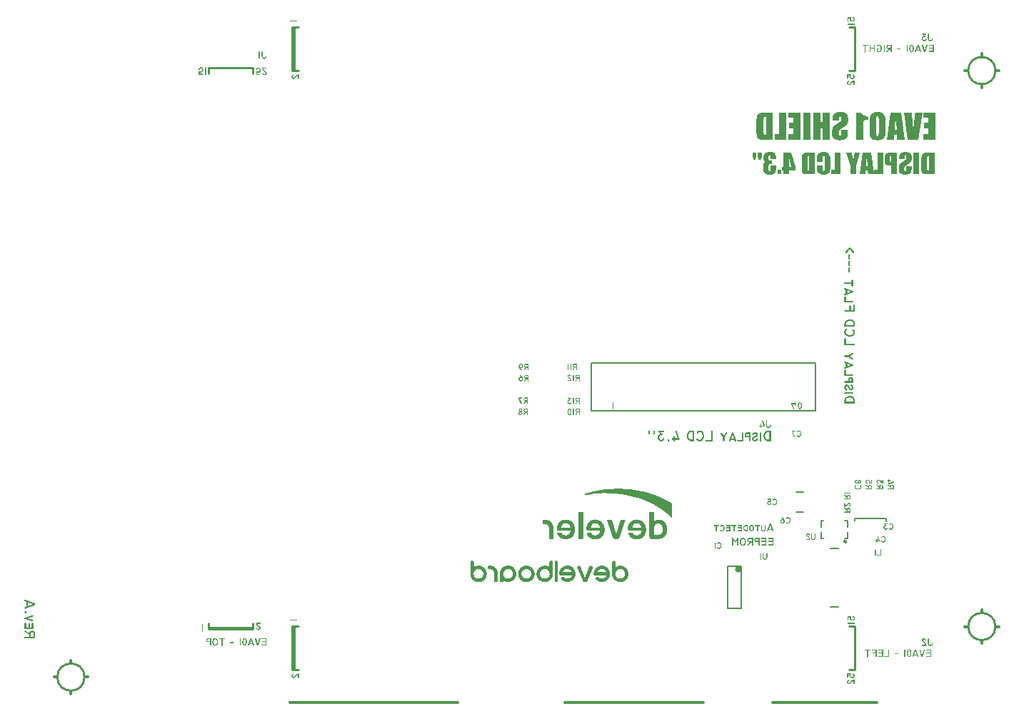
<source format=gbo>
G04 Layer_Color=32896*
%FSLAX44Y44*%
%MOMM*%
G71*
G01*
G75*
%ADD11C,0.2000*%
%ADD13C,0.3500*%
%ADD14C,0.2500*%
%ADD33C,0.3000*%
%ADD49C,0.1270*%
G36*
X940569Y219789D02*
X940760Y219764D01*
X940943Y219722D01*
X941109Y219664D01*
X941275Y219606D01*
X941425Y219531D01*
X941566Y219457D01*
X941699Y219382D01*
X941815Y219307D01*
X941915Y219232D01*
X942006Y219158D01*
X942081Y219100D01*
X942139Y219041D01*
X942181Y219000D01*
X942206Y218975D01*
X942214Y218967D01*
X942380Y218767D01*
X942521Y218543D01*
X942646Y218310D01*
X942754Y218061D01*
X942845Y217820D01*
X942920Y217571D01*
X942978Y217322D01*
X943028Y217090D01*
X943069Y216857D01*
X943094Y216649D01*
X943119Y216467D01*
X943128Y216300D01*
X943136Y216226D01*
Y216168D01*
X943144Y216109D01*
Y216059D01*
Y216026D01*
Y216001D01*
Y215985D01*
Y215977D01*
X943136Y215653D01*
X943111Y215345D01*
X943069Y215054D01*
X943011Y214780D01*
X942953Y214523D01*
X942878Y214290D01*
X942804Y214066D01*
X942729Y213875D01*
X942654Y213701D01*
X942579Y213543D01*
X942505Y213410D01*
X942446Y213302D01*
X942388Y213219D01*
X942347Y213153D01*
X942322Y213119D01*
X942314Y213103D01*
X942156Y212912D01*
X941990Y212745D01*
X941815Y212604D01*
X941641Y212480D01*
X941466Y212372D01*
X941292Y212289D01*
X941126Y212214D01*
X940960Y212156D01*
X940810Y212114D01*
X940669Y212081D01*
X940544Y212056D01*
X940436Y212040D01*
X940345Y212031D01*
X940279Y212023D01*
X940220D01*
X939946Y212031D01*
X939697Y212064D01*
X939481Y212106D01*
X939382Y212131D01*
X939290Y212156D01*
X939215Y212181D01*
X939141Y212206D01*
X939083Y212231D01*
X939024Y212247D01*
X938983Y212264D01*
X938958Y212280D01*
X938941Y212289D01*
X938933D01*
X938833Y212347D01*
X938734Y212405D01*
X938534Y212546D01*
X938352Y212704D01*
X938186Y212862D01*
X938044Y213003D01*
X937978Y213069D01*
X937928Y213128D01*
X937895Y213169D01*
X937862Y213202D01*
X937845Y213227D01*
X937837Y213236D01*
X937787Y213302D01*
X937754Y213360D01*
X937729Y213418D01*
X937712Y213476D01*
X937704Y213526D01*
X937695Y213559D01*
Y213584D01*
Y213593D01*
X937704Y213676D01*
X937720Y213750D01*
X937754Y213817D01*
X937787Y213875D01*
X937820Y213925D01*
X937853Y213958D01*
X937870Y213983D01*
X937878Y213991D01*
X937945Y214049D01*
X938019Y214091D01*
X938086Y214124D01*
X938152Y214141D01*
X938202Y214158D01*
X938244Y214166D01*
X938285D01*
X938368Y214158D01*
X938451Y214133D01*
X938518Y214099D01*
X938576Y214066D01*
X938626Y214025D01*
X938659Y213991D01*
X938684Y213967D01*
X938692Y213958D01*
X938817Y213817D01*
X938941Y213692D01*
X939074Y213584D01*
X939199Y213493D01*
X939332Y213418D01*
X939456Y213352D01*
X939573Y213294D01*
X939689Y213252D01*
X939797Y213219D01*
X939888Y213194D01*
X939980Y213177D01*
X940054Y213169D01*
X940113Y213161D01*
X940154Y213153D01*
X940196D01*
X940345Y213161D01*
X940478Y213186D01*
X940611Y213227D01*
X940735Y213277D01*
X940852Y213335D01*
X940960Y213393D01*
X941068Y213468D01*
X941151Y213543D01*
X941234Y213609D01*
X941309Y213684D01*
X941367Y213742D01*
X941425Y213809D01*
X941466Y213850D01*
X941491Y213892D01*
X941508Y213917D01*
X941516Y213925D01*
X941608Y214074D01*
X941691Y214241D01*
X941757Y214407D01*
X941815Y214573D01*
X941865Y214747D01*
X941915Y214913D01*
X941948Y215088D01*
X941973Y215246D01*
X941998Y215395D01*
X942014Y215536D01*
X942023Y215661D01*
X942031Y215769D01*
X942039Y215852D01*
Y215918D01*
Y215960D01*
Y215977D01*
X942031Y216226D01*
X942014Y216467D01*
X941990Y216682D01*
X941948Y216890D01*
X941907Y217081D01*
X941865Y217247D01*
X941815Y217405D01*
X941757Y217546D01*
X941707Y217671D01*
X941657Y217779D01*
X941616Y217870D01*
X941566Y217945D01*
X941533Y218003D01*
X941508Y218045D01*
X941491Y218069D01*
X941483Y218078D01*
X941392Y218186D01*
X941300Y218269D01*
X941209Y218352D01*
X941117Y218418D01*
X941026Y218477D01*
X940927Y218526D01*
X940843Y218560D01*
X940752Y218593D01*
X940602Y218634D01*
X940536Y218651D01*
X940478Y218659D01*
X940436Y218668D01*
X940370D01*
X940196Y218659D01*
X940038Y218651D01*
X939913Y218626D01*
X939805Y218609D01*
X939722Y218584D01*
X939664Y218560D01*
X939622Y218551D01*
X939614Y218543D01*
X939490Y218477D01*
X939390Y218402D01*
X939290Y218319D01*
X939215Y218244D01*
X939157Y218169D01*
X939108Y218111D01*
X939083Y218069D01*
X939074Y218053D01*
X938999Y217945D01*
X938925Y217862D01*
X938842Y217812D01*
X938767Y217771D01*
X938700Y217746D01*
X938642Y217737D01*
X938609Y217729D01*
X938593D01*
X938510Y217737D01*
X938443Y217754D01*
X938377Y217779D01*
X938318Y217812D01*
X938269Y217837D01*
X938235Y217862D01*
X938211Y217878D01*
X938202Y217887D01*
X938144Y217953D01*
X938102Y218020D01*
X938069Y218086D01*
X938053Y218153D01*
X938036Y218202D01*
X938028Y218244D01*
Y218277D01*
Y218286D01*
X938036Y218385D01*
X938061Y218477D01*
X938078Y218510D01*
X938094Y218535D01*
X938102Y218551D01*
Y218560D01*
X938177Y218684D01*
X938252Y218809D01*
X938327Y218908D01*
X938410Y219008D01*
X938485Y219100D01*
X938568Y219182D01*
X938642Y219249D01*
X938709Y219315D01*
X938842Y219415D01*
X938892Y219457D01*
X938941Y219490D01*
X938983Y219506D01*
X939008Y219523D01*
X939024Y219540D01*
X939033D01*
X939124Y219581D01*
X939232Y219623D01*
X939448Y219689D01*
X939672Y219731D01*
X939888Y219764D01*
X939988Y219772D01*
X940079Y219781D01*
X940162Y219789D01*
X940229Y219797D01*
X940370D01*
X940569Y219789D01*
D02*
G37*
G36*
X953425Y322625D02*
X953616Y322600D01*
X953799Y322558D01*
X953965Y322500D01*
X954131Y322442D01*
X954281Y322367D01*
X954422Y322293D01*
X954555Y322218D01*
X954671Y322143D01*
X954771Y322068D01*
X954862Y321993D01*
X954937Y321935D01*
X954995Y321877D01*
X955036Y321836D01*
X955061Y321811D01*
X955070Y321802D01*
X955236Y321603D01*
X955377Y321379D01*
X955502Y321146D01*
X955610Y320897D01*
X955701Y320656D01*
X955776Y320407D01*
X955834Y320158D01*
X955884Y319925D01*
X955925Y319693D01*
X955950Y319485D01*
X955975Y319302D01*
X955983Y319136D01*
X955992Y319062D01*
Y319003D01*
X956000Y318945D01*
Y318895D01*
Y318862D01*
Y318837D01*
Y318821D01*
Y318812D01*
X955992Y318488D01*
X955967Y318181D01*
X955925Y317890D01*
X955867Y317616D01*
X955809Y317359D01*
X955734Y317126D01*
X955659Y316902D01*
X955585Y316711D01*
X955510Y316537D01*
X955435Y316379D01*
X955360Y316246D01*
X955302Y316138D01*
X955244Y316055D01*
X955203Y315988D01*
X955178Y315955D01*
X955169Y315939D01*
X955012Y315748D01*
X954846Y315581D01*
X954671Y315440D01*
X954497Y315316D01*
X954322Y315208D01*
X954148Y315125D01*
X953982Y315050D01*
X953816Y314992D01*
X953666Y314950D01*
X953525Y314917D01*
X953400Y314892D01*
X953292Y314875D01*
X953201Y314867D01*
X953135Y314859D01*
X953076D01*
X952802Y314867D01*
X952553Y314900D01*
X952337Y314942D01*
X952237Y314967D01*
X952146Y314992D01*
X952071Y315017D01*
X951997Y315042D01*
X951938Y315067D01*
X951880Y315083D01*
X951839Y315100D01*
X951814Y315116D01*
X951797Y315125D01*
X951789D01*
X951689Y315183D01*
X951590Y315241D01*
X951390Y315382D01*
X951208Y315540D01*
X951041Y315698D01*
X950900Y315839D01*
X950834Y315905D01*
X950784Y315963D01*
X950751Y316005D01*
X950717Y316038D01*
X950701Y316063D01*
X950693Y316071D01*
X950643Y316138D01*
X950610Y316196D01*
X950585Y316254D01*
X950568Y316312D01*
X950560Y316362D01*
X950551Y316395D01*
Y316420D01*
Y316429D01*
X950560Y316512D01*
X950576Y316586D01*
X950610Y316653D01*
X950643Y316711D01*
X950676Y316761D01*
X950709Y316794D01*
X950726Y316819D01*
X950734Y316827D01*
X950801Y316885D01*
X950875Y316927D01*
X950942Y316960D01*
X951008Y316977D01*
X951058Y316993D01*
X951100Y317002D01*
X951141D01*
X951224Y316993D01*
X951307Y316968D01*
X951374Y316935D01*
X951432Y316902D01*
X951482Y316861D01*
X951515Y316827D01*
X951540Y316802D01*
X951548Y316794D01*
X951673Y316653D01*
X951797Y316528D01*
X951930Y316420D01*
X952055Y316329D01*
X952188Y316254D01*
X952312Y316188D01*
X952429Y316130D01*
X952545Y316088D01*
X952653Y316055D01*
X952744Y316030D01*
X952835Y316013D01*
X952910Y316005D01*
X952968Y315997D01*
X953010Y315988D01*
X953051D01*
X953201Y315997D01*
X953334Y316022D01*
X953467Y316063D01*
X953591Y316113D01*
X953708Y316171D01*
X953816Y316229D01*
X953923Y316304D01*
X954007Y316379D01*
X954090Y316445D01*
X954164Y316520D01*
X954223Y316578D01*
X954281Y316645D01*
X954322Y316686D01*
X954347Y316728D01*
X954364Y316752D01*
X954372Y316761D01*
X954463Y316910D01*
X954547Y317076D01*
X954613Y317243D01*
X954671Y317409D01*
X954721Y317583D01*
X954771Y317749D01*
X954804Y317924D01*
X954829Y318081D01*
X954854Y318231D01*
X954870Y318372D01*
X954879Y318497D01*
X954887Y318605D01*
X954895Y318688D01*
Y318754D01*
Y318796D01*
Y318812D01*
X954887Y319062D01*
X954870Y319302D01*
X954846Y319518D01*
X954804Y319726D01*
X954762Y319917D01*
X954721Y320083D01*
X954671Y320241D01*
X954613Y320382D01*
X954563Y320507D01*
X954513Y320615D01*
X954472Y320706D01*
X954422Y320781D01*
X954389Y320839D01*
X954364Y320881D01*
X954347Y320905D01*
X954339Y320914D01*
X954248Y321022D01*
X954156Y321105D01*
X954065Y321188D01*
X953973Y321254D01*
X953882Y321312D01*
X953782Y321362D01*
X953699Y321395D01*
X953608Y321429D01*
X953458Y321470D01*
X953392Y321487D01*
X953334Y321495D01*
X953292Y321503D01*
X953226D01*
X953051Y321495D01*
X952894Y321487D01*
X952769Y321462D01*
X952661Y321445D01*
X952578Y321420D01*
X952520Y321395D01*
X952478Y321387D01*
X952470Y321379D01*
X952345Y321312D01*
X952246Y321238D01*
X952146Y321155D01*
X952071Y321080D01*
X952013Y321005D01*
X951963Y320947D01*
X951938Y320905D01*
X951930Y320889D01*
X951855Y320781D01*
X951781Y320698D01*
X951698Y320648D01*
X951623Y320606D01*
X951556Y320582D01*
X951498Y320573D01*
X951465Y320565D01*
X951448D01*
X951365Y320573D01*
X951299Y320590D01*
X951233Y320615D01*
X951174Y320648D01*
X951124Y320673D01*
X951091Y320698D01*
X951066Y320714D01*
X951058Y320723D01*
X951000Y320789D01*
X950958Y320856D01*
X950925Y320922D01*
X950909Y320989D01*
X950892Y321038D01*
X950884Y321080D01*
Y321113D01*
Y321121D01*
X950892Y321221D01*
X950917Y321312D01*
X950934Y321346D01*
X950950Y321371D01*
X950958Y321387D01*
Y321395D01*
X951033Y321520D01*
X951108Y321645D01*
X951183Y321744D01*
X951266Y321844D01*
X951340Y321935D01*
X951423Y322018D01*
X951498Y322085D01*
X951565Y322151D01*
X951698Y322251D01*
X951747Y322293D01*
X951797Y322326D01*
X951839Y322342D01*
X951864Y322359D01*
X951880Y322376D01*
X951889D01*
X951980Y322417D01*
X952088Y322459D01*
X952304Y322525D01*
X952528Y322567D01*
X952744Y322600D01*
X952844Y322608D01*
X952935Y322616D01*
X953018Y322625D01*
X953085Y322633D01*
X953226D01*
X953425Y322625D01*
D02*
G37*
G36*
X948683Y322542D02*
X948766Y322525D01*
X948840Y322500D01*
X948907Y322459D01*
X948957Y322417D01*
X948998Y322376D01*
X949065Y322268D01*
X949106Y322168D01*
X949123Y322076D01*
X949131Y322035D01*
Y322010D01*
Y321993D01*
Y321985D01*
X949123Y321885D01*
X949106Y321802D01*
X949081Y321728D01*
X949048Y321661D01*
X949007Y321603D01*
X948957Y321562D01*
X948857Y321495D01*
X948766Y321454D01*
X948674Y321429D01*
X948641Y321420D01*
X945950D01*
X948267Y315681D01*
X948300Y315598D01*
X948317Y315515D01*
X948325Y315490D01*
Y315465D01*
Y315448D01*
Y315440D01*
X948317Y315357D01*
X948300Y315282D01*
X948276Y315216D01*
X948242Y315158D01*
X948209Y315116D01*
X948184Y315075D01*
X948168Y315058D01*
X948159Y315050D01*
X948093Y315000D01*
X948026Y314958D01*
X947960Y314934D01*
X947902Y314909D01*
X947852Y314900D01*
X947802Y314892D01*
X947769D01*
X947644Y314909D01*
X947545Y314950D01*
X947462Y315000D01*
X947395Y315067D01*
X947345Y315133D01*
X947312Y315183D01*
X947296Y315224D01*
X947287Y315241D01*
X944845Y321412D01*
X944796Y321545D01*
X944762Y321661D01*
X944729Y321761D01*
X944712Y321844D01*
X944704Y321910D01*
X944696Y321960D01*
Y321985D01*
Y321993D01*
X944704Y322085D01*
X944729Y322168D01*
X944754Y322218D01*
X944762Y322226D01*
Y322234D01*
X944796Y322293D01*
X944829Y322342D01*
X944862Y322384D01*
X944895Y322417D01*
X944945Y322450D01*
X944953Y322467D01*
X944962D01*
X944995Y322483D01*
X945028Y322492D01*
X945128Y322517D01*
X945236Y322533D01*
X945344Y322542D01*
X945452Y322550D01*
X948591D01*
X948683Y322542D01*
D02*
G37*
G36*
X920182Y238340D02*
X920173Y238249D01*
X920165Y238174D01*
X920140Y238108D01*
X920107Y238050D01*
X920074Y238000D01*
X920032Y237958D01*
X919949Y237900D01*
X919866Y237859D01*
X919791Y237842D01*
X919733Y237834D01*
X919717D01*
X919642Y237842D01*
X919559Y237867D01*
X919476Y237900D01*
X919401Y237942D01*
X919343Y237983D01*
X919285Y238016D01*
X919252Y238041D01*
X919243Y238050D01*
X919152Y238116D01*
X919052Y238183D01*
X918845Y238274D01*
X918645Y238349D01*
X918446Y238390D01*
X918355Y238407D01*
X918280Y238423D01*
X918205Y238432D01*
X918139D01*
X918089Y238440D01*
X918014D01*
X917914Y238432D01*
X917823Y238423D01*
X917649Y238365D01*
X917491Y238290D01*
X917350Y238207D01*
X917242Y238124D01*
X917159Y238050D01*
X917125Y238016D01*
X917100Y237991D01*
X917092Y237983D01*
X917084Y237975D01*
X917009Y237883D01*
X916951Y237792D01*
X916893Y237701D01*
X916851Y237609D01*
X916777Y237418D01*
X916727Y237252D01*
X916702Y237094D01*
X916685Y237036D01*
Y236978D01*
X916677Y236937D01*
Y236895D01*
Y236878D01*
Y236870D01*
X916693Y236629D01*
X916727Y236413D01*
X916768Y236231D01*
X916826Y236073D01*
X916851Y236006D01*
X916885Y235940D01*
X916909Y235890D01*
X916926Y235849D01*
X916951Y235815D01*
X916959Y235790D01*
X916976Y235782D01*
Y235774D01*
X917034Y235691D01*
X917109Y235624D01*
X917175Y235558D01*
X917250Y235500D01*
X917399Y235417D01*
X917549Y235350D01*
X917682Y235317D01*
X917740Y235300D01*
X917790Y235292D01*
X917831Y235284D01*
X917865Y235275D01*
X917889D01*
X918056Y235284D01*
X918213Y235309D01*
X918363Y235367D01*
X918504Y235441D01*
X918629Y235533D01*
X918745Y235633D01*
X918853Y235749D01*
X918944Y235857D01*
X919027Y235973D01*
X919102Y236089D01*
X919160Y236197D01*
X919210Y236289D01*
X919252Y236372D01*
X919277Y236430D01*
X919293Y236472D01*
X919301Y236488D01*
X919343Y236588D01*
X919409Y236654D01*
X919484Y236704D01*
X919567Y236746D01*
X919634Y236762D01*
X919700Y236770D01*
X919742Y236779D01*
X919758D01*
X919841Y236770D01*
X919916Y236754D01*
X919983Y236729D01*
X920041Y236704D01*
X920090Y236671D01*
X920124Y236646D01*
X920149Y236629D01*
X920157Y236621D01*
X920215Y236563D01*
X920257Y236496D01*
X920290Y236438D01*
X920306Y236372D01*
X920323Y236322D01*
X920331Y236280D01*
Y236247D01*
Y236239D01*
X920323Y236164D01*
X920315Y236106D01*
X920306Y236064D01*
Y236048D01*
X920248Y235890D01*
X920182Y235732D01*
X920107Y235591D01*
X920032Y235458D01*
X919958Y235334D01*
X919874Y235217D01*
X919800Y235109D01*
X919725Y235018D01*
X919659Y234935D01*
X919592Y234860D01*
X919526Y234794D01*
X919476Y234744D01*
X919434Y234702D01*
X919401Y234677D01*
X919385Y234661D01*
X919376Y234653D01*
X919243Y234553D01*
X919110Y234470D01*
X918978Y234403D01*
X918845Y234345D01*
X918712Y234295D01*
X918579Y234254D01*
X918454Y234221D01*
X918338Y234196D01*
X918222Y234179D01*
X918122Y234171D01*
X918031Y234162D01*
X917806D01*
X917607Y234187D01*
X917424Y234221D01*
X917250Y234262D01*
X917092Y234320D01*
X916943Y234387D01*
X916810Y234453D01*
X916693Y234528D01*
X916585Y234594D01*
X916486Y234669D01*
X916403Y234736D01*
X916336Y234802D01*
X916278Y234860D01*
X916237Y234910D01*
X916203Y234943D01*
X916187Y234968D01*
X916179Y234976D01*
X916070Y235126D01*
X915987Y235275D01*
X915904Y235433D01*
X915838Y235591D01*
X915780Y235757D01*
X915730Y235915D01*
X915697Y236064D01*
X915664Y236214D01*
X915639Y236347D01*
X915622Y236472D01*
X915605Y236588D01*
X915597Y236679D01*
X915589Y236762D01*
Y236820D01*
Y236854D01*
Y236870D01*
X915597Y237069D01*
X915622Y237260D01*
X915655Y237451D01*
X915705Y237626D01*
X915763Y237792D01*
X915821Y237950D01*
X915888Y238091D01*
X915954Y238224D01*
X916029Y238349D01*
X916095Y238448D01*
X916153Y238548D01*
X916212Y238623D01*
X916262Y238681D01*
X916295Y238731D01*
X916320Y238756D01*
X916328Y238764D01*
X916469Y238905D01*
X916610Y239030D01*
X916760Y239138D01*
X916901Y239229D01*
X917051Y239312D01*
X917192Y239370D01*
X917325Y239428D01*
X917449Y239470D01*
X917574Y239503D01*
X917682Y239528D01*
X917782Y239545D01*
X917865Y239561D01*
X917931D01*
X917981Y239569D01*
X918155D01*
X918271Y239561D01*
X918388Y239553D01*
X918487Y239536D01*
X918587Y239520D01*
X918679Y239503D01*
X918753Y239478D01*
X918828Y239461D01*
X918886Y239445D01*
X918944Y239420D01*
X918986Y239403D01*
X919027Y239387D01*
X919052Y239370D01*
X919077Y239362D01*
X919085Y239354D01*
X919094D01*
Y240699D01*
X916693D01*
X916594Y240707D01*
X916511Y240724D01*
X916436Y240749D01*
X916369Y240791D01*
X916320Y240832D01*
X916270Y240874D01*
X916203Y240982D01*
X916170Y241081D01*
X916145Y241173D01*
X916137Y241206D01*
Y241231D01*
Y241247D01*
Y241256D01*
X916145Y241355D01*
X916162Y241438D01*
X916187Y241513D01*
X916220Y241579D01*
X916270Y241629D01*
X916311Y241679D01*
X916411Y241746D01*
X916519Y241779D01*
X916602Y241804D01*
X916644Y241812D01*
X920182D01*
Y238340D01*
D02*
G37*
G36*
X924567Y241887D02*
X924758Y241862D01*
X924941Y241820D01*
X925107Y241762D01*
X925273Y241704D01*
X925423Y241629D01*
X925564Y241555D01*
X925697Y241480D01*
X925813Y241405D01*
X925913Y241330D01*
X926004Y241256D01*
X926079Y241197D01*
X926137Y241139D01*
X926179Y241098D01*
X926204Y241073D01*
X926212Y241065D01*
X926378Y240865D01*
X926519Y240641D01*
X926644Y240408D01*
X926752Y240159D01*
X926843Y239918D01*
X926918Y239669D01*
X926976Y239420D01*
X927026Y239188D01*
X927067Y238955D01*
X927092Y238747D01*
X927117Y238564D01*
X927125Y238398D01*
X927134Y238324D01*
Y238265D01*
X927142Y238207D01*
Y238158D01*
Y238124D01*
Y238099D01*
Y238083D01*
Y238074D01*
X927134Y237751D01*
X927109Y237443D01*
X927067Y237153D01*
X927009Y236878D01*
X926951Y236621D01*
X926876Y236388D01*
X926802Y236164D01*
X926727Y235973D01*
X926652Y235799D01*
X926577Y235641D01*
X926503Y235508D01*
X926444Y235400D01*
X926386Y235317D01*
X926345Y235250D01*
X926320Y235217D01*
X926311Y235201D01*
X926154Y235010D01*
X925988Y234844D01*
X925813Y234702D01*
X925639Y234578D01*
X925464Y234470D01*
X925290Y234387D01*
X925124Y234312D01*
X924958Y234254D01*
X924808Y234212D01*
X924667Y234179D01*
X924542Y234154D01*
X924434Y234137D01*
X924343Y234129D01*
X924277Y234121D01*
X924219D01*
X923944Y234129D01*
X923695Y234162D01*
X923479Y234204D01*
X923380Y234229D01*
X923288Y234254D01*
X923214Y234279D01*
X923139Y234304D01*
X923081Y234329D01*
X923022Y234345D01*
X922981Y234362D01*
X922956Y234378D01*
X922939Y234387D01*
X922931D01*
X922831Y234445D01*
X922732Y234503D01*
X922532Y234644D01*
X922350Y234802D01*
X922184Y234960D01*
X922042Y235101D01*
X921976Y235167D01*
X921926Y235226D01*
X921893Y235267D01*
X921860Y235300D01*
X921843Y235325D01*
X921835Y235334D01*
X921785Y235400D01*
X921752Y235458D01*
X921727Y235516D01*
X921710Y235574D01*
X921702Y235624D01*
X921693Y235658D01*
Y235682D01*
Y235691D01*
X921702Y235774D01*
X921718Y235849D01*
X921752Y235915D01*
X921785Y235973D01*
X921818Y236023D01*
X921851Y236056D01*
X921868Y236081D01*
X921876Y236089D01*
X921943Y236147D01*
X922017Y236189D01*
X922084Y236222D01*
X922150Y236239D01*
X922200Y236255D01*
X922242Y236264D01*
X922283D01*
X922366Y236255D01*
X922449Y236231D01*
X922516Y236197D01*
X922574Y236164D01*
X922624Y236123D01*
X922657Y236089D01*
X922682Y236064D01*
X922690Y236056D01*
X922815Y235915D01*
X922939Y235790D01*
X923072Y235682D01*
X923197Y235591D01*
X923330Y235516D01*
X923454Y235450D01*
X923571Y235392D01*
X923687Y235350D01*
X923795Y235317D01*
X923886Y235292D01*
X923978Y235275D01*
X924052Y235267D01*
X924110Y235259D01*
X924152Y235250D01*
X924194D01*
X924343Y235259D01*
X924476Y235284D01*
X924609Y235325D01*
X924733Y235375D01*
X924850Y235433D01*
X924958Y235491D01*
X925066Y235566D01*
X925149Y235641D01*
X925232Y235707D01*
X925306Y235782D01*
X925365Y235840D01*
X925423Y235907D01*
X925464Y235948D01*
X925489Y235990D01*
X925506Y236015D01*
X925514Y236023D01*
X925605Y236173D01*
X925689Y236339D01*
X925755Y236505D01*
X925813Y236671D01*
X925863Y236845D01*
X925913Y237011D01*
X925946Y237186D01*
X925971Y237344D01*
X925996Y237493D01*
X926012Y237634D01*
X926021Y237759D01*
X926029Y237867D01*
X926037Y237950D01*
Y238016D01*
Y238058D01*
Y238074D01*
X926029Y238324D01*
X926012Y238564D01*
X925988Y238780D01*
X925946Y238988D01*
X925904Y239179D01*
X925863Y239345D01*
X925813Y239503D01*
X925755Y239644D01*
X925705Y239769D01*
X925655Y239877D01*
X925614Y239968D01*
X925564Y240043D01*
X925531Y240101D01*
X925506Y240143D01*
X925489Y240168D01*
X925481Y240176D01*
X925390Y240284D01*
X925298Y240367D01*
X925207Y240450D01*
X925116Y240516D01*
X925024Y240574D01*
X924924Y240624D01*
X924841Y240658D01*
X924750Y240691D01*
X924601Y240732D01*
X924534Y240749D01*
X924476Y240757D01*
X924434Y240766D01*
X924368D01*
X924194Y240757D01*
X924036Y240749D01*
X923911Y240724D01*
X923803Y240707D01*
X923720Y240683D01*
X923662Y240658D01*
X923621Y240649D01*
X923612Y240641D01*
X923488Y240574D01*
X923388Y240500D01*
X923288Y240417D01*
X923214Y240342D01*
X923155Y240267D01*
X923105Y240209D01*
X923081Y240168D01*
X923072Y240151D01*
X922998Y240043D01*
X922923Y239960D01*
X922840Y239910D01*
X922765Y239869D01*
X922699Y239844D01*
X922640Y239835D01*
X922607Y239827D01*
X922590D01*
X922507Y239835D01*
X922441Y239852D01*
X922375Y239877D01*
X922316Y239910D01*
X922267Y239935D01*
X922233Y239960D01*
X922208Y239977D01*
X922200Y239985D01*
X922142Y240051D01*
X922101Y240118D01*
X922067Y240184D01*
X922051Y240251D01*
X922034Y240300D01*
X922026Y240342D01*
Y240375D01*
Y240383D01*
X922034Y240483D01*
X922059Y240574D01*
X922076Y240608D01*
X922092Y240633D01*
X922101Y240649D01*
Y240658D01*
X922175Y240782D01*
X922250Y240907D01*
X922325Y241006D01*
X922408Y241106D01*
X922483Y241197D01*
X922566Y241280D01*
X922640Y241347D01*
X922707Y241413D01*
X922840Y241513D01*
X922889Y241555D01*
X922939Y241588D01*
X922981Y241604D01*
X923006Y241621D01*
X923022Y241638D01*
X923031D01*
X923122Y241679D01*
X923230Y241721D01*
X923446Y241787D01*
X923670Y241829D01*
X923886Y241862D01*
X923986Y241870D01*
X924077Y241879D01*
X924160Y241887D01*
X924227Y241895D01*
X924368D01*
X924567Y241887D01*
D02*
G37*
G36*
X933293Y219781D02*
X933376Y219756D01*
X933418Y219739D01*
X933443Y219731D01*
X933460Y219714D01*
X933468D01*
X933676Y219581D01*
X933867Y219457D01*
X934049Y219324D01*
X934215Y219191D01*
X934373Y219066D01*
X934514Y218942D01*
X934647Y218825D01*
X934764Y218717D01*
X934872Y218618D01*
X934963Y218518D01*
X935038Y218443D01*
X935104Y218368D01*
X935154Y218310D01*
X935187Y218269D01*
X935212Y218244D01*
X935220Y218236D01*
X935420Y217953D01*
X935594Y217646D01*
X935744Y217355D01*
X935810Y217206D01*
X935860Y217073D01*
X935918Y216948D01*
X935960Y216832D01*
X936001Y216724D01*
X936026Y216633D01*
X936051Y216558D01*
X936068Y216508D01*
X936084Y216467D01*
Y216458D01*
X936142Y216209D01*
X936192Y215977D01*
X936225Y215744D01*
X936242Y215545D01*
X936250Y215453D01*
X936259Y215370D01*
Y215295D01*
X936267Y215237D01*
Y215187D01*
Y215154D01*
Y215129D01*
Y215121D01*
X936259Y214880D01*
X936242Y214656D01*
X936209Y214440D01*
X936167Y214241D01*
X936126Y214049D01*
X936076Y213875D01*
X936018Y213717D01*
X935960Y213568D01*
X935901Y213443D01*
X935843Y213327D01*
X935794Y213227D01*
X935752Y213153D01*
X935710Y213086D01*
X935677Y213044D01*
X935661Y213011D01*
X935652Y213003D01*
X935503Y212829D01*
X935345Y212679D01*
X935179Y212546D01*
X935004Y212438D01*
X934830Y212339D01*
X934656Y212264D01*
X934490Y212197D01*
X934323Y212148D01*
X934165Y212106D01*
X934016Y212073D01*
X933892Y212056D01*
X933775Y212040D01*
X933684Y212031D01*
X933609Y212023D01*
X933551D01*
X933352Y212031D01*
X933160Y212056D01*
X932978Y212098D01*
X932812Y212148D01*
X932654Y212206D01*
X932513Y212272D01*
X932380Y212347D01*
X932255Y212422D01*
X932147Y212496D01*
X932056Y212571D01*
X931973Y212638D01*
X931906Y212696D01*
X931848Y212745D01*
X931815Y212787D01*
X931790Y212812D01*
X931782Y212820D01*
X931665Y212978D01*
X931557Y213136D01*
X931466Y213310D01*
X931391Y213485D01*
X931325Y213651D01*
X931267Y213825D01*
X931225Y213991D01*
X931184Y214149D01*
X931159Y214299D01*
X931134Y214432D01*
X931117Y214556D01*
X931109Y214664D01*
Y214755D01*
X931101Y214814D01*
Y214855D01*
Y214872D01*
X931109Y215088D01*
X931126Y215295D01*
X931159Y215486D01*
X931200Y215661D01*
X931258Y215827D01*
X931308Y215977D01*
X931375Y216118D01*
X931433Y216242D01*
X931491Y216359D01*
X931557Y216450D01*
X931607Y216533D01*
X931657Y216599D01*
X931707Y216658D01*
X931740Y216691D01*
X931757Y216716D01*
X931765Y216724D01*
X931898Y216840D01*
X932031Y216948D01*
X932180Y217040D01*
X932330Y217114D01*
X932488Y217181D01*
X932637Y217231D01*
X932787Y217281D01*
X932936Y217314D01*
X933077Y217339D01*
X933202Y217363D01*
X933318Y217380D01*
X933418Y217388D01*
X933493D01*
X933559Y217397D01*
X933742D01*
X933867Y217380D01*
X933983Y217363D01*
X934091Y217347D01*
X934191Y217322D01*
X934282Y217297D01*
X934365Y217264D01*
X934440Y217239D01*
X934506Y217206D01*
X934564Y217173D01*
X934614Y217148D01*
X934656Y217123D01*
X934680Y217106D01*
X934705Y217090D01*
X934714Y217073D01*
X934722D01*
X934573Y217247D01*
X934423Y217413D01*
X934290Y217563D01*
X934174Y217687D01*
X934082Y217787D01*
X934008Y217862D01*
X933958Y217912D01*
X933941Y217928D01*
X933775Y218086D01*
X933601Y218244D01*
X933418Y218393D01*
X933252Y218526D01*
X933094Y218634D01*
X933028Y218684D01*
X932970Y218726D01*
X932928Y218759D01*
X932895Y218784D01*
X932870Y218792D01*
X932861Y218801D01*
X932787Y218850D01*
X932737Y218908D01*
X932695Y218975D01*
X932671Y219041D01*
X932654Y219108D01*
X932646Y219158D01*
Y219191D01*
Y219207D01*
X932654Y219291D01*
X932671Y219365D01*
X932695Y219432D01*
X932720Y219490D01*
X932754Y219540D01*
X932778Y219573D01*
X932795Y219598D01*
X932803Y219606D01*
X932861Y219673D01*
X932928Y219714D01*
X932994Y219747D01*
X933053Y219772D01*
X933111Y219789D01*
X933152Y219797D01*
X933194D01*
X933293Y219781D01*
D02*
G37*
G36*
X1043948Y181558D02*
X1044031Y181542D01*
X1044106Y181517D01*
X1044164Y181483D01*
X1044222Y181434D01*
X1044264Y181392D01*
X1044330Y181292D01*
X1044364Y181185D01*
X1044389Y181101D01*
X1044397Y181060D01*
Y181035D01*
Y181018D01*
Y181010D01*
Y174465D01*
X1044389Y174366D01*
X1044372Y174282D01*
X1044347Y174208D01*
X1044314Y174149D01*
X1044272Y174091D01*
X1044222Y174050D01*
X1044123Y173983D01*
X1044023Y173950D01*
X1043932Y173925D01*
X1043898Y173917D01*
X1043849D01*
X1043749Y173925D01*
X1043666Y173942D01*
X1043583Y173967D01*
X1043525Y174000D01*
X1043467Y174042D01*
X1043425Y174091D01*
X1043350Y174191D01*
X1043317Y174291D01*
X1043292Y174382D01*
X1043284Y174415D01*
Y174440D01*
Y174457D01*
Y174465D01*
Y181010D01*
X1043292Y181110D01*
X1043309Y181193D01*
X1043334Y181268D01*
X1043375Y181334D01*
X1043417Y181384D01*
X1043458Y181434D01*
X1043566Y181500D01*
X1043666Y181533D01*
X1043757Y181558D01*
X1043799Y181567D01*
X1043849D01*
X1043948Y181558D01*
D02*
G37*
G36*
X1012859Y236735D02*
X1013000Y236718D01*
X1013133Y236685D01*
X1013258Y236643D01*
X1013482Y236543D01*
X1013590Y236485D01*
X1013681Y236427D01*
X1013765Y236361D01*
X1013839Y236303D01*
X1013906Y236253D01*
X1013964Y236203D01*
X1014005Y236161D01*
X1014039Y236128D01*
X1014055Y236112D01*
X1014064Y236103D01*
X1014155Y236003D01*
X1014238Y235896D01*
X1014313Y235779D01*
X1014371Y235663D01*
X1014421Y235538D01*
X1014462Y235422D01*
X1014529Y235181D01*
X1014554Y235073D01*
X1014570Y234965D01*
X1014578Y234874D01*
X1014587Y234791D01*
X1014595Y234724D01*
Y234675D01*
Y234641D01*
Y234633D01*
Y234484D01*
X1014578Y234342D01*
X1014529Y234077D01*
X1014454Y233827D01*
X1014354Y233603D01*
X1014246Y233404D01*
X1014113Y233221D01*
X1013980Y233055D01*
X1013839Y232914D01*
X1013690Y232798D01*
X1013557Y232689D01*
X1013424Y232607D01*
X1013316Y232532D01*
X1013216Y232482D01*
X1013142Y232449D01*
X1013092Y232424D01*
X1013083Y232415D01*
X1013075D01*
X1012992Y232390D01*
X1012917Y232374D01*
X1012884Y232366D01*
X1012843D01*
X1012760Y232374D01*
X1012685Y232390D01*
X1012618Y232415D01*
X1012560Y232449D01*
X1012519Y232482D01*
X1012477Y232507D01*
X1012461Y232523D01*
X1012452Y232532D01*
X1012402Y232598D01*
X1012369Y232665D01*
X1012336Y232731D01*
X1012319Y232789D01*
X1012311Y232847D01*
X1012303Y232889D01*
Y232914D01*
Y232922D01*
X1012319Y233038D01*
X1012353Y233138D01*
X1012411Y233221D01*
X1012477Y233288D01*
X1012535Y233337D01*
X1012594Y233371D01*
X1012627Y233387D01*
X1012643Y233396D01*
X1012809Y233479D01*
X1012951Y233562D01*
X1013067Y233653D01*
X1013167Y233744D01*
X1013233Y233819D01*
X1013283Y233877D01*
X1013316Y233919D01*
X1013324Y233935D01*
X1013374Y234035D01*
X1013407Y234151D01*
X1013432Y234268D01*
X1013449Y234392D01*
X1013457Y234500D01*
X1013466Y234592D01*
Y234625D01*
Y234650D01*
Y234666D01*
Y234675D01*
X1013457Y234824D01*
X1013432Y234949D01*
X1013391Y235065D01*
X1013349Y235156D01*
X1013299Y235231D01*
X1013266Y235289D01*
X1013233Y235322D01*
X1013225Y235331D01*
X1013133Y235414D01*
X1013034Y235472D01*
X1012934Y235513D01*
X1012843Y235538D01*
X1012760Y235563D01*
X1012693Y235572D01*
X1012635D01*
X1012535Y235563D01*
X1012436Y235547D01*
X1012344Y235522D01*
X1012261Y235489D01*
X1012112Y235397D01*
X1011987Y235298D01*
X1011896Y235190D01*
X1011821Y235107D01*
X1011796Y235065D01*
X1011779Y235040D01*
X1011763Y235023D01*
Y235015D01*
X1011630Y234799D01*
X1011497Y234592D01*
X1011364Y234401D01*
X1011231Y234226D01*
X1011098Y234060D01*
X1010974Y233911D01*
X1010849Y233769D01*
X1010733Y233645D01*
X1010625Y233537D01*
X1010525Y233437D01*
X1010434Y233354D01*
X1010359Y233288D01*
X1010293Y233229D01*
X1010251Y233196D01*
X1010218Y233171D01*
X1010210Y233163D01*
X1009944Y232980D01*
X1009661Y232814D01*
X1009396Y232673D01*
X1009138Y232557D01*
X1009022Y232515D01*
X1008914Y232465D01*
X1008823Y232432D01*
X1008740Y232399D01*
X1008673Y232382D01*
X1008623Y232366D01*
X1008590Y232349D01*
X1008582D01*
X1008299Y232283D01*
X1008025Y232216D01*
X1007751Y232150D01*
X1007627Y232125D01*
X1007502Y232100D01*
X1007394Y232075D01*
X1007286Y232050D01*
X1007195Y232033D01*
X1007120Y232017D01*
X1007054Y232000D01*
X1007012Y231992D01*
X1006979Y231984D01*
X1006970D01*
Y236095D01*
X1006979Y236195D01*
X1006995Y236278D01*
X1007020Y236361D01*
X1007062Y236419D01*
X1007103Y236477D01*
X1007153Y236518D01*
X1007253Y236593D01*
X1007361Y236626D01*
X1007444Y236651D01*
X1007485Y236660D01*
X1007535D01*
X1007635Y236651D01*
X1007718Y236635D01*
X1007801Y236610D01*
X1007859Y236568D01*
X1007917Y236527D01*
X1007959Y236485D01*
X1008034Y236377D01*
X1008067Y236278D01*
X1008092Y236186D01*
X1008100Y236145D01*
Y236120D01*
Y236103D01*
Y236095D01*
Y233362D01*
X1008357Y233445D01*
X1008590Y233537D01*
X1008789Y233620D01*
X1008964Y233703D01*
X1009047Y233744D01*
X1009113Y233778D01*
X1009172Y233811D01*
X1009213Y233844D01*
X1009255Y233861D01*
X1009279Y233877D01*
X1009296Y233894D01*
X1009304D01*
X1009462Y234002D01*
X1009612Y234118D01*
X1009753Y234251D01*
X1009894Y234384D01*
X1010152Y234658D01*
X1010268Y234799D01*
X1010376Y234940D01*
X1010467Y235065D01*
X1010558Y235190D01*
X1010633Y235298D01*
X1010700Y235389D01*
X1010750Y235472D01*
X1010783Y235530D01*
X1010808Y235563D01*
X1010816Y235580D01*
X1010949Y235788D01*
X1011090Y235962D01*
X1011248Y236120D01*
X1011397Y236253D01*
X1011555Y236369D01*
X1011721Y236460D01*
X1011871Y236535D01*
X1012020Y236602D01*
X1012162Y236643D01*
X1012294Y236685D01*
X1012411Y236709D01*
X1012519Y236726D01*
X1012602Y236735D01*
X1012668Y236743D01*
X1012718D01*
X1012859Y236735D01*
D02*
G37*
G36*
X1012452Y230821D02*
X1012627Y230804D01*
X1012793Y230763D01*
X1012951Y230721D01*
X1013100Y230671D01*
X1013233Y230613D01*
X1013358Y230555D01*
X1013474Y230488D01*
X1013574Y230422D01*
X1013665Y230364D01*
X1013740Y230306D01*
X1013806Y230256D01*
X1013856Y230214D01*
X1013889Y230181D01*
X1013914Y230156D01*
X1013922Y230148D01*
X1014030Y230023D01*
X1014113Y229899D01*
X1014196Y229766D01*
X1014263Y229633D01*
X1014321Y229508D01*
X1014371Y229375D01*
X1014404Y229251D01*
X1014437Y229135D01*
X1014462Y229027D01*
X1014479Y228927D01*
X1014495Y228836D01*
X1014504Y228753D01*
X1014512Y228694D01*
Y228645D01*
Y228611D01*
Y228603D01*
Y225372D01*
X1007452D01*
X1007353Y225380D01*
X1007261Y225397D01*
X1007186Y225422D01*
X1007120Y225455D01*
X1007062Y225497D01*
X1007020Y225546D01*
X1006979Y225596D01*
X1006954Y225646D01*
X1006912Y225746D01*
X1006887Y225837D01*
X1006879Y225870D01*
Y225895D01*
Y225912D01*
Y225920D01*
X1006887Y226020D01*
X1006904Y226103D01*
X1006929Y226186D01*
X1006970Y226244D01*
X1007012Y226302D01*
X1007062Y226344D01*
X1007161Y226419D01*
X1007269Y226452D01*
X1007353Y226477D01*
X1007394Y226485D01*
X1010102D01*
Y227731D01*
X1007128Y229824D01*
X1007045Y229890D01*
X1006987Y229965D01*
X1006937Y230032D01*
X1006912Y230106D01*
X1006896Y230165D01*
X1006887Y230214D01*
X1006879Y230248D01*
Y230256D01*
X1006887Y230339D01*
X1006904Y230414D01*
X1006929Y230480D01*
X1006962Y230538D01*
X1006995Y230588D01*
X1007020Y230621D01*
X1007037Y230646D01*
X1007045Y230655D01*
X1007112Y230713D01*
X1007178Y230754D01*
X1007244Y230788D01*
X1007311Y230804D01*
X1007361Y230821D01*
X1007402Y230829D01*
X1007444D01*
X1007510Y230821D01*
X1007568Y230812D01*
X1007676Y230771D01*
X1007718Y230746D01*
X1007751Y230729D01*
X1007776Y230721D01*
X1007784Y230713D01*
X1010102Y229002D01*
Y228993D01*
X1010110Y229093D01*
X1010118Y229184D01*
X1010160Y229351D01*
X1010218Y229500D01*
X1010284Y229633D01*
X1010351Y229733D01*
X1010409Y229807D01*
X1010451Y229849D01*
X1010467Y229866D01*
X1010592Y230032D01*
X1010725Y230181D01*
X1010866Y230314D01*
X1011007Y230422D01*
X1011157Y230513D01*
X1011306Y230597D01*
X1011456Y230655D01*
X1011597Y230713D01*
X1011730Y230746D01*
X1011854Y230779D01*
X1011971Y230796D01*
X1012070Y230812D01*
X1012153Y230821D01*
X1012211Y230829D01*
X1012261D01*
X1012452Y230821D01*
D02*
G37*
G36*
X1021836Y264200D02*
X1022052Y264167D01*
X1022251Y264117D01*
X1022442Y264058D01*
X1022617Y263984D01*
X1022766Y263901D01*
X1022916Y263809D01*
X1023040Y263718D01*
X1023148Y263627D01*
X1023248Y263535D01*
X1023331Y263452D01*
X1023397Y263377D01*
X1023447Y263319D01*
X1023480Y263269D01*
X1023505Y263236D01*
X1023514Y263228D01*
X1023622Y263336D01*
X1023730Y263435D01*
X1023846Y263519D01*
X1023962Y263585D01*
X1024087Y263652D01*
X1024203Y263701D01*
X1024319Y263743D01*
X1024436Y263776D01*
X1024535Y263801D01*
X1024635Y263818D01*
X1024726Y263834D01*
X1024801Y263843D01*
X1024867Y263851D01*
X1024950D01*
X1025108Y263843D01*
X1025258Y263826D01*
X1025399Y263801D01*
X1025532Y263759D01*
X1025657Y263718D01*
X1025773Y263668D01*
X1025889Y263618D01*
X1025989Y263560D01*
X1026080Y263510D01*
X1026163Y263452D01*
X1026230Y263402D01*
X1026288Y263361D01*
X1026338Y263319D01*
X1026371Y263294D01*
X1026387Y263278D01*
X1026396Y263269D01*
X1026504Y263161D01*
X1026595Y263045D01*
X1026678Y262921D01*
X1026753Y262804D01*
X1026811Y262688D01*
X1026861Y262572D01*
X1026902Y262456D01*
X1026936Y262348D01*
X1026961Y262248D01*
X1026977Y262156D01*
X1026994Y262073D01*
X1027002Y262007D01*
X1027010Y261949D01*
Y261899D01*
Y261874D01*
Y261866D01*
X1027002Y261716D01*
X1026985Y261575D01*
X1026952Y261434D01*
X1026911Y261309D01*
X1026869Y261185D01*
X1026819Y261068D01*
X1026761Y260960D01*
X1026703Y260869D01*
X1026645Y260778D01*
X1026587Y260703D01*
X1026537Y260637D01*
X1026495Y260578D01*
X1026454Y260537D01*
X1026421Y260504D01*
X1026404Y260487D01*
X1026396Y260479D01*
X1026280Y260379D01*
X1026163Y260296D01*
X1026039Y260221D01*
X1025914Y260155D01*
X1025789Y260097D01*
X1025673Y260055D01*
X1025449Y259989D01*
X1025341Y259964D01*
X1025249Y259947D01*
X1025166Y259930D01*
X1025092Y259922D01*
X1025034Y259914D01*
X1024950D01*
X1024776Y259922D01*
X1024618Y259939D01*
X1024461Y259972D01*
X1024319Y260014D01*
X1024186Y260063D01*
X1024062Y260121D01*
X1023945Y260180D01*
X1023846Y260246D01*
X1023755Y260304D01*
X1023680Y260362D01*
X1023613Y260420D01*
X1023555Y260470D01*
X1023514Y260512D01*
X1023480Y260545D01*
X1023464Y260562D01*
X1023456Y260570D01*
X1023331Y260412D01*
X1023198Y260271D01*
X1023057Y260155D01*
X1022907Y260055D01*
X1022758Y259964D01*
X1022600Y259889D01*
X1022450Y259831D01*
X1022301Y259789D01*
X1022160Y259748D01*
X1022027Y259723D01*
X1021911Y259698D01*
X1021803Y259690D01*
X1021720Y259681D01*
X1021661Y259673D01*
X1021603D01*
X1021421Y259681D01*
X1021254Y259698D01*
X1021088Y259731D01*
X1020930Y259773D01*
X1020789Y259823D01*
X1020648Y259881D01*
X1020524Y259939D01*
X1020407Y260005D01*
X1020299Y260063D01*
X1020208Y260121D01*
X1020125Y260180D01*
X1020058Y260229D01*
X1020009Y260271D01*
X1019967Y260304D01*
X1019942Y260321D01*
X1019934Y260329D01*
X1019809Y260454D01*
X1019701Y260587D01*
X1019610Y260720D01*
X1019527Y260861D01*
X1019460Y260994D01*
X1019411Y261126D01*
X1019361Y261251D01*
X1019327Y261376D01*
X1019294Y261492D01*
X1019269Y261600D01*
X1019261Y261691D01*
X1019244Y261774D01*
Y261841D01*
X1019236Y261891D01*
Y261924D01*
Y261932D01*
X1019244Y262107D01*
X1019269Y262273D01*
X1019303Y262430D01*
X1019344Y262580D01*
X1019402Y262721D01*
X1019460Y262854D01*
X1019519Y262970D01*
X1019585Y263087D01*
X1019651Y263186D01*
X1019710Y263278D01*
X1019776Y263353D01*
X1019826Y263419D01*
X1019867Y263469D01*
X1019901Y263502D01*
X1019926Y263527D01*
X1019934Y263535D01*
X1020067Y263652D01*
X1020208Y263759D01*
X1020349Y263851D01*
X1020490Y263926D01*
X1020631Y263992D01*
X1020773Y264042D01*
X1020906Y264092D01*
X1021030Y264125D01*
X1021146Y264150D01*
X1021263Y264175D01*
X1021354Y264191D01*
X1021437Y264200D01*
X1021512D01*
X1021562Y264208D01*
X1021603D01*
X1021836Y264200D01*
D02*
G37*
G36*
X1020856Y258244D02*
X1020930Y258228D01*
X1020997Y258195D01*
X1021055Y258161D01*
X1021105Y258128D01*
X1021138Y258095D01*
X1021163Y258078D01*
X1021171Y258070D01*
X1021229Y258004D01*
X1021271Y257929D01*
X1021304Y257862D01*
X1021321Y257796D01*
X1021338Y257746D01*
X1021346Y257705D01*
Y257671D01*
Y257663D01*
X1021338Y257580D01*
X1021313Y257497D01*
X1021279Y257430D01*
X1021246Y257372D01*
X1021205Y257323D01*
X1021171Y257289D01*
X1021146Y257264D01*
X1021138Y257256D01*
X1020997Y257131D01*
X1020872Y257007D01*
X1020764Y256874D01*
X1020673Y256749D01*
X1020598Y256616D01*
X1020532Y256492D01*
X1020474Y256376D01*
X1020432Y256259D01*
X1020399Y256151D01*
X1020374Y256060D01*
X1020357Y255969D01*
X1020349Y255894D01*
X1020341Y255836D01*
X1020332Y255794D01*
Y255761D01*
Y255753D01*
X1020341Y255603D01*
X1020366Y255470D01*
X1020407Y255337D01*
X1020457Y255213D01*
X1020515Y255096D01*
X1020573Y254988D01*
X1020648Y254881D01*
X1020723Y254797D01*
X1020789Y254715D01*
X1020864Y254640D01*
X1020922Y254582D01*
X1020989Y254523D01*
X1021030Y254482D01*
X1021072Y254457D01*
X1021097Y254440D01*
X1021105Y254432D01*
X1021254Y254341D01*
X1021421Y254258D01*
X1021587Y254191D01*
X1021753Y254133D01*
X1021927Y254083D01*
X1022093Y254033D01*
X1022268Y254000D01*
X1022426Y253975D01*
X1022575Y253950D01*
X1022716Y253934D01*
X1022841Y253925D01*
X1022949Y253917D01*
X1023032Y253909D01*
X1023157D01*
X1023406Y253917D01*
X1023646Y253934D01*
X1023863Y253959D01*
X1024070Y254000D01*
X1024261Y254042D01*
X1024427Y254083D01*
X1024585Y254133D01*
X1024726Y254191D01*
X1024851Y254241D01*
X1024959Y254291D01*
X1025050Y254332D01*
X1025125Y254382D01*
X1025183Y254415D01*
X1025225Y254440D01*
X1025249Y254457D01*
X1025258Y254465D01*
X1025366Y254557D01*
X1025449Y254648D01*
X1025532Y254739D01*
X1025598Y254831D01*
X1025657Y254922D01*
X1025706Y255022D01*
X1025740Y255105D01*
X1025773Y255196D01*
X1025814Y255346D01*
X1025831Y255412D01*
X1025839Y255470D01*
X1025848Y255512D01*
Y255553D01*
Y255570D01*
Y255578D01*
X1025839Y255753D01*
X1025831Y255910D01*
X1025806Y256035D01*
X1025789Y256143D01*
X1025764Y256226D01*
X1025740Y256284D01*
X1025731Y256326D01*
X1025723Y256334D01*
X1025657Y256459D01*
X1025582Y256558D01*
X1025499Y256658D01*
X1025424Y256733D01*
X1025349Y256791D01*
X1025291Y256841D01*
X1025249Y256866D01*
X1025233Y256874D01*
X1025125Y256949D01*
X1025042Y257024D01*
X1024992Y257106D01*
X1024950Y257181D01*
X1024926Y257248D01*
X1024917Y257306D01*
X1024909Y257339D01*
Y257356D01*
X1024917Y257439D01*
X1024934Y257505D01*
X1024959Y257572D01*
X1024992Y257630D01*
X1025017Y257680D01*
X1025042Y257713D01*
X1025059Y257738D01*
X1025067Y257746D01*
X1025133Y257804D01*
X1025200Y257846D01*
X1025266Y257879D01*
X1025333Y257896D01*
X1025382Y257912D01*
X1025424Y257920D01*
X1025465D01*
X1025565Y257912D01*
X1025657Y257887D01*
X1025690Y257871D01*
X1025715Y257854D01*
X1025731Y257846D01*
X1025740D01*
X1025864Y257771D01*
X1025989Y257696D01*
X1026088Y257621D01*
X1026188Y257538D01*
X1026280Y257464D01*
X1026363Y257381D01*
X1026429Y257306D01*
X1026495Y257239D01*
X1026595Y257106D01*
X1026637Y257057D01*
X1026670Y257007D01*
X1026686Y256965D01*
X1026703Y256940D01*
X1026720Y256924D01*
Y256915D01*
X1026761Y256824D01*
X1026803Y256716D01*
X1026869Y256500D01*
X1026911Y256276D01*
X1026944Y256060D01*
X1026952Y255960D01*
X1026961Y255869D01*
X1026969Y255786D01*
X1026977Y255720D01*
Y255661D01*
Y255620D01*
Y255587D01*
Y255578D01*
X1026969Y255379D01*
X1026944Y255188D01*
X1026902Y255005D01*
X1026844Y254839D01*
X1026786Y254673D01*
X1026711Y254523D01*
X1026637Y254382D01*
X1026562Y254249D01*
X1026487Y254133D01*
X1026412Y254033D01*
X1026338Y253942D01*
X1026280Y253867D01*
X1026221Y253809D01*
X1026180Y253768D01*
X1026155Y253743D01*
X1026147Y253734D01*
X1025947Y253568D01*
X1025723Y253427D01*
X1025490Y253302D01*
X1025241Y253195D01*
X1025000Y253103D01*
X1024751Y253028D01*
X1024502Y252970D01*
X1024269Y252920D01*
X1024037Y252879D01*
X1023829Y252854D01*
X1023646Y252829D01*
X1023480Y252821D01*
X1023406Y252812D01*
X1023347D01*
X1023289Y252804D01*
X1023157D01*
X1022832Y252812D01*
X1022525Y252837D01*
X1022234Y252879D01*
X1021960Y252937D01*
X1021703Y252995D01*
X1021470Y253070D01*
X1021246Y253145D01*
X1021055Y253219D01*
X1020881Y253294D01*
X1020723Y253369D01*
X1020590Y253444D01*
X1020482Y253502D01*
X1020399Y253560D01*
X1020332Y253601D01*
X1020299Y253626D01*
X1020283Y253635D01*
X1020092Y253792D01*
X1019926Y253959D01*
X1019784Y254133D01*
X1019660Y254307D01*
X1019552Y254482D01*
X1019469Y254656D01*
X1019394Y254822D01*
X1019336Y254988D01*
X1019294Y255138D01*
X1019261Y255279D01*
X1019236Y255404D01*
X1019220Y255512D01*
X1019211Y255603D01*
X1019203Y255670D01*
Y255711D01*
Y255728D01*
X1019211Y256002D01*
X1019244Y256251D01*
X1019286Y256467D01*
X1019311Y256567D01*
X1019336Y256658D01*
X1019361Y256733D01*
X1019386Y256807D01*
X1019411Y256866D01*
X1019427Y256924D01*
X1019444Y256965D01*
X1019460Y256990D01*
X1019469Y257007D01*
Y257015D01*
X1019527Y257115D01*
X1019585Y257215D01*
X1019726Y257414D01*
X1019884Y257597D01*
X1020042Y257763D01*
X1020183Y257904D01*
X1020249Y257970D01*
X1020308Y258020D01*
X1020349Y258053D01*
X1020382Y258087D01*
X1020407Y258103D01*
X1020416Y258111D01*
X1020482Y258161D01*
X1020540Y258195D01*
X1020598Y258220D01*
X1020656Y258236D01*
X1020706Y258244D01*
X1020740Y258253D01*
X1020773D01*
X1020856Y258244D01*
D02*
G37*
G36*
X1050552Y181558D02*
X1050635Y181542D01*
X1050709Y181517D01*
X1050767Y181475D01*
X1050826Y181434D01*
X1050867Y181384D01*
X1050934Y181276D01*
X1050967Y181168D01*
X1050992Y181077D01*
X1051000Y181035D01*
Y181010D01*
Y180993D01*
Y180985D01*
Y174000D01*
X1046465D01*
X1046365Y174008D01*
X1046282Y174025D01*
X1046199Y174050D01*
X1046141Y174091D01*
X1046083Y174133D01*
X1046041Y174174D01*
X1045967Y174282D01*
X1045934Y174382D01*
X1045909Y174473D01*
X1045900Y174507D01*
Y174532D01*
Y174548D01*
Y174557D01*
X1045909Y174656D01*
X1045925Y174739D01*
X1045950Y174814D01*
X1045992Y174880D01*
X1046033Y174930D01*
X1046075Y174980D01*
X1046183Y175047D01*
X1046282Y175080D01*
X1046374Y175105D01*
X1046415Y175113D01*
X1049895D01*
Y180985D01*
X1049904Y181085D01*
X1049920Y181176D01*
X1049945Y181251D01*
X1049978Y181326D01*
X1050028Y181376D01*
X1050070Y181425D01*
X1050120Y181467D01*
X1050169Y181492D01*
X1050277Y181533D01*
X1050360Y181558D01*
X1050402Y181567D01*
X1050452D01*
X1050552Y181558D01*
D02*
G37*
G36*
X1053425Y197625D02*
X1053616Y197600D01*
X1053799Y197558D01*
X1053965Y197500D01*
X1054131Y197442D01*
X1054281Y197367D01*
X1054422Y197292D01*
X1054555Y197218D01*
X1054671Y197143D01*
X1054771Y197068D01*
X1054862Y196994D01*
X1054937Y196935D01*
X1054995Y196877D01*
X1055036Y196836D01*
X1055061Y196811D01*
X1055070Y196803D01*
X1055236Y196603D01*
X1055377Y196379D01*
X1055502Y196146D01*
X1055610Y195897D01*
X1055701Y195656D01*
X1055776Y195407D01*
X1055834Y195158D01*
X1055884Y194925D01*
X1055925Y194693D01*
X1055950Y194485D01*
X1055975Y194302D01*
X1055983Y194136D01*
X1055992Y194062D01*
Y194003D01*
X1056000Y193945D01*
Y193895D01*
Y193862D01*
Y193837D01*
Y193821D01*
Y193812D01*
X1055992Y193488D01*
X1055967Y193181D01*
X1055925Y192890D01*
X1055867Y192616D01*
X1055809Y192359D01*
X1055734Y192126D01*
X1055659Y191902D01*
X1055585Y191711D01*
X1055510Y191537D01*
X1055435Y191379D01*
X1055360Y191246D01*
X1055302Y191138D01*
X1055244Y191055D01*
X1055203Y190988D01*
X1055178Y190955D01*
X1055169Y190939D01*
X1055012Y190748D01*
X1054846Y190581D01*
X1054671Y190440D01*
X1054497Y190316D01*
X1054322Y190208D01*
X1054148Y190125D01*
X1053982Y190050D01*
X1053816Y189992D01*
X1053666Y189950D01*
X1053525Y189917D01*
X1053400Y189892D01*
X1053292Y189875D01*
X1053201Y189867D01*
X1053135Y189859D01*
X1053076D01*
X1052802Y189867D01*
X1052553Y189900D01*
X1052337Y189942D01*
X1052237Y189967D01*
X1052146Y189992D01*
X1052071Y190017D01*
X1051997Y190042D01*
X1051938Y190066D01*
X1051880Y190083D01*
X1051839Y190100D01*
X1051814Y190116D01*
X1051797Y190125D01*
X1051789D01*
X1051689Y190183D01*
X1051590Y190241D01*
X1051390Y190382D01*
X1051208Y190540D01*
X1051041Y190698D01*
X1050900Y190839D01*
X1050834Y190905D01*
X1050784Y190963D01*
X1050751Y191005D01*
X1050717Y191038D01*
X1050701Y191063D01*
X1050693Y191071D01*
X1050643Y191138D01*
X1050610Y191196D01*
X1050585Y191254D01*
X1050568Y191312D01*
X1050560Y191362D01*
X1050551Y191395D01*
Y191420D01*
Y191429D01*
X1050560Y191512D01*
X1050576Y191586D01*
X1050610Y191653D01*
X1050643Y191711D01*
X1050676Y191761D01*
X1050709Y191794D01*
X1050726Y191819D01*
X1050734Y191827D01*
X1050801Y191885D01*
X1050875Y191927D01*
X1050942Y191960D01*
X1051008Y191977D01*
X1051058Y191993D01*
X1051100Y192002D01*
X1051141D01*
X1051224Y191993D01*
X1051307Y191968D01*
X1051374Y191935D01*
X1051432Y191902D01*
X1051482Y191861D01*
X1051515Y191827D01*
X1051540Y191802D01*
X1051548Y191794D01*
X1051673Y191653D01*
X1051797Y191528D01*
X1051930Y191420D01*
X1052055Y191329D01*
X1052188Y191254D01*
X1052312Y191188D01*
X1052429Y191130D01*
X1052545Y191088D01*
X1052653Y191055D01*
X1052744Y191030D01*
X1052835Y191013D01*
X1052910Y191005D01*
X1052968Y190997D01*
X1053010Y190988D01*
X1053051D01*
X1053201Y190997D01*
X1053334Y191022D01*
X1053467Y191063D01*
X1053591Y191113D01*
X1053708Y191171D01*
X1053816Y191229D01*
X1053923Y191304D01*
X1054007Y191379D01*
X1054090Y191445D01*
X1054164Y191520D01*
X1054223Y191578D01*
X1054281Y191644D01*
X1054322Y191686D01*
X1054347Y191728D01*
X1054364Y191752D01*
X1054372Y191761D01*
X1054463Y191910D01*
X1054547Y192076D01*
X1054613Y192243D01*
X1054671Y192409D01*
X1054721Y192583D01*
X1054771Y192749D01*
X1054804Y192924D01*
X1054829Y193081D01*
X1054854Y193231D01*
X1054870Y193372D01*
X1054879Y193497D01*
X1054887Y193605D01*
X1054895Y193688D01*
Y193754D01*
Y193796D01*
Y193812D01*
X1054887Y194062D01*
X1054870Y194302D01*
X1054846Y194518D01*
X1054804Y194726D01*
X1054762Y194917D01*
X1054721Y195083D01*
X1054671Y195241D01*
X1054613Y195382D01*
X1054563Y195507D01*
X1054513Y195615D01*
X1054472Y195706D01*
X1054422Y195781D01*
X1054389Y195839D01*
X1054364Y195881D01*
X1054347Y195905D01*
X1054339Y195914D01*
X1054248Y196022D01*
X1054156Y196105D01*
X1054065Y196188D01*
X1053973Y196254D01*
X1053882Y196312D01*
X1053782Y196362D01*
X1053699Y196395D01*
X1053608Y196429D01*
X1053458Y196470D01*
X1053392Y196487D01*
X1053334Y196495D01*
X1053292Y196503D01*
X1053226D01*
X1053051Y196495D01*
X1052894Y196487D01*
X1052769Y196462D01*
X1052661Y196445D01*
X1052578Y196420D01*
X1052520Y196395D01*
X1052478Y196387D01*
X1052470Y196379D01*
X1052345Y196312D01*
X1052246Y196238D01*
X1052146Y196155D01*
X1052071Y196080D01*
X1052013Y196005D01*
X1051963Y195947D01*
X1051938Y195905D01*
X1051930Y195889D01*
X1051855Y195781D01*
X1051781Y195698D01*
X1051698Y195648D01*
X1051623Y195606D01*
X1051556Y195581D01*
X1051498Y195573D01*
X1051465Y195565D01*
X1051448D01*
X1051365Y195573D01*
X1051299Y195590D01*
X1051233Y195615D01*
X1051174Y195648D01*
X1051124Y195673D01*
X1051091Y195698D01*
X1051066Y195714D01*
X1051058Y195723D01*
X1051000Y195789D01*
X1050958Y195856D01*
X1050925Y195922D01*
X1050909Y195989D01*
X1050892Y196038D01*
X1050884Y196080D01*
Y196113D01*
Y196121D01*
X1050892Y196221D01*
X1050917Y196312D01*
X1050934Y196346D01*
X1050950Y196371D01*
X1050958Y196387D01*
Y196395D01*
X1051033Y196520D01*
X1051108Y196645D01*
X1051183Y196744D01*
X1051266Y196844D01*
X1051340Y196935D01*
X1051423Y197018D01*
X1051498Y197085D01*
X1051565Y197151D01*
X1051698Y197251D01*
X1051747Y197292D01*
X1051797Y197326D01*
X1051839Y197342D01*
X1051864Y197359D01*
X1051880Y197376D01*
X1051889D01*
X1051980Y197417D01*
X1052088Y197459D01*
X1052304Y197525D01*
X1052528Y197567D01*
X1052744Y197600D01*
X1052844Y197608D01*
X1052935Y197616D01*
X1053018Y197625D01*
X1053085Y197633D01*
X1053226D01*
X1053425Y197625D01*
D02*
G37*
G36*
X874692Y320457D02*
X874858Y320401D01*
X875011Y320318D01*
X875136Y320221D01*
X875247Y320124D01*
X875316Y320041D01*
X875371Y319985D01*
X875385Y319958D01*
X878728Y311082D01*
X878755Y310957D01*
X878769Y310860D01*
Y310777D01*
Y310763D01*
Y310749D01*
X878755Y310610D01*
X878728Y310485D01*
X878672Y310374D01*
X878617Y310291D01*
X878575Y310208D01*
X878520Y310152D01*
X878492Y310125D01*
X878478Y310111D01*
X878367Y310028D01*
X878256Y309972D01*
X878145Y309931D01*
X878048Y309903D01*
X877965Y309889D01*
X877896Y309875D01*
X877840D01*
X877618Y309889D01*
X877438Y309944D01*
X877299Y310028D01*
X877188Y310111D01*
X877105Y310194D01*
X877050Y310277D01*
X877022Y310333D01*
X877008Y310347D01*
X876495Y311733D01*
X872348D01*
X871835Y310430D01*
X871738Y310250D01*
X871613Y310111D01*
X871475Y310014D01*
X871336Y309944D01*
X871211Y309903D01*
X871114Y309889D01*
X871044Y309875D01*
X871017D01*
X870878Y309889D01*
X870739Y309917D01*
X870629Y309958D01*
X870531Y310000D01*
X870448Y310042D01*
X870393Y310083D01*
X870351Y310111D01*
X870337Y310125D01*
X870240Y310236D01*
X870171Y310333D01*
X870115Y310444D01*
X870088Y310555D01*
X870060Y310638D01*
X870046Y310707D01*
Y310763D01*
Y310777D01*
X870060Y310901D01*
X870074Y311012D01*
X870101Y311096D01*
X870115Y311110D01*
Y311123D01*
X873596Y319971D01*
X873749Y320138D01*
X873901Y320263D01*
X874054Y320360D01*
X874193Y320415D01*
X874317Y320457D01*
X874415Y320471D01*
X874484Y320485D01*
X874512D01*
X874692Y320457D01*
D02*
G37*
G36*
X895439Y310763D02*
X895425Y310596D01*
X895397Y310458D01*
X895356Y310333D01*
X895300Y310222D01*
X895231Y310139D01*
X895148Y310056D01*
X894981Y309944D01*
X894829Y309889D01*
X894676Y309847D01*
X894621Y309834D01*
X894538D01*
X894385Y309847D01*
X894246Y309875D01*
X894122Y309917D01*
X894011Y309986D01*
X893927Y310056D01*
X893858Y310125D01*
X893747Y310305D01*
X893678Y310471D01*
X893650Y310624D01*
X893636Y310679D01*
Y310721D01*
Y310749D01*
Y310763D01*
Y314563D01*
X891223D01*
X891001Y314577D01*
X890779Y314590D01*
X890585Y314632D01*
X890391Y314688D01*
X890225Y314743D01*
X890058Y314812D01*
X889919Y314882D01*
X889795Y314965D01*
X889670Y315034D01*
X889573Y315104D01*
X889490Y315173D01*
X889420Y315228D01*
X889365Y315284D01*
X889323Y315326D01*
X889309Y315339D01*
X889295Y315353D01*
X889171Y315506D01*
X889060Y315672D01*
X888976Y315839D01*
X888893Y316019D01*
X888768Y316366D01*
X888685Y316698D01*
X888657Y316851D01*
X888643Y316990D01*
X888616Y317115D01*
Y317225D01*
X888602Y317309D01*
Y317378D01*
Y317420D01*
Y317433D01*
X888616Y317697D01*
X888630Y317960D01*
X888671Y318182D01*
X888727Y318404D01*
X888782Y318612D01*
X888865Y318806D01*
X888949Y318973D01*
X889046Y319139D01*
X889268Y319431D01*
X889503Y319666D01*
X889753Y319860D01*
X890016Y320013D01*
X890294Y320138D01*
X890544Y320235D01*
X890779Y320304D01*
X891001Y320346D01*
X891181Y320374D01*
X891320Y320387D01*
X895439D01*
Y310763D01*
D02*
G37*
G36*
X792355Y322606D02*
X792508Y322593D01*
X792646Y322565D01*
X792771Y322523D01*
X792882Y322454D01*
X792965Y322384D01*
X793035Y322315D01*
X793146Y322135D01*
X793215Y321968D01*
X793243Y321816D01*
X793257Y321746D01*
Y321705D01*
Y321677D01*
Y321663D01*
X793243Y321497D01*
X793215Y321358D01*
X793174Y321233D01*
X793118Y321136D01*
X793049Y321039D01*
X792965Y320970D01*
X792799Y320859D01*
X792633Y320803D01*
X792480Y320762D01*
X792425Y320748D01*
X789401D01*
X791121Y318890D01*
X791246Y318806D01*
X791343Y318723D01*
X791440Y318654D01*
X791509Y318571D01*
X791634Y318432D01*
X791717Y318293D01*
X791759Y318182D01*
X791787Y318099D01*
X791801Y318044D01*
Y318030D01*
X791787Y317933D01*
X791759Y317836D01*
X791676Y317669D01*
X791634Y317600D01*
X791592Y317544D01*
X791565Y317517D01*
X791551Y317503D01*
X791454Y317420D01*
X791343Y317364D01*
X791246Y317323D01*
X791149Y317295D01*
X791052Y317267D01*
X790982Y317253D01*
X790927D01*
X790719Y317239D01*
X790525Y317225D01*
X790344Y317212D01*
X790178Y317198D01*
X790039D01*
X789942Y317184D01*
X789845D01*
X789498Y317115D01*
X789179Y317017D01*
X788916Y316907D01*
X788694Y316796D01*
X788514Y316698D01*
X788389Y316615D01*
X788306Y316560D01*
X788278Y316532D01*
X788139Y316393D01*
X788014Y316255D01*
X787917Y316088D01*
X787834Y315922D01*
X787695Y315589D01*
X787598Y315256D01*
X787571Y315104D01*
X787543Y314965D01*
X787529Y314826D01*
X787515Y314715D01*
X787501Y314618D01*
Y314549D01*
Y314507D01*
Y314493D01*
X787515Y314258D01*
X787529Y314036D01*
X787571Y313828D01*
X787626Y313633D01*
X787751Y313259D01*
X787834Y313106D01*
X787904Y312954D01*
X787973Y312815D01*
X788056Y312704D01*
X788125Y312593D01*
X788181Y312510D01*
X788236Y312441D01*
X788264Y312399D01*
X788292Y312372D01*
X788306Y312358D01*
X788555Y312164D01*
X788805Y312025D01*
X789068Y311914D01*
X789318Y311845D01*
X789526Y311803D01*
X789623Y311789D01*
X789706D01*
X789762Y311775D01*
X789859D01*
X790109Y311789D01*
X790344Y311831D01*
X790552Y311886D01*
X790719Y311942D01*
X790857Y311997D01*
X790968Y312052D01*
X791024Y312094D01*
X791052Y312108D01*
X791287Y312316D01*
X791495Y312524D01*
X791648Y312732D01*
X791787Y312926D01*
X791884Y313093D01*
X791939Y313231D01*
X791981Y313314D01*
X791995Y313328D01*
Y313342D01*
X792036Y313481D01*
X792092Y313606D01*
X792147Y313703D01*
X792217Y313786D01*
X792355Y313925D01*
X792508Y314022D01*
X792633Y314077D01*
X792744Y314105D01*
X792827Y314119D01*
X792855D01*
X792979Y314105D01*
X793104Y314077D01*
X793215Y314036D01*
X793312Y313994D01*
X793382Y313953D01*
X793437Y313911D01*
X793479Y313883D01*
X793492Y313869D01*
X793589Y313772D01*
X793659Y313661D01*
X793700Y313550D01*
X793728Y313453D01*
X793756Y313356D01*
X793770Y313287D01*
Y313231D01*
Y313218D01*
X793756Y313093D01*
X793742Y312982D01*
X793728Y312885D01*
X793714Y312871D01*
Y312857D01*
X793617Y312593D01*
X793520Y312344D01*
X793409Y312108D01*
X793284Y311900D01*
X793160Y311692D01*
X793021Y311498D01*
X792896Y311331D01*
X792757Y311179D01*
X792646Y311040D01*
X792522Y310929D01*
X792425Y310818D01*
X792327Y310735D01*
X792258Y310666D01*
X792203Y310624D01*
X792161Y310596D01*
X792147Y310583D01*
X791953Y310458D01*
X791759Y310333D01*
X791551Y310236D01*
X791357Y310152D01*
X790968Y310014D01*
X790608Y309931D01*
X790441Y309903D01*
X790289Y309875D01*
X790164Y309861D01*
X790053Y309847D01*
X789956Y309834D01*
X789831D01*
X789526Y309847D01*
X789221Y309889D01*
X788944Y309944D01*
X788680Y310014D01*
X788430Y310111D01*
X788195Y310208D01*
X787973Y310319D01*
X787779Y310430D01*
X787598Y310541D01*
X787432Y310652D01*
X787293Y310749D01*
X787182Y310846D01*
X787099Y310915D01*
X787030Y310971D01*
X786988Y311012D01*
X786974Y311026D01*
X786752Y311276D01*
X786544Y311553D01*
X786378Y311831D01*
X786225Y312122D01*
X786101Y312413D01*
X786003Y312704D01*
X785920Y312982D01*
X785851Y313259D01*
X785796Y313509D01*
X785754Y313745D01*
X785726Y313953D01*
X785698Y314133D01*
Y314285D01*
X785685Y314396D01*
Y314466D01*
Y314493D01*
X785698Y314840D01*
X785726Y315173D01*
X785768Y315492D01*
X785823Y315783D01*
X785906Y316061D01*
X785990Y316324D01*
X786087Y316574D01*
X786198Y316796D01*
X786322Y317017D01*
X786447Y317225D01*
X786586Y317406D01*
X786725Y317586D01*
X787016Y317891D01*
X787321Y318155D01*
X787640Y318363D01*
X787931Y318543D01*
X788209Y318668D01*
X788458Y318779D01*
X788666Y318848D01*
X788749Y318876D01*
X788833Y318904D01*
X788888Y318917D01*
X788930D01*
X788958Y318931D01*
X788971D01*
X787196Y320928D01*
X787016Y321067D01*
X786850Y321206D01*
X786711Y321330D01*
X786600Y321441D01*
X786489Y321539D01*
X786406Y321636D01*
X786336Y321719D01*
X786281Y321788D01*
X786211Y321913D01*
X786170Y321996D01*
X786156Y322052D01*
Y322066D01*
X786170Y322163D01*
X786184Y322260D01*
X786267Y322398D01*
X786378Y322495D01*
X786503Y322565D01*
X786641Y322606D01*
X786752Y322620D01*
X786836Y322634D01*
X786863D01*
X792355Y322606D01*
D02*
G37*
G36*
X886300Y320374D02*
X886439Y320346D01*
X886563Y320304D01*
X886674Y320235D01*
X886757Y320165D01*
X886827Y320096D01*
X886938Y319916D01*
X887007Y319750D01*
X887035Y319597D01*
X887049Y319528D01*
Y319486D01*
Y319458D01*
Y319444D01*
Y310000D01*
X880960D01*
X880794Y310014D01*
X880655Y310042D01*
X880517Y310083D01*
X880420Y310152D01*
X880322Y310222D01*
X880253Y310291D01*
X880128Y310471D01*
X880073Y310638D01*
X880031Y310791D01*
X880017Y310846D01*
Y310888D01*
Y310915D01*
Y310929D01*
X880031Y311096D01*
X880059Y311234D01*
X880101Y311359D01*
X880170Y311470D01*
X880239Y311553D01*
X880309Y311637D01*
X880489Y311747D01*
X880655Y311803D01*
X880808Y311845D01*
X880877Y311858D01*
X885246D01*
Y319444D01*
X885260Y319611D01*
X885287Y319750D01*
X885329Y319888D01*
X885385Y319985D01*
X885454Y320082D01*
X885537Y320152D01*
X885690Y320276D01*
X885856Y320332D01*
X886009Y320374D01*
X886064Y320387D01*
X886147D01*
X886300Y320374D01*
D02*
G37*
G36*
X850256Y322620D02*
X850395Y322593D01*
X850519Y322551D01*
X850616Y322481D01*
X850714Y322412D01*
X850783Y322329D01*
X850894Y322149D01*
X850949Y321968D01*
X850991Y321816D01*
X851005Y321746D01*
Y321705D01*
Y321677D01*
Y321663D01*
Y310000D01*
X843433D01*
X843266Y310014D01*
X843127Y310042D01*
X842989Y310083D01*
X842892Y310152D01*
X842795Y310222D01*
X842725Y310291D01*
X842600Y310471D01*
X842545Y310638D01*
X842503Y310791D01*
X842489Y310846D01*
Y310888D01*
Y310915D01*
Y310929D01*
X842503Y311096D01*
X842531Y311234D01*
X842573Y311359D01*
X842642Y311470D01*
X842711Y311553D01*
X842781Y311637D01*
X842961Y311747D01*
X843127Y311803D01*
X843280Y311845D01*
X843349Y311858D01*
X849160D01*
Y321663D01*
X849174Y321830D01*
X849202Y321982D01*
X849243Y322107D01*
X849299Y322232D01*
X849382Y322315D01*
X849451Y322398D01*
X849535Y322468D01*
X849618Y322509D01*
X849798Y322579D01*
X849937Y322620D01*
X850006Y322634D01*
X850089D01*
X850256Y322620D01*
D02*
G37*
G36*
X907962Y320387D02*
X908101Y320360D01*
X908226Y320318D01*
X908323Y320249D01*
X908420Y320179D01*
X908489Y320110D01*
X908600Y319930D01*
X908656Y319763D01*
X908697Y319611D01*
X908711Y319541D01*
Y319500D01*
Y319472D01*
Y319458D01*
Y310804D01*
X908697Y310638D01*
X908670Y310499D01*
X908628Y310374D01*
X908572Y310264D01*
X908503Y310180D01*
X908420Y310097D01*
X908253Y309986D01*
X908087Y309931D01*
X907934Y309889D01*
X907879Y309875D01*
X907796D01*
X907629Y309889D01*
X907491Y309917D01*
X907352Y309958D01*
X907255Y310028D01*
X907158Y310097D01*
X907088Y310166D01*
X906964Y310347D01*
X906908Y310513D01*
X906867Y310666D01*
X906853Y310721D01*
Y310763D01*
Y310791D01*
Y310804D01*
Y319458D01*
X906867Y319625D01*
X906894Y319763D01*
X906936Y319902D01*
X907005Y319999D01*
X907075Y320096D01*
X907144Y320165D01*
X907324Y320290D01*
X907491Y320346D01*
X907643Y320387D01*
X907713Y320401D01*
X907796D01*
X907962Y320387D01*
D02*
G37*
G36*
X1062425Y212625D02*
X1062616Y212600D01*
X1062799Y212558D01*
X1062965Y212500D01*
X1063131Y212442D01*
X1063281Y212367D01*
X1063422Y212292D01*
X1063555Y212218D01*
X1063671Y212143D01*
X1063771Y212068D01*
X1063862Y211994D01*
X1063937Y211935D01*
X1063995Y211877D01*
X1064036Y211836D01*
X1064061Y211811D01*
X1064070Y211802D01*
X1064236Y211603D01*
X1064377Y211379D01*
X1064502Y211146D01*
X1064610Y210897D01*
X1064701Y210656D01*
X1064776Y210407D01*
X1064834Y210158D01*
X1064884Y209925D01*
X1064925Y209693D01*
X1064950Y209485D01*
X1064975Y209302D01*
X1064983Y209136D01*
X1064992Y209062D01*
Y209003D01*
X1065000Y208945D01*
Y208895D01*
Y208862D01*
Y208837D01*
Y208821D01*
Y208812D01*
X1064992Y208488D01*
X1064967Y208181D01*
X1064925Y207890D01*
X1064867Y207616D01*
X1064809Y207359D01*
X1064734Y207126D01*
X1064660Y206902D01*
X1064585Y206711D01*
X1064510Y206537D01*
X1064435Y206379D01*
X1064361Y206246D01*
X1064302Y206138D01*
X1064244Y206055D01*
X1064203Y205988D01*
X1064178Y205955D01*
X1064169Y205939D01*
X1064012Y205748D01*
X1063846Y205581D01*
X1063671Y205440D01*
X1063497Y205316D01*
X1063322Y205208D01*
X1063148Y205125D01*
X1062982Y205050D01*
X1062816Y204992D01*
X1062666Y204950D01*
X1062525Y204917D01*
X1062400Y204892D01*
X1062292Y204875D01*
X1062201Y204867D01*
X1062134Y204859D01*
X1062076D01*
X1061802Y204867D01*
X1061553Y204900D01*
X1061337Y204942D01*
X1061237Y204967D01*
X1061146Y204992D01*
X1061071Y205017D01*
X1060997Y205042D01*
X1060938Y205066D01*
X1060880Y205083D01*
X1060839Y205100D01*
X1060814Y205116D01*
X1060797Y205125D01*
X1060789D01*
X1060689Y205183D01*
X1060590Y205241D01*
X1060390Y205382D01*
X1060208Y205540D01*
X1060041Y205698D01*
X1059900Y205839D01*
X1059834Y205905D01*
X1059784Y205963D01*
X1059751Y206005D01*
X1059717Y206038D01*
X1059701Y206063D01*
X1059693Y206071D01*
X1059643Y206138D01*
X1059610Y206196D01*
X1059585Y206254D01*
X1059568Y206312D01*
X1059560Y206362D01*
X1059551Y206395D01*
Y206420D01*
Y206429D01*
X1059560Y206512D01*
X1059576Y206586D01*
X1059610Y206653D01*
X1059643Y206711D01*
X1059676Y206761D01*
X1059709Y206794D01*
X1059726Y206819D01*
X1059734Y206827D01*
X1059801Y206885D01*
X1059875Y206927D01*
X1059942Y206960D01*
X1060008Y206977D01*
X1060058Y206993D01*
X1060100Y207002D01*
X1060141D01*
X1060224Y206993D01*
X1060307Y206968D01*
X1060374Y206935D01*
X1060432Y206902D01*
X1060482Y206861D01*
X1060515Y206827D01*
X1060540Y206802D01*
X1060548Y206794D01*
X1060673Y206653D01*
X1060797Y206528D01*
X1060930Y206420D01*
X1061055Y206329D01*
X1061188Y206254D01*
X1061312Y206188D01*
X1061429Y206130D01*
X1061545Y206088D01*
X1061653Y206055D01*
X1061744Y206030D01*
X1061835Y206013D01*
X1061910Y206005D01*
X1061968Y205997D01*
X1062010Y205988D01*
X1062051D01*
X1062201Y205997D01*
X1062334Y206022D01*
X1062467Y206063D01*
X1062591Y206113D01*
X1062708Y206171D01*
X1062816Y206229D01*
X1062924Y206304D01*
X1063007Y206379D01*
X1063090Y206445D01*
X1063164Y206520D01*
X1063223Y206578D01*
X1063281Y206644D01*
X1063322Y206686D01*
X1063347Y206728D01*
X1063364Y206752D01*
X1063372Y206761D01*
X1063463Y206910D01*
X1063547Y207076D01*
X1063613Y207243D01*
X1063671Y207409D01*
X1063721Y207583D01*
X1063771Y207749D01*
X1063804Y207924D01*
X1063829Y208081D01*
X1063854Y208231D01*
X1063870Y208372D01*
X1063879Y208497D01*
X1063887Y208605D01*
X1063895Y208688D01*
Y208754D01*
Y208796D01*
Y208812D01*
X1063887Y209062D01*
X1063870Y209302D01*
X1063846Y209518D01*
X1063804Y209726D01*
X1063762Y209917D01*
X1063721Y210083D01*
X1063671Y210241D01*
X1063613Y210382D01*
X1063563Y210507D01*
X1063513Y210615D01*
X1063472Y210706D01*
X1063422Y210781D01*
X1063389Y210839D01*
X1063364Y210881D01*
X1063347Y210905D01*
X1063339Y210914D01*
X1063248Y211022D01*
X1063156Y211105D01*
X1063065Y211188D01*
X1062973Y211254D01*
X1062882Y211312D01*
X1062782Y211362D01*
X1062699Y211395D01*
X1062608Y211429D01*
X1062458Y211470D01*
X1062392Y211487D01*
X1062334Y211495D01*
X1062292Y211503D01*
X1062226D01*
X1062051Y211495D01*
X1061894Y211487D01*
X1061769Y211462D01*
X1061661Y211445D01*
X1061578Y211420D01*
X1061520Y211395D01*
X1061478Y211387D01*
X1061470Y211379D01*
X1061346Y211312D01*
X1061246Y211238D01*
X1061146Y211155D01*
X1061071Y211080D01*
X1061013Y211005D01*
X1060963Y210947D01*
X1060938Y210905D01*
X1060930Y210889D01*
X1060855Y210781D01*
X1060781Y210698D01*
X1060698Y210648D01*
X1060623Y210606D01*
X1060556Y210581D01*
X1060498Y210573D01*
X1060465Y210565D01*
X1060448D01*
X1060365Y210573D01*
X1060299Y210590D01*
X1060232Y210615D01*
X1060174Y210648D01*
X1060125Y210673D01*
X1060091Y210698D01*
X1060066Y210714D01*
X1060058Y210723D01*
X1060000Y210789D01*
X1059958Y210856D01*
X1059925Y210922D01*
X1059909Y210989D01*
X1059892Y211038D01*
X1059884Y211080D01*
Y211113D01*
Y211121D01*
X1059892Y211221D01*
X1059917Y211312D01*
X1059933Y211346D01*
X1059950Y211371D01*
X1059958Y211387D01*
Y211395D01*
X1060033Y211520D01*
X1060108Y211645D01*
X1060183Y211744D01*
X1060266Y211844D01*
X1060340Y211935D01*
X1060424Y212018D01*
X1060498Y212085D01*
X1060565Y212151D01*
X1060698Y212251D01*
X1060747Y212292D01*
X1060797Y212326D01*
X1060839Y212342D01*
X1060864Y212359D01*
X1060880Y212376D01*
X1060889D01*
X1060980Y212417D01*
X1061088Y212459D01*
X1061304Y212525D01*
X1061528Y212567D01*
X1061744Y212600D01*
X1061844Y212608D01*
X1061935Y212616D01*
X1062018Y212625D01*
X1062085Y212633D01*
X1062226D01*
X1062425Y212625D01*
D02*
G37*
G36*
X1057409Y212550D02*
X1057500Y212542D01*
X1057583Y212525D01*
X1057658Y212500D01*
X1057724Y212459D01*
X1057774Y212417D01*
X1057815Y212376D01*
X1057882Y212268D01*
X1057924Y212168D01*
X1057940Y212076D01*
X1057948Y212035D01*
Y212010D01*
Y211994D01*
Y211985D01*
X1057940Y211886D01*
X1057924Y211802D01*
X1057898Y211728D01*
X1057865Y211670D01*
X1057824Y211611D01*
X1057774Y211570D01*
X1057674Y211503D01*
X1057575Y211470D01*
X1057483Y211445D01*
X1057450Y211437D01*
X1055639D01*
X1056669Y210324D01*
X1056744Y210274D01*
X1056802Y210224D01*
X1056860Y210183D01*
X1056902Y210133D01*
X1056977Y210050D01*
X1057026Y209967D01*
X1057051Y209900D01*
X1057068Y209851D01*
X1057076Y209817D01*
Y209809D01*
X1057068Y209751D01*
X1057051Y209693D01*
X1057001Y209593D01*
X1056977Y209552D01*
X1056952Y209518D01*
X1056935Y209502D01*
X1056927Y209493D01*
X1056869Y209444D01*
X1056802Y209410D01*
X1056744Y209386D01*
X1056686Y209369D01*
X1056628Y209352D01*
X1056586Y209344D01*
X1056553D01*
X1056428Y209336D01*
X1056312Y209327D01*
X1056204Y209319D01*
X1056105Y209311D01*
X1056021D01*
X1055963Y209302D01*
X1055905D01*
X1055697Y209261D01*
X1055507Y209203D01*
X1055349Y209136D01*
X1055216Y209070D01*
X1055108Y209012D01*
X1055033Y208962D01*
X1054983Y208929D01*
X1054967Y208912D01*
X1054883Y208829D01*
X1054809Y208746D01*
X1054751Y208646D01*
X1054701Y208547D01*
X1054618Y208347D01*
X1054560Y208148D01*
X1054543Y208057D01*
X1054526Y207973D01*
X1054518Y207890D01*
X1054510Y207824D01*
X1054501Y207766D01*
Y207724D01*
Y207699D01*
Y207691D01*
X1054510Y207550D01*
X1054518Y207417D01*
X1054543Y207292D01*
X1054576Y207176D01*
X1054651Y206952D01*
X1054701Y206861D01*
X1054742Y206769D01*
X1054784Y206686D01*
X1054834Y206620D01*
X1054875Y206553D01*
X1054909Y206503D01*
X1054942Y206462D01*
X1054958Y206437D01*
X1054975Y206420D01*
X1054983Y206412D01*
X1055133Y206296D01*
X1055282Y206213D01*
X1055440Y206146D01*
X1055590Y206105D01*
X1055714Y206080D01*
X1055772Y206071D01*
X1055822D01*
X1055855Y206063D01*
X1055913D01*
X1056063Y206071D01*
X1056204Y206096D01*
X1056329Y206130D01*
X1056428Y206163D01*
X1056512Y206196D01*
X1056578Y206229D01*
X1056611Y206254D01*
X1056628Y206262D01*
X1056769Y206387D01*
X1056893Y206512D01*
X1056985Y206636D01*
X1057068Y206752D01*
X1057126Y206852D01*
X1057159Y206935D01*
X1057184Y206985D01*
X1057193Y206993D01*
Y207002D01*
X1057217Y207085D01*
X1057251Y207160D01*
X1057284Y207218D01*
X1057325Y207267D01*
X1057409Y207351D01*
X1057500Y207409D01*
X1057575Y207442D01*
X1057641Y207458D01*
X1057691Y207467D01*
X1057708D01*
X1057782Y207458D01*
X1057857Y207442D01*
X1057924Y207417D01*
X1057982Y207392D01*
X1058023Y207367D01*
X1058056Y207342D01*
X1058081Y207326D01*
X1058090Y207317D01*
X1058148Y207259D01*
X1058189Y207193D01*
X1058214Y207126D01*
X1058231Y207068D01*
X1058247Y207010D01*
X1058256Y206968D01*
Y206935D01*
Y206927D01*
X1058247Y206852D01*
X1058239Y206786D01*
X1058231Y206728D01*
X1058223Y206719D01*
Y206711D01*
X1058164Y206553D01*
X1058106Y206404D01*
X1058040Y206262D01*
X1057965Y206138D01*
X1057890Y206013D01*
X1057807Y205897D01*
X1057732Y205797D01*
X1057649Y205706D01*
X1057583Y205623D01*
X1057508Y205557D01*
X1057450Y205490D01*
X1057392Y205440D01*
X1057350Y205399D01*
X1057317Y205374D01*
X1057292Y205357D01*
X1057284Y205349D01*
X1057168Y205274D01*
X1057051Y205199D01*
X1056927Y205141D01*
X1056811Y205091D01*
X1056578Y205008D01*
X1056362Y204958D01*
X1056262Y204942D01*
X1056171Y204925D01*
X1056096Y204917D01*
X1056030Y204909D01*
X1055972Y204900D01*
X1055897D01*
X1055714Y204909D01*
X1055531Y204933D01*
X1055365Y204967D01*
X1055208Y205008D01*
X1055058Y205066D01*
X1054917Y205125D01*
X1054784Y205191D01*
X1054668Y205257D01*
X1054560Y205324D01*
X1054460Y205390D01*
X1054377Y205448D01*
X1054310Y205507D01*
X1054261Y205548D01*
X1054219Y205581D01*
X1054194Y205606D01*
X1054186Y205615D01*
X1054053Y205764D01*
X1053928Y205930D01*
X1053829Y206096D01*
X1053737Y206271D01*
X1053663Y206445D01*
X1053604Y206620D01*
X1053555Y206786D01*
X1053513Y206952D01*
X1053480Y207101D01*
X1053455Y207243D01*
X1053438Y207367D01*
X1053422Y207475D01*
Y207567D01*
X1053413Y207633D01*
Y207675D01*
Y207691D01*
X1053422Y207899D01*
X1053438Y208098D01*
X1053463Y208289D01*
X1053496Y208463D01*
X1053546Y208630D01*
X1053596Y208787D01*
X1053654Y208937D01*
X1053721Y209070D01*
X1053795Y209203D01*
X1053870Y209327D01*
X1053953Y209435D01*
X1054036Y209543D01*
X1054211Y209726D01*
X1054393Y209884D01*
X1054585Y210008D01*
X1054759Y210116D01*
X1054925Y210191D01*
X1055075Y210258D01*
X1055199Y210299D01*
X1055249Y210316D01*
X1055299Y210332D01*
X1055332Y210341D01*
X1055357D01*
X1055374Y210349D01*
X1055382D01*
X1054319Y211545D01*
X1054211Y211628D01*
X1054111Y211711D01*
X1054028Y211786D01*
X1053962Y211852D01*
X1053895Y211910D01*
X1053845Y211969D01*
X1053804Y212018D01*
X1053771Y212060D01*
X1053729Y212135D01*
X1053704Y212185D01*
X1053696Y212218D01*
Y212226D01*
X1053704Y212284D01*
X1053712Y212342D01*
X1053762Y212425D01*
X1053829Y212484D01*
X1053904Y212525D01*
X1053987Y212550D01*
X1054053Y212558D01*
X1054103Y212567D01*
X1054119D01*
X1057409Y212550D01*
D02*
G37*
G36*
X1047262Y197558D02*
X1047362Y197517D01*
X1047453Y197450D01*
X1047520Y197384D01*
X1047578Y197317D01*
X1047611Y197251D01*
X1047628Y197209D01*
X1047636Y197201D01*
Y197193D01*
X1049405Y192118D01*
X1049447Y191935D01*
X1049463Y191861D01*
X1049472Y191786D01*
Y191728D01*
X1049480Y191686D01*
Y191653D01*
Y191644D01*
X1049472Y191545D01*
X1049463Y191453D01*
X1049438Y191379D01*
X1049414Y191312D01*
X1049389Y191254D01*
X1049347Y191204D01*
X1049314Y191163D01*
X1049272Y191138D01*
X1049197Y191096D01*
X1049139Y191071D01*
X1049090Y191063D01*
X1046058D01*
Y190457D01*
X1046050Y190357D01*
X1046033Y190274D01*
X1046008Y190199D01*
X1045975Y190133D01*
X1045933Y190083D01*
X1045883Y190033D01*
X1045784Y189967D01*
X1045684Y189934D01*
X1045593Y189909D01*
X1045560Y189900D01*
X1045510D01*
X1045410Y189909D01*
X1045327Y189925D01*
X1045244Y189950D01*
X1045186Y189992D01*
X1045128Y190033D01*
X1045086Y190075D01*
X1045011Y190183D01*
X1044978Y190282D01*
X1044953Y190374D01*
X1044945Y190407D01*
Y190432D01*
Y190448D01*
Y190457D01*
Y191063D01*
X1044463D01*
X1044364Y191071D01*
X1044280Y191088D01*
X1044197Y191113D01*
X1044139Y191154D01*
X1044081Y191196D01*
X1044040Y191246D01*
X1043965Y191346D01*
X1043932Y191453D01*
X1043907Y191537D01*
X1043898Y191578D01*
Y191603D01*
Y191620D01*
Y191628D01*
X1043907Y191728D01*
X1043923Y191811D01*
X1043948Y191894D01*
X1043990Y191952D01*
X1044031Y192010D01*
X1044073Y192052D01*
X1044181Y192126D01*
X1044280Y192160D01*
X1044372Y192184D01*
X1044413Y192193D01*
X1044945D01*
Y193339D01*
X1044953Y193439D01*
X1044970Y193522D01*
X1044995Y193596D01*
X1045036Y193663D01*
X1045078Y193713D01*
X1045119Y193762D01*
X1045227Y193829D01*
X1045327Y193862D01*
X1045418Y193887D01*
X1045460Y193895D01*
X1045510D01*
X1045609Y193887D01*
X1045693Y193871D01*
X1045767Y193846D01*
X1045825Y193812D01*
X1045883Y193762D01*
X1045925Y193721D01*
X1045992Y193621D01*
X1046025Y193513D01*
X1046050Y193430D01*
X1046058Y193389D01*
Y193364D01*
Y193347D01*
Y193339D01*
Y192193D01*
X1048201D01*
X1046573Y196819D01*
X1046548Y196886D01*
X1046540Y196952D01*
X1046531Y197002D01*
Y197010D01*
Y197018D01*
X1046540Y197101D01*
X1046565Y197176D01*
X1046590Y197243D01*
X1046623Y197301D01*
X1046664Y197351D01*
X1046689Y197384D01*
X1046714Y197400D01*
X1046722Y197409D01*
X1046789Y197467D01*
X1046864Y197508D01*
X1046930Y197533D01*
X1046997Y197558D01*
X1047046Y197567D01*
X1047088Y197575D01*
X1047196D01*
X1047262Y197558D01*
D02*
G37*
G36*
X901624Y320540D02*
X901902Y320512D01*
X902165Y320457D01*
X902415Y320401D01*
X902637Y320332D01*
X902845Y320249D01*
X903039Y320152D01*
X903219Y320055D01*
X903386Y319944D01*
X903538Y319833D01*
X903802Y319583D01*
X904010Y319333D01*
X904190Y319070D01*
X904315Y318806D01*
X904426Y318557D01*
X904495Y318321D01*
X904537Y318113D01*
X904565Y317933D01*
X904592Y317808D01*
Y317752D01*
Y317711D01*
Y317697D01*
Y317683D01*
X904578Y317406D01*
X904523Y317128D01*
X904440Y316879D01*
X904329Y316629D01*
X904204Y316407D01*
X904051Y316199D01*
X903899Y316005D01*
X903746Y315839D01*
X903594Y315672D01*
X903441Y315534D01*
X903289Y315422D01*
X903164Y315326D01*
X903053Y315242D01*
X902970Y315187D01*
X902914Y315159D01*
X902900Y315145D01*
X902845Y315104D01*
X902748Y315034D01*
X902623Y314965D01*
X902470Y314882D01*
X902290Y314799D01*
X902096Y314701D01*
X901694Y314521D01*
X901486Y314438D01*
X901292Y314341D01*
X901111Y314272D01*
X900945Y314202D01*
X900806Y314147D01*
X900709Y314105D01*
X900640Y314077D01*
X900612Y314063D01*
X900362Y313953D01*
X900154Y313841D01*
X899960Y313731D01*
X899808Y313620D01*
X899669Y313523D01*
X899558Y313426D01*
X899461Y313342D01*
X899391Y313259D01*
X899322Y313176D01*
X899281Y313106D01*
X899239Y313009D01*
X899211Y312940D01*
Y312912D01*
X899239Y312691D01*
X899295Y312496D01*
X899391Y312330D01*
X899516Y312191D01*
X899669Y312066D01*
X899849Y311969D01*
X900030Y311886D01*
X900210Y311817D01*
X900390Y311775D01*
X900570Y311733D01*
X900751Y311706D01*
X900889Y311678D01*
X901028D01*
X901125Y311664D01*
X901208D01*
X901430Y311678D01*
X901638Y311720D01*
X901832Y311789D01*
X902013Y311872D01*
X902179Y311969D01*
X902332Y312066D01*
X902457Y312191D01*
X902581Y312316D01*
X902678Y312427D01*
X902775Y312552D01*
X902845Y312649D01*
X902900Y312760D01*
X902956Y312829D01*
X902983Y312899D01*
X902997Y312940D01*
X903011Y312954D01*
X903108Y313148D01*
X903219Y313287D01*
X903330Y313398D01*
X903441Y313467D01*
X903538Y313509D01*
X903621Y313523D01*
X903677Y313536D01*
X903705D01*
X903843Y313523D01*
X903982Y313481D01*
X904093Y313439D01*
X904204Y313384D01*
X904287Y313314D01*
X904356Y313273D01*
X904398Y313231D01*
X904412Y313218D01*
X904509Y313093D01*
X904592Y312982D01*
X904648Y312857D01*
X904675Y312746D01*
X904703Y312649D01*
X904717Y312566D01*
Y312510D01*
Y312496D01*
X904703Y312330D01*
X904661Y312191D01*
X904634Y312136D01*
X904620Y312094D01*
X904606Y312066D01*
Y312052D01*
X904370Y311664D01*
X904107Y311318D01*
X903843Y311012D01*
X903566Y310749D01*
X903275Y310541D01*
X902997Y310361D01*
X902720Y310208D01*
X902443Y310083D01*
X902193Y310000D01*
X901957Y309931D01*
X901749Y309875D01*
X901569Y309847D01*
X901416Y309820D01*
X901305Y309806D01*
X901208D01*
X900862Y309820D01*
X900529Y309847D01*
X900224Y309889D01*
X899932Y309944D01*
X899669Y310014D01*
X899419Y310097D01*
X899197Y310194D01*
X898976Y310291D01*
X898781Y310402D01*
X898601Y310527D01*
X898448Y310666D01*
X898296Y310791D01*
X898157Y310929D01*
X898032Y311082D01*
X897838Y311373D01*
X897672Y311664D01*
X897561Y311942D01*
X897464Y312205D01*
X897408Y312441D01*
X897381Y312635D01*
X897367Y312787D01*
X897353Y312843D01*
Y312899D01*
Y312912D01*
Y312926D01*
X897367Y313190D01*
X897422Y313453D01*
X897492Y313689D01*
X897589Y313911D01*
X897700Y314119D01*
X897824Y314313D01*
X897963Y314480D01*
X898102Y314646D01*
X898254Y314785D01*
X898379Y314909D01*
X898518Y315007D01*
X898629Y315104D01*
X898726Y315173D01*
X898795Y315215D01*
X898851Y315242D01*
X898865Y315256D01*
X899322Y315450D01*
X899766Y315631D01*
X900196Y315825D01*
X900390Y315908D01*
X900584Y315991D01*
X900751Y316061D01*
X900917Y316130D01*
X901056Y316185D01*
X901167Y316241D01*
X901264Y316282D01*
X901347Y316310D01*
X901389Y316338D01*
X901403D01*
X901638Y316449D01*
X901846Y316560D01*
X902013Y316685D01*
X902165Y316796D01*
X902304Y316920D01*
X902415Y317031D01*
X902498Y317142D01*
X902567Y317239D01*
X902623Y317336D01*
X902664Y317433D01*
X902706Y317572D01*
X902720Y317628D01*
X902734Y317683D01*
Y317697D01*
Y317711D01*
X902720Y317877D01*
X902664Y318030D01*
X902595Y318155D01*
X902498Y318279D01*
X902387Y318377D01*
X902248Y318460D01*
X901971Y318584D01*
X901694Y318668D01*
X901569Y318696D01*
X901458Y318709D01*
X901361Y318723D01*
X901292Y318737D01*
X901000D01*
X900806Y318709D01*
X900612Y318668D01*
X900459Y318626D01*
X900321Y318571D01*
X900224Y318529D01*
X900168Y318501D01*
X900140Y318487D01*
X899974Y318377D01*
X899821Y318252D01*
X899710Y318113D01*
X899613Y317974D01*
X899544Y317863D01*
X899502Y317766D01*
X899475Y317697D01*
X899461Y317669D01*
X899378Y317489D01*
X899253Y317350D01*
X899114Y317267D01*
X898976Y317198D01*
X898851Y317156D01*
X898740Y317142D01*
X898656Y317128D01*
X898629D01*
X898490Y317142D01*
X898365Y317170D01*
X898268Y317198D01*
X898171Y317253D01*
X898088Y317295D01*
X898032Y317323D01*
X898005Y317350D01*
X897991Y317364D01*
X897894Y317461D01*
X897824Y317558D01*
X897783Y317655D01*
X897741Y317752D01*
X897727Y317850D01*
X897713Y317919D01*
Y317960D01*
Y317974D01*
Y318071D01*
X897727Y318169D01*
X897741Y318224D01*
Y318252D01*
X897824Y318474D01*
X897922Y318668D01*
X898019Y318862D01*
X898130Y319028D01*
X898241Y319195D01*
X898351Y319333D01*
X898476Y319472D01*
X898587Y319583D01*
X898698Y319694D01*
X898795Y319777D01*
X898892Y319860D01*
X898962Y319916D01*
X899031Y319971D01*
X899086Y319999D01*
X899114Y320027D01*
X899128D01*
X899308Y320138D01*
X899502Y320221D01*
X899877Y320360D01*
X900251Y320457D01*
X900598Y320526D01*
X900751Y320540D01*
X900889Y320554D01*
X901014Y320568D01*
X901333D01*
X901624Y320540D01*
D02*
G37*
G36*
X910191Y334829D02*
X910307Y334781D01*
X910414Y334703D01*
X910491Y334626D01*
X910559Y334548D01*
X910598Y334470D01*
X910617Y334422D01*
X910627Y334412D01*
Y334403D01*
X912694Y328474D01*
X912742Y328261D01*
X912762Y328173D01*
X912771Y328086D01*
Y328018D01*
X912781Y327970D01*
Y327931D01*
Y327921D01*
X912771Y327805D01*
X912762Y327698D01*
X912733Y327611D01*
X912703Y327533D01*
X912674Y327465D01*
X912626Y327407D01*
X912587Y327358D01*
X912539Y327329D01*
X912451Y327281D01*
X912383Y327252D01*
X912325Y327242D01*
X908784D01*
Y326534D01*
X908774Y326417D01*
X908754Y326320D01*
X908725Y326233D01*
X908687Y326155D01*
X908638Y326097D01*
X908580Y326039D01*
X908463Y325961D01*
X908347Y325922D01*
X908240Y325893D01*
X908201Y325883D01*
X908143D01*
X908027Y325893D01*
X907930Y325913D01*
X907833Y325942D01*
X907765Y325990D01*
X907697Y326039D01*
X907648Y326087D01*
X907561Y326213D01*
X907522Y326330D01*
X907493Y326437D01*
X907483Y326475D01*
Y326505D01*
Y326524D01*
Y326534D01*
Y327242D01*
X906921D01*
X906804Y327252D01*
X906707Y327271D01*
X906610Y327300D01*
X906542Y327349D01*
X906474Y327397D01*
X906426Y327455D01*
X906338Y327572D01*
X906300Y327698D01*
X906271Y327795D01*
X906261Y327844D01*
Y327873D01*
Y327892D01*
Y327902D01*
X906271Y328018D01*
X906290Y328115D01*
X906319Y328212D01*
X906368Y328280D01*
X906416Y328348D01*
X906465Y328397D01*
X906591Y328484D01*
X906707Y328523D01*
X906814Y328552D01*
X906862Y328562D01*
X907483D01*
Y329901D01*
X907493Y330017D01*
X907513Y330114D01*
X907542Y330201D01*
X907590Y330279D01*
X907639Y330337D01*
X907687Y330395D01*
X907813Y330473D01*
X907930Y330512D01*
X908036Y330541D01*
X908085Y330551D01*
X908143D01*
X908260Y330541D01*
X908357Y330522D01*
X908444Y330492D01*
X908512Y330454D01*
X908580Y330395D01*
X908628Y330347D01*
X908706Y330230D01*
X908745Y330104D01*
X908774Y330007D01*
X908784Y329959D01*
Y329930D01*
Y329910D01*
Y329901D01*
Y328562D01*
X911287D01*
X909385Y333966D01*
X909356Y334044D01*
X909346Y334121D01*
X909337Y334179D01*
Y334189D01*
Y334199D01*
X909346Y334296D01*
X909375Y334383D01*
X909405Y334461D01*
X909443Y334529D01*
X909492Y334587D01*
X909521Y334626D01*
X909550Y334645D01*
X909560Y334655D01*
X909637Y334723D01*
X909725Y334771D01*
X909802Y334800D01*
X909880Y334829D01*
X909938Y334839D01*
X909987Y334849D01*
X910113D01*
X910191Y334829D01*
D02*
G37*
G36*
X914828Y334839D02*
X914925Y334820D01*
X915013Y334791D01*
X915090Y334742D01*
X915149Y334694D01*
X915197Y334636D01*
X915275Y334509D01*
X915323Y334383D01*
X915343Y334277D01*
X915352Y334228D01*
Y334199D01*
Y334179D01*
Y334170D01*
Y328979D01*
X915362Y328853D01*
X915372Y328727D01*
X915430Y328494D01*
X915508Y328280D01*
X915595Y328096D01*
X915692Y327950D01*
X915731Y327882D01*
X915770Y327834D01*
X915799Y327795D01*
X915828Y327766D01*
X915837Y327747D01*
X915847Y327737D01*
X915954Y327630D01*
X916061Y327543D01*
X916167Y327455D01*
X916274Y327388D01*
X916391Y327329D01*
X916497Y327281D01*
X916711Y327213D01*
X916885Y327164D01*
X916973Y327155D01*
X917031Y327145D01*
X917089Y327135D01*
X917167D01*
X917380Y327155D01*
X917574Y327203D01*
X917749Y327261D01*
X917904Y327339D01*
X918030Y327417D01*
X918127Y327475D01*
X918157Y327504D01*
X918186Y327523D01*
X918195Y327543D01*
X918205D01*
X918292Y327659D01*
X918370Y327776D01*
X918438Y327882D01*
X918496Y327989D01*
X918583Y328173D01*
X918642Y328338D01*
X918680Y328465D01*
X918700Y328562D01*
X918709Y328591D01*
Y328620D01*
Y328629D01*
Y328639D01*
X918719Y328765D01*
X918739Y328862D01*
X918768Y328959D01*
X918816Y329037D01*
X918865Y329105D01*
X918923Y329163D01*
X918981Y329202D01*
X919039Y329241D01*
X919165Y329289D01*
X919272Y329318D01*
X919321Y329328D01*
X919379D01*
X919486Y329318D01*
X919583Y329299D01*
X919670Y329270D01*
X919738Y329221D01*
X919796Y329173D01*
X919845Y329124D01*
X919922Y328998D01*
X919971Y328882D01*
X919990Y328775D01*
X920000Y328727D01*
Y328697D01*
Y328678D01*
Y328668D01*
X919990Y328484D01*
X919971Y328309D01*
X919932Y328144D01*
X919874Y327989D01*
X919816Y327844D01*
X919757Y327708D01*
X919680Y327581D01*
X919612Y327465D01*
X919544Y327368D01*
X919466Y327271D01*
X919408Y327193D01*
X919340Y327126D01*
X919292Y327077D01*
X919253Y327038D01*
X919233Y327019D01*
X919224Y327009D01*
X919049Y326805D01*
X918875Y326621D01*
X918690Y326466D01*
X918515Y326330D01*
X918341Y326213D01*
X918166Y326126D01*
X918001Y326049D01*
X917846Y325981D01*
X917710Y325932D01*
X917574Y325893D01*
X917458Y325874D01*
X917361Y325854D01*
X917273Y325845D01*
X917215Y325835D01*
X917167D01*
X916924Y325845D01*
X916691Y325874D01*
X916468Y325932D01*
X916264Y325990D01*
X916070Y326068D01*
X915896Y326155D01*
X915731Y326243D01*
X915585Y326340D01*
X915459Y326427D01*
X915343Y326514D01*
X915246Y326602D01*
X915168Y326679D01*
X915100Y326747D01*
X915061Y326796D01*
X915032Y326825D01*
X915023Y326834D01*
X914857Y327019D01*
X914712Y327213D01*
X914586Y327397D01*
X914479Y327591D01*
X914382Y327766D01*
X914314Y327950D01*
X914246Y328115D01*
X914198Y328280D01*
X914159Y328426D01*
X914130Y328562D01*
X914110Y328678D01*
X914091Y328785D01*
Y328862D01*
X914081Y328930D01*
Y328969D01*
Y328979D01*
Y334170D01*
X914091Y334286D01*
X914110Y334393D01*
X914139Y334480D01*
X914178Y334568D01*
X914227Y334626D01*
X914285Y334684D01*
X914343Y334733D01*
X914401Y334762D01*
X914518Y334810D01*
X914625Y334839D01*
X914663Y334849D01*
X914722D01*
X914828Y334839D01*
D02*
G37*
G36*
X1048151Y264241D02*
X1048350Y264225D01*
X1048541Y264200D01*
X1048716Y264167D01*
X1048882Y264117D01*
X1049040Y264067D01*
X1049189Y264009D01*
X1049322Y263942D01*
X1049455Y263867D01*
X1049579Y263793D01*
X1049687Y263710D01*
X1049795Y263627D01*
X1049978Y263452D01*
X1050136Y263269D01*
X1050260Y263078D01*
X1050368Y262904D01*
X1050443Y262738D01*
X1050510Y262588D01*
X1050551Y262464D01*
X1050568Y262414D01*
X1050584Y262364D01*
X1050593Y262331D01*
Y262306D01*
X1050601Y262289D01*
Y262281D01*
X1051797Y263344D01*
X1051880Y263452D01*
X1051963Y263552D01*
X1052038Y263635D01*
X1052104Y263701D01*
X1052162Y263768D01*
X1052221Y263818D01*
X1052271Y263859D01*
X1052312Y263892D01*
X1052387Y263934D01*
X1052437Y263959D01*
X1052470Y263967D01*
X1052478D01*
X1052536Y263959D01*
X1052594Y263951D01*
X1052678Y263901D01*
X1052736Y263834D01*
X1052777Y263759D01*
X1052802Y263676D01*
X1052810Y263610D01*
X1052819Y263560D01*
Y263552D01*
Y263543D01*
X1052802Y260254D01*
X1052794Y260163D01*
X1052777Y260080D01*
X1052752Y260005D01*
X1052711Y259939D01*
X1052669Y259889D01*
X1052628Y259847D01*
X1052520Y259781D01*
X1052420Y259739D01*
X1052329Y259723D01*
X1052287Y259715D01*
X1052237D01*
X1052138Y259723D01*
X1052055Y259739D01*
X1051980Y259764D01*
X1051922Y259798D01*
X1051863Y259839D01*
X1051822Y259889D01*
X1051756Y259989D01*
X1051722Y260088D01*
X1051697Y260180D01*
X1051689Y260213D01*
Y260238D01*
Y260254D01*
Y260263D01*
Y262024D01*
X1050576Y260994D01*
X1050526Y260919D01*
X1050477Y260861D01*
X1050435Y260803D01*
X1050385Y260761D01*
X1050302Y260686D01*
X1050219Y260637D01*
X1050153Y260612D01*
X1050103Y260595D01*
X1050070Y260587D01*
X1050061D01*
X1050003Y260595D01*
X1049945Y260612D01*
X1049845Y260661D01*
X1049804Y260686D01*
X1049771Y260711D01*
X1049754Y260728D01*
X1049746Y260736D01*
X1049696Y260794D01*
X1049662Y260861D01*
X1049638Y260919D01*
X1049621Y260977D01*
X1049604Y261035D01*
X1049596Y261077D01*
Y261102D01*
Y261110D01*
X1049588Y261234D01*
X1049579Y261351D01*
X1049571Y261459D01*
X1049563Y261558D01*
Y261642D01*
X1049555Y261700D01*
Y261741D01*
Y261758D01*
X1049513Y261965D01*
X1049455Y262156D01*
X1049388Y262314D01*
X1049322Y262447D01*
X1049264Y262555D01*
X1049214Y262630D01*
X1049181Y262680D01*
X1049164Y262696D01*
X1049081Y262779D01*
X1048998Y262854D01*
X1048898Y262912D01*
X1048799Y262962D01*
X1048599Y263045D01*
X1048400Y263103D01*
X1048309Y263120D01*
X1048226Y263137D01*
X1048142Y263145D01*
X1048076Y263153D01*
X1048018Y263161D01*
X1047943D01*
X1047802Y263153D01*
X1047669Y263145D01*
X1047544Y263120D01*
X1047428Y263087D01*
X1047204Y263012D01*
X1047113Y262962D01*
X1047021Y262921D01*
X1046938Y262879D01*
X1046872Y262829D01*
X1046805Y262788D01*
X1046756Y262754D01*
X1046714Y262721D01*
X1046689Y262705D01*
X1046672Y262688D01*
X1046664Y262680D01*
X1046548Y262530D01*
X1046465Y262381D01*
X1046398Y262223D01*
X1046357Y262073D01*
X1046332Y261949D01*
X1046324Y261891D01*
Y261841D01*
X1046315Y261808D01*
Y261774D01*
Y261758D01*
Y261749D01*
X1046324Y261600D01*
X1046348Y261459D01*
X1046382Y261334D01*
X1046415Y261234D01*
X1046448Y261151D01*
X1046481Y261085D01*
X1046506Y261052D01*
X1046515Y261035D01*
X1046639Y260894D01*
X1046764Y260769D01*
X1046888Y260678D01*
X1047005Y260595D01*
X1047104Y260537D01*
X1047187Y260504D01*
X1047237Y260479D01*
X1047245Y260470D01*
X1047254D01*
X1047337Y260445D01*
X1047412Y260412D01*
X1047470Y260379D01*
X1047520Y260338D01*
X1047603Y260254D01*
X1047661Y260163D01*
X1047694Y260088D01*
X1047711Y260022D01*
X1047719Y259972D01*
Y259964D01*
Y259955D01*
X1047711Y259881D01*
X1047694Y259806D01*
X1047669Y259739D01*
X1047644Y259681D01*
X1047619Y259640D01*
X1047594Y259607D01*
X1047578Y259582D01*
X1047569Y259573D01*
X1047511Y259515D01*
X1047445Y259474D01*
X1047378Y259449D01*
X1047320Y259432D01*
X1047262Y259415D01*
X1047221Y259407D01*
X1047179D01*
X1047104Y259415D01*
X1047038Y259424D01*
X1046980Y259432D01*
X1046971Y259440D01*
X1046963D01*
X1046805Y259499D01*
X1046656Y259557D01*
X1046515Y259623D01*
X1046390Y259698D01*
X1046265Y259773D01*
X1046149Y259856D01*
X1046049Y259930D01*
X1045958Y260014D01*
X1045875Y260080D01*
X1045809Y260155D01*
X1045742Y260213D01*
X1045692Y260271D01*
X1045651Y260313D01*
X1045626Y260346D01*
X1045609Y260371D01*
X1045601Y260379D01*
X1045526Y260495D01*
X1045452Y260612D01*
X1045393Y260736D01*
X1045343Y260852D01*
X1045260Y261085D01*
X1045211Y261301D01*
X1045194Y261401D01*
X1045177Y261492D01*
X1045169Y261567D01*
X1045161Y261633D01*
X1045152Y261691D01*
Y261733D01*
Y261758D01*
Y261766D01*
X1045161Y261949D01*
X1045186Y262132D01*
X1045219Y262298D01*
X1045260Y262456D01*
X1045319Y262605D01*
X1045377Y262746D01*
X1045443Y262879D01*
X1045510Y262995D01*
X1045576Y263103D01*
X1045642Y263203D01*
X1045701Y263286D01*
X1045759Y263353D01*
X1045800Y263402D01*
X1045834Y263444D01*
X1045858Y263469D01*
X1045867Y263477D01*
X1046016Y263610D01*
X1046182Y263734D01*
X1046348Y263834D01*
X1046523Y263926D01*
X1046697Y264000D01*
X1046872Y264058D01*
X1047038Y264108D01*
X1047204Y264150D01*
X1047354Y264183D01*
X1047495Y264208D01*
X1047619Y264225D01*
X1047727Y264241D01*
X1047819D01*
X1047885Y264249D01*
X1047943D01*
X1048151Y264241D01*
D02*
G37*
G36*
X690160Y394772D02*
X690152Y394673D01*
X690135Y394581D01*
X690110Y394506D01*
X690077Y394440D01*
X690035Y394382D01*
X689986Y394340D01*
X689936Y394299D01*
X689886Y394274D01*
X689786Y394232D01*
X689695Y394207D01*
X689662Y394199D01*
X689612D01*
X689512Y394207D01*
X689429Y394224D01*
X689346Y394249D01*
X689288Y394290D01*
X689230Y394332D01*
X689188Y394382D01*
X689114Y394482D01*
X689080Y394589D01*
X689055Y394673D01*
X689047Y394714D01*
Y394739D01*
Y394756D01*
Y394764D01*
Y397422D01*
X687801D01*
X685708Y394448D01*
X685642Y394365D01*
X685567Y394307D01*
X685501Y394257D01*
X685426Y394232D01*
X685368Y394216D01*
X685318Y394207D01*
X685285Y394199D01*
X685276D01*
X685193Y394207D01*
X685118Y394224D01*
X685052Y394249D01*
X684994Y394282D01*
X684944Y394315D01*
X684911Y394340D01*
X684886Y394357D01*
X684878Y394365D01*
X684819Y394432D01*
X684778Y394498D01*
X684745Y394565D01*
X684728Y394631D01*
X684712Y394681D01*
X684703Y394722D01*
Y394756D01*
Y394764D01*
X684712Y394830D01*
X684720Y394888D01*
X684761Y394996D01*
X684786Y395038D01*
X684803Y395071D01*
X684811Y395096D01*
X684819Y395104D01*
X686531Y397422D01*
X686539D01*
X686439Y397430D01*
X686348Y397438D01*
X686182Y397480D01*
X686032Y397538D01*
X685899Y397604D01*
X685800Y397671D01*
X685725Y397729D01*
X685683Y397771D01*
X685667Y397787D01*
X685501Y397912D01*
X685351Y398045D01*
X685218Y398186D01*
X685110Y398327D01*
X685019Y398476D01*
X684936Y398626D01*
X684878Y398776D01*
X684819Y398917D01*
X684786Y399050D01*
X684753Y399174D01*
X684736Y399291D01*
X684720Y399390D01*
X684712Y399473D01*
X684703Y399531D01*
Y399565D01*
Y399581D01*
X684712Y399772D01*
X684728Y399947D01*
X684770Y400113D01*
X684811Y400271D01*
X684861Y400420D01*
X684919Y400553D01*
X684977Y400678D01*
X685044Y400794D01*
X685110Y400894D01*
X685168Y400985D01*
X685227Y401060D01*
X685276Y401126D01*
X685318Y401176D01*
X685351Y401209D01*
X685376Y401234D01*
X685384Y401242D01*
X685509Y401350D01*
X685633Y401433D01*
X685766Y401516D01*
X685899Y401583D01*
X686024Y401641D01*
X686157Y401691D01*
X686281Y401724D01*
X686398Y401757D01*
X686506Y401782D01*
X686605Y401799D01*
X686697Y401815D01*
X686780Y401824D01*
X686838Y401832D01*
X690160D01*
Y394772D01*
D02*
G37*
G36*
X682660Y401840D02*
X682743Y401824D01*
X682818Y401799D01*
X682876Y401766D01*
X682934Y401716D01*
X682976Y401674D01*
X683042Y401575D01*
X683075Y401467D01*
X683100Y401384D01*
X683109Y401342D01*
Y401317D01*
Y401301D01*
Y401292D01*
Y394747D01*
X683100Y394648D01*
X683084Y394565D01*
X683059Y394490D01*
X683025Y394432D01*
X682984Y394374D01*
X682934Y394332D01*
X682834Y394266D01*
X682735Y394232D01*
X682643Y394207D01*
X682610Y394199D01*
X682560D01*
X682461Y394207D01*
X682378Y394224D01*
X682294Y394249D01*
X682236Y394282D01*
X682178Y394324D01*
X682137Y394374D01*
X682062Y394473D01*
X682029Y394573D01*
X682004Y394664D01*
X681995Y394697D01*
Y394722D01*
Y394739D01*
Y394747D01*
Y401292D01*
X682004Y401392D01*
X682020Y401475D01*
X682045Y401550D01*
X682087Y401616D01*
X682128Y401666D01*
X682170Y401716D01*
X682278Y401782D01*
X682378Y401815D01*
X682469Y401840D01*
X682511Y401849D01*
X682560D01*
X682660Y401840D01*
D02*
G37*
G36*
X679421D02*
X679504Y401824D01*
X679578Y401799D01*
X679637Y401766D01*
X679695Y401716D01*
X679736Y401674D01*
X679803Y401575D01*
X679836Y401467D01*
X679861Y401384D01*
X679869Y401342D01*
Y401317D01*
Y401301D01*
Y401292D01*
Y394747D01*
X679861Y394648D01*
X679844Y394565D01*
X679819Y394490D01*
X679786Y394432D01*
X679745Y394374D01*
X679695Y394332D01*
X679595Y394266D01*
X679495Y394232D01*
X679404Y394207D01*
X679371Y394199D01*
X679321D01*
X679221Y394207D01*
X679138Y394224D01*
X679055Y394249D01*
X678997Y394282D01*
X678939Y394324D01*
X678897Y394374D01*
X678823Y394473D01*
X678790Y394573D01*
X678765Y394664D01*
X678756Y394697D01*
Y394722D01*
Y394739D01*
Y394747D01*
Y401292D01*
X678765Y401392D01*
X678781Y401475D01*
X678806Y401550D01*
X678848Y401616D01*
X678889Y401666D01*
X678931Y401716D01*
X679039Y401782D01*
X679138Y401815D01*
X679230Y401840D01*
X679271Y401849D01*
X679321D01*
X679421Y401840D01*
D02*
G37*
G36*
X693462Y341686D02*
X693454Y341586D01*
X693437Y341495D01*
X693412Y341420D01*
X693379Y341354D01*
X693337Y341296D01*
X693288Y341254D01*
X693238Y341213D01*
X693188Y341188D01*
X693088Y341146D01*
X692997Y341121D01*
X692964Y341113D01*
X692914D01*
X692814Y341121D01*
X692731Y341138D01*
X692648Y341163D01*
X692590Y341204D01*
X692532Y341246D01*
X692490Y341296D01*
X692416Y341395D01*
X692382Y341503D01*
X692357Y341586D01*
X692349Y341628D01*
Y341653D01*
Y341670D01*
Y341678D01*
Y344336D01*
X691103D01*
X689010Y341362D01*
X688944Y341279D01*
X688869Y341221D01*
X688803Y341171D01*
X688728Y341146D01*
X688670Y341130D01*
X688620Y341121D01*
X688587Y341113D01*
X688578D01*
X688495Y341121D01*
X688420Y341138D01*
X688354Y341163D01*
X688296Y341196D01*
X688246Y341229D01*
X688213Y341254D01*
X688188Y341271D01*
X688180Y341279D01*
X688121Y341346D01*
X688080Y341412D01*
X688047Y341479D01*
X688030Y341545D01*
X688014Y341595D01*
X688005Y341636D01*
Y341670D01*
Y341678D01*
X688014Y341744D01*
X688022Y341802D01*
X688063Y341910D01*
X688088Y341952D01*
X688105Y341985D01*
X688113Y342010D01*
X688121Y342018D01*
X689833Y344336D01*
X689841D01*
X689741Y344344D01*
X689650Y344352D01*
X689484Y344394D01*
X689334Y344452D01*
X689201Y344518D01*
X689102Y344585D01*
X689027Y344643D01*
X688985Y344685D01*
X688969Y344701D01*
X688803Y344826D01*
X688653Y344959D01*
X688520Y345100D01*
X688412Y345241D01*
X688321Y345391D01*
X688238Y345540D01*
X688180Y345690D01*
X688121Y345831D01*
X688088Y345964D01*
X688055Y346088D01*
X688038Y346204D01*
X688022Y346304D01*
X688014Y346387D01*
X688005Y346445D01*
Y346479D01*
Y346495D01*
X688014Y346686D01*
X688030Y346861D01*
X688072Y347027D01*
X688113Y347185D01*
X688163Y347334D01*
X688221Y347467D01*
X688279Y347592D01*
X688346Y347708D01*
X688412Y347808D01*
X688470Y347899D01*
X688529Y347974D01*
X688578Y348040D01*
X688620Y348090D01*
X688653Y348123D01*
X688678Y348148D01*
X688686Y348156D01*
X688811Y348264D01*
X688935Y348347D01*
X689068Y348430D01*
X689201Y348497D01*
X689326Y348555D01*
X689459Y348605D01*
X689583Y348638D01*
X689700Y348671D01*
X689808Y348696D01*
X689907Y348713D01*
X689999Y348730D01*
X690082Y348738D01*
X690140Y348746D01*
X693462D01*
Y341686D01*
D02*
G37*
G36*
X685962Y348754D02*
X686045Y348738D01*
X686120Y348713D01*
X686178Y348680D01*
X686236Y348630D01*
X686278Y348588D01*
X686344Y348489D01*
X686377Y348381D01*
X686402Y348298D01*
X686411Y348256D01*
Y348231D01*
Y348214D01*
Y348206D01*
Y341661D01*
X686402Y341562D01*
X686386Y341479D01*
X686361Y341404D01*
X686327Y341346D01*
X686286Y341287D01*
X686236Y341246D01*
X686136Y341180D01*
X686037Y341146D01*
X685945Y341121D01*
X685912Y341113D01*
X685862D01*
X685763Y341121D01*
X685680Y341138D01*
X685596Y341163D01*
X685538Y341196D01*
X685480Y341238D01*
X685439Y341287D01*
X685364Y341387D01*
X685331Y341487D01*
X685306Y341578D01*
X685297Y341611D01*
Y341636D01*
Y341653D01*
Y341661D01*
Y348206D01*
X685306Y348306D01*
X685322Y348389D01*
X685347Y348464D01*
X685389Y348530D01*
X685430Y348580D01*
X685472Y348630D01*
X685580Y348696D01*
X685680Y348730D01*
X685771Y348754D01*
X685813Y348763D01*
X685862D01*
X685962Y348754D01*
D02*
G37*
G36*
X681319Y348746D02*
X681510Y348705D01*
X681684Y348638D01*
X681851Y348547D01*
X682000Y348447D01*
X682150Y348331D01*
X682282Y348206D01*
X682399Y348073D01*
X682507Y347949D01*
X682598Y347824D01*
X682681Y347708D01*
X682748Y347600D01*
X682806Y347509D01*
X682839Y347442D01*
X682864Y347401D01*
X682872Y347384D01*
X682980Y347201D01*
X683072Y347002D01*
X683155Y346794D01*
X683221Y346587D01*
X683279Y346379D01*
X683329Y346171D01*
X683371Y345972D01*
X683404Y345781D01*
X683429Y345598D01*
X683445Y345432D01*
X683462Y345283D01*
X683470Y345150D01*
Y345050D01*
X683478Y344967D01*
Y344917D01*
Y344909D01*
Y344901D01*
X683470Y344618D01*
X683454Y344352D01*
X683420Y344103D01*
X683387Y343862D01*
X683346Y343646D01*
X683296Y343439D01*
X683238Y343256D01*
X683179Y343090D01*
X683130Y342932D01*
X683072Y342807D01*
X683022Y342691D01*
X682980Y342600D01*
X682947Y342525D01*
X682914Y342467D01*
X682897Y342434D01*
X682889Y342425D01*
X682756Y342184D01*
X682615Y341977D01*
X682474Y341794D01*
X682324Y341636D01*
X682175Y341503D01*
X682033Y341387D01*
X681892Y341296D01*
X681751Y341229D01*
X681626Y341171D01*
X681502Y341130D01*
X681402Y341096D01*
X681311Y341080D01*
X681236Y341063D01*
X681178Y341055D01*
X681128D01*
X680929Y341072D01*
X680746Y341113D01*
X680572Y341180D01*
X680397Y341271D01*
X680248Y341371D01*
X680098Y341487D01*
X679965Y341611D01*
X679849Y341744D01*
X679741Y341869D01*
X679641Y341993D01*
X679558Y342110D01*
X679492Y342209D01*
X679434Y342301D01*
X679400Y342367D01*
X679376Y342409D01*
X679367Y342425D01*
X679259Y342608D01*
X679168Y342799D01*
X679093Y342999D01*
X679018Y343206D01*
X678960Y343414D01*
X678919Y343621D01*
X678877Y343821D01*
X678844Y344012D01*
X678819Y344194D01*
X678802Y344369D01*
X678786Y344518D01*
X678777Y344643D01*
X678769Y344751D01*
Y344834D01*
Y344884D01*
Y344892D01*
Y344901D01*
X678777Y345183D01*
X678794Y345457D01*
X678827Y345714D01*
X678869Y345955D01*
X678910Y346188D01*
X678960Y346412D01*
X679018Y346612D01*
X679077Y346794D01*
X679135Y346960D01*
X679193Y347110D01*
X679243Y347234D01*
X679284Y347342D01*
X679326Y347425D01*
X679359Y347492D01*
X679376Y347525D01*
X679384Y347542D01*
X679517Y347758D01*
X679650Y347949D01*
X679791Y348106D01*
X679940Y348248D01*
X680090Y348364D01*
X680231Y348464D01*
X680372Y348547D01*
X680505Y348613D01*
X680638Y348663D01*
X680754Y348696D01*
X680862Y348730D01*
X680954Y348746D01*
X681028Y348754D01*
X681078Y348763D01*
X681128D01*
X681319Y348746D01*
D02*
G37*
G36*
X693462Y354640D02*
X693454Y354540D01*
X693437Y354449D01*
X693412Y354374D01*
X693379Y354308D01*
X693337Y354250D01*
X693288Y354208D01*
X693238Y354167D01*
X693188Y354142D01*
X693088Y354100D01*
X692997Y354075D01*
X692964Y354067D01*
X692914D01*
X692814Y354075D01*
X692731Y354092D01*
X692648Y354117D01*
X692590Y354158D01*
X692532Y354200D01*
X692490Y354250D01*
X692416Y354350D01*
X692382Y354457D01*
X692357Y354540D01*
X692349Y354582D01*
Y354607D01*
Y354623D01*
Y354632D01*
Y357290D01*
X691103D01*
X689010Y354316D01*
X688944Y354233D01*
X688869Y354175D01*
X688803Y354125D01*
X688728Y354100D01*
X688670Y354084D01*
X688620Y354075D01*
X688587Y354067D01*
X688578D01*
X688495Y354075D01*
X688420Y354092D01*
X688354Y354117D01*
X688296Y354150D01*
X688246Y354183D01*
X688213Y354208D01*
X688188Y354225D01*
X688180Y354233D01*
X688121Y354300D01*
X688080Y354366D01*
X688047Y354432D01*
X688030Y354499D01*
X688014Y354549D01*
X688005Y354590D01*
Y354623D01*
Y354632D01*
X688014Y354698D01*
X688022Y354756D01*
X688063Y354864D01*
X688088Y354906D01*
X688105Y354939D01*
X688113Y354964D01*
X688121Y354972D01*
X689833Y357290D01*
X689841D01*
X689741Y357298D01*
X689650Y357306D01*
X689484Y357348D01*
X689334Y357406D01*
X689201Y357472D01*
X689102Y357539D01*
X689027Y357597D01*
X688985Y357639D01*
X688969Y357655D01*
X688803Y357780D01*
X688653Y357913D01*
X688520Y358054D01*
X688412Y358195D01*
X688321Y358344D01*
X688238Y358494D01*
X688180Y358644D01*
X688121Y358785D01*
X688088Y358918D01*
X688055Y359042D01*
X688038Y359159D01*
X688022Y359258D01*
X688014Y359341D01*
X688005Y359399D01*
Y359433D01*
Y359449D01*
X688014Y359640D01*
X688030Y359815D01*
X688072Y359981D01*
X688113Y360139D01*
X688163Y360288D01*
X688221Y360421D01*
X688279Y360546D01*
X688346Y360662D01*
X688412Y360761D01*
X688470Y360853D01*
X688529Y360928D01*
X688578Y360994D01*
X688620Y361044D01*
X688653Y361077D01*
X688678Y361102D01*
X688686Y361110D01*
X688811Y361218D01*
X688935Y361301D01*
X689068Y361385D01*
X689201Y361451D01*
X689326Y361509D01*
X689459Y361559D01*
X689583Y361592D01*
X689700Y361625D01*
X689808Y361650D01*
X689907Y361667D01*
X689999Y361684D01*
X690082Y361692D01*
X690140Y361700D01*
X693462D01*
Y354640D01*
D02*
G37*
G36*
X685962Y361708D02*
X686045Y361692D01*
X686120Y361667D01*
X686178Y361634D01*
X686236Y361584D01*
X686278Y361542D01*
X686344Y361443D01*
X686377Y361335D01*
X686402Y361252D01*
X686411Y361210D01*
Y361185D01*
Y361169D01*
Y361160D01*
Y354615D01*
X686402Y354516D01*
X686386Y354432D01*
X686361Y354358D01*
X686327Y354300D01*
X686286Y354241D01*
X686236Y354200D01*
X686136Y354133D01*
X686037Y354100D01*
X685945Y354075D01*
X685912Y354067D01*
X685862D01*
X685763Y354075D01*
X685680Y354092D01*
X685596Y354117D01*
X685538Y354150D01*
X685480Y354192D01*
X685439Y354241D01*
X685364Y354341D01*
X685331Y354441D01*
X685306Y354532D01*
X685297Y354565D01*
Y354590D01*
Y354607D01*
Y354615D01*
Y361160D01*
X685306Y361260D01*
X685322Y361343D01*
X685347Y361418D01*
X685389Y361484D01*
X685430Y361534D01*
X685472Y361584D01*
X685580Y361650D01*
X685680Y361684D01*
X685771Y361708D01*
X685813Y361717D01*
X685862D01*
X685962Y361708D01*
D02*
G37*
G36*
X682773Y361700D02*
X682864Y361692D01*
X682947Y361675D01*
X683022Y361650D01*
X683088Y361609D01*
X683138Y361567D01*
X683179Y361526D01*
X683246Y361418D01*
X683288Y361318D01*
X683304Y361227D01*
X683312Y361185D01*
Y361160D01*
Y361144D01*
Y361135D01*
X683304Y361036D01*
X683288Y360953D01*
X683263Y360878D01*
X683229Y360820D01*
X683188Y360761D01*
X683138Y360720D01*
X683038Y360654D01*
X682939Y360620D01*
X682847Y360595D01*
X682814Y360587D01*
X681003D01*
X682033Y359474D01*
X682108Y359424D01*
X682166Y359375D01*
X682224Y359333D01*
X682266Y359283D01*
X682341Y359200D01*
X682391Y359117D01*
X682415Y359050D01*
X682432Y359001D01*
X682440Y358968D01*
Y358959D01*
X682432Y358901D01*
X682415Y358843D01*
X682366Y358743D01*
X682341Y358702D01*
X682316Y358669D01*
X682299Y358652D01*
X682291Y358644D01*
X682233Y358594D01*
X682166Y358560D01*
X682108Y358536D01*
X682050Y358519D01*
X681992Y358502D01*
X681950Y358494D01*
X681917D01*
X681793Y358486D01*
X681676Y358477D01*
X681568Y358469D01*
X681469Y358461D01*
X681385D01*
X681327Y358452D01*
X681269D01*
X681062Y358411D01*
X680871Y358353D01*
X680713Y358286D01*
X680580Y358220D01*
X680472Y358162D01*
X680397Y358112D01*
X680347Y358079D01*
X680331Y358062D01*
X680248Y357979D01*
X680173Y357896D01*
X680115Y357796D01*
X680065Y357697D01*
X679982Y357497D01*
X679924Y357298D01*
X679907Y357207D01*
X679890Y357124D01*
X679882Y357040D01*
X679874Y356974D01*
X679865Y356916D01*
Y356874D01*
Y356850D01*
Y356841D01*
X679874Y356700D01*
X679882Y356567D01*
X679907Y356442D01*
X679940Y356326D01*
X680015Y356102D01*
X680065Y356011D01*
X680106Y355919D01*
X680148Y355836D01*
X680198Y355770D01*
X680239Y355703D01*
X680273Y355653D01*
X680306Y355612D01*
X680322Y355587D01*
X680339Y355570D01*
X680347Y355562D01*
X680497Y355446D01*
X680646Y355363D01*
X680804Y355296D01*
X680954Y355255D01*
X681078Y355230D01*
X681136Y355222D01*
X681186D01*
X681219Y355213D01*
X681277D01*
X681427Y355222D01*
X681568Y355247D01*
X681693Y355280D01*
X681793Y355313D01*
X681876Y355346D01*
X681942Y355379D01*
X681975Y355404D01*
X681992Y355413D01*
X682133Y355537D01*
X682258Y355662D01*
X682349Y355786D01*
X682432Y355903D01*
X682490Y356002D01*
X682523Y356085D01*
X682548Y356135D01*
X682557Y356143D01*
Y356152D01*
X682581Y356235D01*
X682615Y356310D01*
X682648Y356368D01*
X682690Y356418D01*
X682773Y356501D01*
X682864Y356559D01*
X682939Y356592D01*
X683005Y356609D01*
X683055Y356617D01*
X683072D01*
X683146Y356609D01*
X683221Y356592D01*
X683288Y356567D01*
X683346Y356542D01*
X683387Y356517D01*
X683420Y356492D01*
X683445Y356476D01*
X683454Y356467D01*
X683512Y356409D01*
X683553Y356343D01*
X683578Y356276D01*
X683595Y356218D01*
X683611Y356160D01*
X683620Y356119D01*
Y356085D01*
Y356077D01*
X683611Y356002D01*
X683603Y355936D01*
X683595Y355878D01*
X683587Y355869D01*
Y355861D01*
X683528Y355703D01*
X683470Y355554D01*
X683404Y355413D01*
X683329Y355288D01*
X683254Y355163D01*
X683171Y355047D01*
X683096Y354948D01*
X683013Y354856D01*
X682947Y354773D01*
X682872Y354707D01*
X682814Y354640D01*
X682756Y354590D01*
X682714Y354549D01*
X682681Y354524D01*
X682656Y354507D01*
X682648Y354499D01*
X682532Y354424D01*
X682415Y354350D01*
X682291Y354291D01*
X682175Y354241D01*
X681942Y354158D01*
X681726Y354109D01*
X681626Y354092D01*
X681535Y354075D01*
X681460Y354067D01*
X681394Y354059D01*
X681336Y354050D01*
X681261D01*
X681078Y354059D01*
X680895Y354084D01*
X680729Y354117D01*
X680572Y354158D01*
X680422Y354217D01*
X680281Y354275D01*
X680148Y354341D01*
X680032Y354408D01*
X679924Y354474D01*
X679824Y354540D01*
X679741Y354599D01*
X679675Y354657D01*
X679625Y354698D01*
X679583Y354731D01*
X679558Y354756D01*
X679550Y354765D01*
X679417Y354914D01*
X679292Y355080D01*
X679193Y355247D01*
X679101Y355421D01*
X679027Y355595D01*
X678969Y355770D01*
X678919Y355936D01*
X678877Y356102D01*
X678844Y356251D01*
X678819Y356393D01*
X678802Y356517D01*
X678786Y356625D01*
Y356717D01*
X678777Y356783D01*
Y356825D01*
Y356841D01*
X678786Y357049D01*
X678802Y357248D01*
X678827Y357439D01*
X678860Y357614D01*
X678910Y357780D01*
X678960Y357938D01*
X679018Y358087D01*
X679085Y358220D01*
X679159Y358353D01*
X679234Y358477D01*
X679317Y358585D01*
X679400Y358693D01*
X679575Y358876D01*
X679758Y359034D01*
X679949Y359159D01*
X680123Y359267D01*
X680289Y359341D01*
X680439Y359408D01*
X680563Y359449D01*
X680613Y359466D01*
X680663Y359482D01*
X680696Y359491D01*
X680721D01*
X680738Y359499D01*
X680746D01*
X679683Y360695D01*
X679575Y360778D01*
X679475Y360861D01*
X679392Y360936D01*
X679326Y361002D01*
X679259Y361060D01*
X679209Y361119D01*
X679168Y361169D01*
X679135Y361210D01*
X679093Y361285D01*
X679068Y361335D01*
X679060Y361368D01*
Y361376D01*
X679068Y361434D01*
X679077Y361492D01*
X679126Y361576D01*
X679193Y361634D01*
X679268Y361675D01*
X679351Y361700D01*
X679417Y361708D01*
X679467Y361717D01*
X679483D01*
X682773Y361700D01*
D02*
G37*
G36*
X681253Y388945D02*
X681518Y388895D01*
X681768Y388820D01*
X681992Y388720D01*
X682191Y388612D01*
X682374Y388479D01*
X682540Y388346D01*
X682681Y388205D01*
X682797Y388056D01*
X682905Y387923D01*
X682989Y387790D01*
X683063Y387682D01*
X683113Y387582D01*
X683146Y387508D01*
X683171Y387458D01*
X683179Y387449D01*
Y387441D01*
X683204Y387358D01*
X683221Y387283D01*
X683229Y387250D01*
Y387234D01*
Y387217D01*
Y387209D01*
X683221Y387126D01*
X683204Y387051D01*
X683179Y386984D01*
X683146Y386926D01*
X683113Y386885D01*
X683088Y386843D01*
X683072Y386827D01*
X683063Y386818D01*
X682997Y386768D01*
X682930Y386735D01*
X682864Y386702D01*
X682806Y386685D01*
X682748Y386677D01*
X682706Y386669D01*
X682673D01*
X682557Y386685D01*
X682457Y386719D01*
X682374Y386777D01*
X682307Y386843D01*
X682258Y386901D01*
X682224Y386959D01*
X682208Y386993D01*
X682199Y387009D01*
X682116Y387175D01*
X682033Y387317D01*
X681942Y387433D01*
X681851Y387533D01*
X681776Y387599D01*
X681718Y387649D01*
X681676Y387682D01*
X681660Y387690D01*
X681560Y387740D01*
X681444Y387773D01*
X681327Y387798D01*
X681203Y387815D01*
X681095Y387823D01*
X681003Y387832D01*
X680920D01*
X680771Y387823D01*
X680646Y387798D01*
X680530Y387757D01*
X680439Y387715D01*
X680364Y387665D01*
X680306Y387632D01*
X680273Y387599D01*
X680264Y387591D01*
X680181Y387499D01*
X680123Y387400D01*
X680081Y387300D01*
X680057Y387209D01*
X680032Y387126D01*
X680023Y387059D01*
Y387018D01*
Y387001D01*
X680032Y386901D01*
X680048Y386802D01*
X680073Y386710D01*
X680106Y386627D01*
X680198Y386478D01*
X680297Y386353D01*
X680405Y386262D01*
X680489Y386187D01*
X680530Y386162D01*
X680555Y386146D01*
X680572Y386129D01*
X680580D01*
X680796Y385996D01*
X681003Y385863D01*
X681194Y385730D01*
X681369Y385597D01*
X681535Y385464D01*
X681684Y385340D01*
X681826Y385215D01*
X681950Y385099D01*
X682058Y384991D01*
X682158Y384891D01*
X682241Y384800D01*
X682307Y384725D01*
X682366Y384659D01*
X682399Y384617D01*
X682424Y384584D01*
X682432Y384576D01*
X682615Y384310D01*
X682781Y384027D01*
X682922Y383762D01*
X683038Y383504D01*
X683080Y383388D01*
X683130Y383280D01*
X683163Y383189D01*
X683196Y383106D01*
X683213Y383039D01*
X683229Y382989D01*
X683246Y382956D01*
Y382948D01*
X683312Y382665D01*
X683379Y382391D01*
X683445Y382117D01*
X683470Y381993D01*
X683495Y381868D01*
X683520Y381760D01*
X683545Y381652D01*
X683562Y381561D01*
X683578Y381486D01*
X683595Y381419D01*
X683603Y381378D01*
X683611Y381345D01*
Y381336D01*
X679500D01*
X679400Y381345D01*
X679317Y381361D01*
X679234Y381386D01*
X679176Y381428D01*
X679118Y381469D01*
X679077Y381519D01*
X679002Y381619D01*
X678969Y381727D01*
X678944Y381810D01*
X678935Y381851D01*
Y381876D01*
Y381893D01*
Y381901D01*
X678944Y382001D01*
X678960Y382084D01*
X678985Y382167D01*
X679027Y382225D01*
X679068Y382283D01*
X679110Y382325D01*
X679218Y382400D01*
X679317Y382433D01*
X679409Y382458D01*
X679450Y382466D01*
X682233D01*
X682150Y382724D01*
X682058Y382956D01*
X681975Y383155D01*
X681892Y383330D01*
X681851Y383413D01*
X681817Y383479D01*
X681784Y383537D01*
X681751Y383579D01*
X681734Y383620D01*
X681718Y383645D01*
X681701Y383662D01*
Y383670D01*
X681593Y383828D01*
X681477Y383978D01*
X681344Y384119D01*
X681211Y384260D01*
X680937Y384518D01*
X680796Y384634D01*
X680655Y384742D01*
X680530Y384833D01*
X680405Y384925D01*
X680297Y384999D01*
X680206Y385066D01*
X680123Y385116D01*
X680065Y385149D01*
X680032Y385174D01*
X680015Y385182D01*
X679807Y385315D01*
X679633Y385456D01*
X679475Y385614D01*
X679342Y385763D01*
X679226Y385921D01*
X679135Y386087D01*
X679060Y386237D01*
X678993Y386386D01*
X678952Y386527D01*
X678910Y386660D01*
X678885Y386777D01*
X678869Y386885D01*
X678860Y386968D01*
X678852Y387034D01*
Y387067D01*
Y387084D01*
X678860Y387225D01*
X678877Y387366D01*
X678910Y387499D01*
X678952Y387624D01*
X679052Y387848D01*
X679110Y387956D01*
X679168Y388047D01*
X679234Y388131D01*
X679292Y388205D01*
X679342Y388272D01*
X679392Y388330D01*
X679434Y388371D01*
X679467Y388405D01*
X679483Y388421D01*
X679492Y388430D01*
X679591Y388521D01*
X679699Y388604D01*
X679816Y388679D01*
X679932Y388737D01*
X680057Y388787D01*
X680173Y388828D01*
X680414Y388895D01*
X680522Y388920D01*
X680630Y388936D01*
X680721Y388945D01*
X680804Y388953D01*
X680871Y388961D01*
X681111D01*
X681253Y388945D01*
D02*
G37*
G36*
X693462Y381818D02*
X693454Y381718D01*
X693437Y381627D01*
X693412Y381552D01*
X693379Y381486D01*
X693337Y381428D01*
X693288Y381386D01*
X693238Y381345D01*
X693188Y381320D01*
X693088Y381278D01*
X692997Y381253D01*
X692964Y381245D01*
X692914D01*
X692814Y381253D01*
X692731Y381270D01*
X692648Y381295D01*
X692590Y381336D01*
X692532Y381378D01*
X692490Y381428D01*
X692416Y381527D01*
X692382Y381635D01*
X692357Y381718D01*
X692349Y381760D01*
Y381785D01*
Y381801D01*
Y381810D01*
Y384468D01*
X691103D01*
X689010Y381494D01*
X688944Y381411D01*
X688869Y381353D01*
X688803Y381303D01*
X688728Y381278D01*
X688670Y381262D01*
X688620Y381253D01*
X688587Y381245D01*
X688578D01*
X688495Y381253D01*
X688420Y381270D01*
X688354Y381295D01*
X688296Y381328D01*
X688246Y381361D01*
X688213Y381386D01*
X688188Y381403D01*
X688180Y381411D01*
X688121Y381478D01*
X688080Y381544D01*
X688047Y381610D01*
X688030Y381677D01*
X688014Y381727D01*
X688005Y381768D01*
Y381801D01*
Y381810D01*
X688014Y381876D01*
X688022Y381934D01*
X688063Y382042D01*
X688088Y382084D01*
X688105Y382117D01*
X688113Y382142D01*
X688121Y382150D01*
X689833Y384468D01*
X689841D01*
X689741Y384476D01*
X689650Y384484D01*
X689484Y384526D01*
X689334Y384584D01*
X689201Y384650D01*
X689102Y384717D01*
X689027Y384775D01*
X688985Y384817D01*
X688969Y384833D01*
X688803Y384958D01*
X688653Y385091D01*
X688520Y385232D01*
X688412Y385373D01*
X688321Y385522D01*
X688238Y385672D01*
X688180Y385822D01*
X688121Y385963D01*
X688088Y386096D01*
X688055Y386220D01*
X688038Y386337D01*
X688022Y386436D01*
X688014Y386519D01*
X688005Y386577D01*
Y386611D01*
Y386627D01*
X688014Y386818D01*
X688030Y386993D01*
X688072Y387159D01*
X688113Y387317D01*
X688163Y387466D01*
X688221Y387599D01*
X688279Y387724D01*
X688346Y387840D01*
X688412Y387939D01*
X688470Y388031D01*
X688529Y388106D01*
X688578Y388172D01*
X688620Y388222D01*
X688653Y388255D01*
X688678Y388280D01*
X688686Y388288D01*
X688811Y388396D01*
X688935Y388479D01*
X689068Y388563D01*
X689201Y388629D01*
X689326Y388687D01*
X689459Y388737D01*
X689583Y388770D01*
X689700Y388803D01*
X689808Y388828D01*
X689907Y388845D01*
X689999Y388862D01*
X690082Y388870D01*
X690140Y388878D01*
X693462D01*
Y381818D01*
D02*
G37*
G36*
X685962Y388886D02*
X686045Y388870D01*
X686120Y388845D01*
X686178Y388812D01*
X686236Y388762D01*
X686278Y388720D01*
X686344Y388621D01*
X686377Y388513D01*
X686402Y388430D01*
X686411Y388388D01*
Y388363D01*
Y388346D01*
Y388338D01*
Y381793D01*
X686402Y381694D01*
X686386Y381610D01*
X686361Y381536D01*
X686327Y381478D01*
X686286Y381419D01*
X686236Y381378D01*
X686136Y381311D01*
X686037Y381278D01*
X685945Y381253D01*
X685912Y381245D01*
X685862D01*
X685763Y381253D01*
X685680Y381270D01*
X685596Y381295D01*
X685538Y381328D01*
X685480Y381370D01*
X685439Y381419D01*
X685364Y381519D01*
X685331Y381619D01*
X685306Y381710D01*
X685297Y381743D01*
Y381768D01*
Y381785D01*
Y381793D01*
Y388338D01*
X685306Y388438D01*
X685322Y388521D01*
X685347Y388596D01*
X685389Y388662D01*
X685430Y388712D01*
X685472Y388762D01*
X685580Y388828D01*
X685680Y388862D01*
X685771Y388886D01*
X685813Y388895D01*
X685862D01*
X685962Y388886D01*
D02*
G37*
G36*
X632756Y394772D02*
X632748Y394673D01*
X632731Y394581D01*
X632706Y394506D01*
X632673Y394440D01*
X632631Y394382D01*
X632582Y394340D01*
X632532Y394299D01*
X632482Y394274D01*
X632382Y394232D01*
X632291Y394207D01*
X632258Y394199D01*
X632208D01*
X632108Y394207D01*
X632025Y394224D01*
X631942Y394249D01*
X631884Y394290D01*
X631826Y394332D01*
X631784Y394382D01*
X631710Y394482D01*
X631676Y394589D01*
X631651Y394673D01*
X631643Y394714D01*
Y394739D01*
Y394756D01*
Y394764D01*
Y397422D01*
X630397D01*
X628304Y394448D01*
X628238Y394365D01*
X628163Y394307D01*
X628097Y394257D01*
X628022Y394232D01*
X627964Y394216D01*
X627914Y394207D01*
X627881Y394199D01*
X627872D01*
X627789Y394207D01*
X627715Y394224D01*
X627648Y394249D01*
X627590Y394282D01*
X627540Y394315D01*
X627507Y394340D01*
X627482Y394357D01*
X627474Y394365D01*
X627416Y394432D01*
X627374Y394498D01*
X627341Y394565D01*
X627324Y394631D01*
X627308Y394681D01*
X627299Y394722D01*
Y394756D01*
Y394764D01*
X627308Y394830D01*
X627316Y394888D01*
X627357Y394996D01*
X627382Y395038D01*
X627399Y395071D01*
X627407Y395096D01*
X627416Y395104D01*
X629127Y397422D01*
X629135D01*
X629035Y397430D01*
X628944Y397438D01*
X628778Y397480D01*
X628628Y397538D01*
X628495Y397604D01*
X628396Y397671D01*
X628321Y397729D01*
X628279Y397771D01*
X628263Y397787D01*
X628097Y397912D01*
X627947Y398045D01*
X627814Y398186D01*
X627706Y398327D01*
X627615Y398476D01*
X627532Y398626D01*
X627474Y398776D01*
X627416Y398917D01*
X627382Y399050D01*
X627349Y399174D01*
X627332Y399291D01*
X627316Y399390D01*
X627308Y399473D01*
X627299Y399531D01*
Y399565D01*
Y399581D01*
X627308Y399772D01*
X627324Y399947D01*
X627366Y400113D01*
X627407Y400271D01*
X627457Y400420D01*
X627515Y400553D01*
X627573Y400678D01*
X627640Y400794D01*
X627706Y400894D01*
X627764Y400985D01*
X627822Y401060D01*
X627872Y401126D01*
X627914Y401176D01*
X627947Y401209D01*
X627972Y401234D01*
X627980Y401242D01*
X628105Y401350D01*
X628229Y401433D01*
X628362Y401516D01*
X628495Y401583D01*
X628620Y401641D01*
X628753Y401691D01*
X628877Y401724D01*
X628994Y401757D01*
X629102Y401782D01*
X629201Y401799D01*
X629293Y401815D01*
X629376Y401824D01*
X629434Y401832D01*
X632756D01*
Y394772D01*
D02*
G37*
G36*
X1035106Y264208D02*
X1035296Y264183D01*
X1035488Y264150D01*
X1035662Y264100D01*
X1035828Y264042D01*
X1035986Y263984D01*
X1036127Y263917D01*
X1036260Y263851D01*
X1036385Y263776D01*
X1036484Y263710D01*
X1036584Y263652D01*
X1036659Y263593D01*
X1036717Y263543D01*
X1036767Y263510D01*
X1036792Y263485D01*
X1036800Y263477D01*
X1036941Y263336D01*
X1037066Y263195D01*
X1037174Y263045D01*
X1037265Y262904D01*
X1037348Y262754D01*
X1037406Y262613D01*
X1037464Y262480D01*
X1037506Y262356D01*
X1037539Y262231D01*
X1037564Y262123D01*
X1037581Y262024D01*
X1037597Y261940D01*
Y261874D01*
X1037606Y261824D01*
Y261791D01*
Y261783D01*
Y261650D01*
X1037597Y261534D01*
X1037589Y261417D01*
X1037572Y261318D01*
X1037556Y261218D01*
X1037539Y261126D01*
X1037514Y261052D01*
X1037497Y260977D01*
X1037481Y260919D01*
X1037456Y260861D01*
X1037439Y260819D01*
X1037423Y260778D01*
X1037406Y260753D01*
X1037398Y260728D01*
X1037390Y260720D01*
Y260711D01*
X1038735D01*
Y263112D01*
X1038743Y263211D01*
X1038760Y263294D01*
X1038785Y263369D01*
X1038827Y263435D01*
X1038868Y263485D01*
X1038910Y263535D01*
X1039017Y263602D01*
X1039117Y263635D01*
X1039209Y263660D01*
X1039242Y263668D01*
X1039292D01*
X1039391Y263660D01*
X1039474Y263643D01*
X1039549Y263618D01*
X1039615Y263585D01*
X1039665Y263535D01*
X1039715Y263494D01*
X1039782Y263394D01*
X1039815Y263286D01*
X1039840Y263203D01*
X1039848Y263161D01*
Y263137D01*
Y263120D01*
Y263112D01*
Y259623D01*
X1036376D01*
X1036285Y259632D01*
X1036210Y259640D01*
X1036144Y259665D01*
X1036086Y259698D01*
X1036036Y259731D01*
X1035994Y259773D01*
X1035936Y259856D01*
X1035894Y259939D01*
X1035878Y260014D01*
X1035870Y260072D01*
Y260080D01*
Y260088D01*
X1035878Y260163D01*
X1035903Y260246D01*
X1035936Y260329D01*
X1035978Y260404D01*
X1036019Y260462D01*
X1036052Y260520D01*
X1036077Y260553D01*
X1036086Y260562D01*
X1036152Y260653D01*
X1036218Y260753D01*
X1036310Y260960D01*
X1036385Y261160D01*
X1036426Y261359D01*
X1036443Y261451D01*
X1036459Y261525D01*
X1036468Y261600D01*
Y261666D01*
X1036476Y261716D01*
Y261758D01*
Y261783D01*
Y261791D01*
X1036468Y261891D01*
X1036459Y261982D01*
X1036401Y262156D01*
X1036326Y262314D01*
X1036243Y262456D01*
X1036160Y262563D01*
X1036086Y262647D01*
X1036052Y262680D01*
X1036027Y262705D01*
X1036019Y262713D01*
X1036011Y262721D01*
X1035919Y262796D01*
X1035828Y262854D01*
X1035737Y262912D01*
X1035645Y262954D01*
X1035454Y263029D01*
X1035288Y263078D01*
X1035130Y263103D01*
X1035072Y263120D01*
X1035014D01*
X1034973Y263128D01*
X1034906D01*
X1034665Y263112D01*
X1034449Y263078D01*
X1034267Y263037D01*
X1034109Y262979D01*
X1034042Y262954D01*
X1033976Y262921D01*
X1033926Y262896D01*
X1033885Y262879D01*
X1033851Y262854D01*
X1033826Y262846D01*
X1033818Y262829D01*
X1033810D01*
X1033727Y262771D01*
X1033660Y262696D01*
X1033594Y262630D01*
X1033536Y262555D01*
X1033453Y262406D01*
X1033386Y262256D01*
X1033353Y262123D01*
X1033336Y262065D01*
X1033328Y262015D01*
X1033320Y261974D01*
X1033311Y261940D01*
Y261924D01*
Y261916D01*
X1033320Y261749D01*
X1033345Y261592D01*
X1033403Y261442D01*
X1033477Y261301D01*
X1033569Y261176D01*
X1033669Y261060D01*
X1033785Y260952D01*
X1033893Y260861D01*
X1034009Y260778D01*
X1034125Y260703D01*
X1034233Y260645D01*
X1034325Y260595D01*
X1034408Y260553D01*
X1034466Y260529D01*
X1034508Y260512D01*
X1034524Y260504D01*
X1034624Y260462D01*
X1034690Y260396D01*
X1034740Y260321D01*
X1034781Y260238D01*
X1034798Y260171D01*
X1034807Y260105D01*
X1034815Y260063D01*
Y260055D01*
Y260047D01*
X1034807Y259964D01*
X1034790Y259889D01*
X1034765Y259823D01*
X1034740Y259764D01*
X1034707Y259715D01*
X1034682Y259681D01*
X1034665Y259656D01*
X1034657Y259648D01*
X1034599Y259590D01*
X1034532Y259548D01*
X1034474Y259515D01*
X1034408Y259499D01*
X1034358Y259482D01*
X1034316Y259474D01*
X1034275D01*
X1034200Y259482D01*
X1034142Y259490D01*
X1034100Y259499D01*
X1034084D01*
X1033926Y259557D01*
X1033768Y259623D01*
X1033627Y259698D01*
X1033494Y259773D01*
X1033370Y259847D01*
X1033253Y259930D01*
X1033145Y260005D01*
X1033054Y260080D01*
X1032971Y260146D01*
X1032896Y260213D01*
X1032830Y260279D01*
X1032780Y260329D01*
X1032738Y260371D01*
X1032713Y260404D01*
X1032697Y260420D01*
X1032689Y260429D01*
X1032589Y260562D01*
X1032506Y260695D01*
X1032439Y260828D01*
X1032381Y260960D01*
X1032331Y261093D01*
X1032290Y261226D01*
X1032257Y261351D01*
X1032232Y261467D01*
X1032215Y261583D01*
X1032207Y261683D01*
X1032198Y261774D01*
Y261849D01*
Y261916D01*
Y261957D01*
Y261990D01*
Y261999D01*
X1032223Y262198D01*
X1032257Y262381D01*
X1032298Y262555D01*
X1032356Y262713D01*
X1032423Y262862D01*
X1032489Y262995D01*
X1032564Y263112D01*
X1032630Y263220D01*
X1032705Y263319D01*
X1032772Y263402D01*
X1032838Y263469D01*
X1032896Y263527D01*
X1032946Y263568D01*
X1032979Y263602D01*
X1033004Y263618D01*
X1033012Y263627D01*
X1033162Y263734D01*
X1033311Y263818D01*
X1033469Y263901D01*
X1033627Y263967D01*
X1033793Y264025D01*
X1033951Y264075D01*
X1034100Y264108D01*
X1034250Y264142D01*
X1034383Y264167D01*
X1034508Y264183D01*
X1034624Y264200D01*
X1034715Y264208D01*
X1034798Y264216D01*
X1034906D01*
X1035106Y264208D01*
D02*
G37*
G36*
X1037788Y258253D02*
X1037963Y258236D01*
X1038129Y258195D01*
X1038287Y258153D01*
X1038436Y258103D01*
X1038569Y258045D01*
X1038694Y257987D01*
X1038810Y257920D01*
X1038910Y257854D01*
X1039001Y257796D01*
X1039076Y257738D01*
X1039142Y257688D01*
X1039192Y257646D01*
X1039225Y257613D01*
X1039250Y257588D01*
X1039258Y257580D01*
X1039366Y257455D01*
X1039449Y257331D01*
X1039532Y257198D01*
X1039599Y257065D01*
X1039657Y256940D01*
X1039707Y256807D01*
X1039740Y256683D01*
X1039773Y256567D01*
X1039798Y256459D01*
X1039815Y256359D01*
X1039831Y256268D01*
X1039840Y256185D01*
X1039848Y256126D01*
Y256077D01*
Y256043D01*
Y256035D01*
Y252804D01*
X1032788D01*
X1032689Y252812D01*
X1032597Y252829D01*
X1032522Y252854D01*
X1032456Y252887D01*
X1032398Y252929D01*
X1032356Y252978D01*
X1032315Y253028D01*
X1032290Y253078D01*
X1032248Y253178D01*
X1032223Y253269D01*
X1032215Y253302D01*
Y253327D01*
Y253344D01*
Y253352D01*
X1032223Y253452D01*
X1032240Y253535D01*
X1032265Y253618D01*
X1032306Y253676D01*
X1032348Y253734D01*
X1032398Y253776D01*
X1032497Y253851D01*
X1032605Y253884D01*
X1032689Y253909D01*
X1032730Y253917D01*
X1035438D01*
Y255163D01*
X1032464Y257256D01*
X1032381Y257323D01*
X1032323Y257397D01*
X1032273Y257464D01*
X1032248Y257538D01*
X1032232Y257597D01*
X1032223Y257646D01*
X1032215Y257680D01*
Y257688D01*
X1032223Y257771D01*
X1032240Y257846D01*
X1032265Y257912D01*
X1032298Y257970D01*
X1032331Y258020D01*
X1032356Y258053D01*
X1032373Y258078D01*
X1032381Y258087D01*
X1032448Y258145D01*
X1032514Y258186D01*
X1032580Y258220D01*
X1032647Y258236D01*
X1032697Y258253D01*
X1032738Y258261D01*
X1032780D01*
X1032846Y258253D01*
X1032904Y258244D01*
X1033012Y258203D01*
X1033054Y258178D01*
X1033087Y258161D01*
X1033112Y258153D01*
X1033120Y258145D01*
X1035438Y256434D01*
Y256425D01*
X1035446Y256525D01*
X1035454Y256616D01*
X1035496Y256783D01*
X1035554Y256932D01*
X1035620Y257065D01*
X1035687Y257165D01*
X1035745Y257239D01*
X1035787Y257281D01*
X1035803Y257298D01*
X1035928Y257464D01*
X1036061Y257613D01*
X1036202Y257746D01*
X1036343Y257854D01*
X1036492Y257945D01*
X1036642Y258029D01*
X1036792Y258087D01*
X1036933Y258145D01*
X1037066Y258178D01*
X1037190Y258211D01*
X1037307Y258228D01*
X1037406Y258244D01*
X1037489Y258253D01*
X1037547Y258261D01*
X1037597D01*
X1037788Y258253D01*
D02*
G37*
G36*
X623047Y388945D02*
X623130Y388920D01*
X623171Y388903D01*
X623196Y388895D01*
X623213Y388878D01*
X623221D01*
X623429Y388745D01*
X623620Y388621D01*
X623802Y388488D01*
X623969Y388355D01*
X624126Y388230D01*
X624268Y388106D01*
X624400Y387989D01*
X624517Y387881D01*
X624625Y387782D01*
X624716Y387682D01*
X624791Y387607D01*
X624857Y387533D01*
X624907Y387474D01*
X624940Y387433D01*
X624965Y387408D01*
X624974Y387400D01*
X625173Y387117D01*
X625347Y386810D01*
X625497Y386519D01*
X625563Y386370D01*
X625613Y386237D01*
X625671Y386112D01*
X625713Y385996D01*
X625754Y385888D01*
X625779Y385797D01*
X625804Y385722D01*
X625821Y385672D01*
X625837Y385630D01*
Y385622D01*
X625896Y385373D01*
X625945Y385140D01*
X625979Y384908D01*
X625995Y384709D01*
X626003Y384617D01*
X626012Y384534D01*
Y384459D01*
X626020Y384401D01*
Y384351D01*
Y384318D01*
Y384293D01*
Y384285D01*
X626012Y384044D01*
X625995Y383820D01*
X625962Y383604D01*
X625920Y383405D01*
X625879Y383214D01*
X625829Y383039D01*
X625771Y382881D01*
X625713Y382732D01*
X625655Y382607D01*
X625597Y382491D01*
X625547Y382391D01*
X625505Y382317D01*
X625464Y382250D01*
X625430Y382209D01*
X625414Y382175D01*
X625406Y382167D01*
X625256Y381993D01*
X625098Y381843D01*
X624932Y381710D01*
X624758Y381602D01*
X624583Y381502D01*
X624409Y381428D01*
X624243Y381361D01*
X624077Y381311D01*
X623919Y381270D01*
X623769Y381237D01*
X623645Y381220D01*
X623528Y381203D01*
X623437Y381195D01*
X623362Y381187D01*
X623304D01*
X623105Y381195D01*
X622914Y381220D01*
X622731Y381262D01*
X622565Y381311D01*
X622407Y381370D01*
X622266Y381436D01*
X622133Y381511D01*
X622008Y381586D01*
X621900Y381660D01*
X621809Y381735D01*
X621726Y381801D01*
X621660Y381860D01*
X621601Y381909D01*
X621568Y381951D01*
X621543Y381976D01*
X621535Y381984D01*
X621419Y382142D01*
X621311Y382300D01*
X621219Y382474D01*
X621145Y382649D01*
X621078Y382815D01*
X621020Y382989D01*
X620979Y383155D01*
X620937Y383313D01*
X620912Y383463D01*
X620887Y383596D01*
X620871Y383720D01*
X620862Y383828D01*
Y383919D01*
X620854Y383978D01*
Y384019D01*
Y384036D01*
X620862Y384252D01*
X620879Y384459D01*
X620912Y384650D01*
X620954Y384825D01*
X621012Y384991D01*
X621062Y385140D01*
X621128Y385282D01*
X621186Y385406D01*
X621244Y385522D01*
X621311Y385614D01*
X621361Y385697D01*
X621410Y385763D01*
X621460Y385822D01*
X621493Y385855D01*
X621510Y385880D01*
X621518Y385888D01*
X621651Y386004D01*
X621784Y386112D01*
X621934Y386204D01*
X622083Y386278D01*
X622241Y386345D01*
X622391Y386395D01*
X622540Y386445D01*
X622690Y386478D01*
X622831Y386503D01*
X622955Y386527D01*
X623072Y386544D01*
X623171Y386553D01*
X623246D01*
X623312Y386561D01*
X623495D01*
X623620Y386544D01*
X623736Y386527D01*
X623844Y386511D01*
X623944Y386486D01*
X624035Y386461D01*
X624118Y386428D01*
X624193Y386403D01*
X624259Y386370D01*
X624317Y386337D01*
X624367Y386312D01*
X624409Y386287D01*
X624434Y386270D01*
X624459Y386254D01*
X624467Y386237D01*
X624475D01*
X624326Y386411D01*
X624176Y386577D01*
X624043Y386727D01*
X623927Y386852D01*
X623836Y386951D01*
X623761Y387026D01*
X623711Y387076D01*
X623694Y387092D01*
X623528Y387250D01*
X623354Y387408D01*
X623171Y387557D01*
X623005Y387690D01*
X622847Y387798D01*
X622781Y387848D01*
X622723Y387890D01*
X622681Y387923D01*
X622648Y387948D01*
X622623Y387956D01*
X622615Y387965D01*
X622540Y388014D01*
X622490Y388072D01*
X622449Y388139D01*
X622424Y388205D01*
X622407Y388272D01*
X622399Y388322D01*
Y388355D01*
Y388371D01*
X622407Y388455D01*
X622424Y388529D01*
X622449Y388596D01*
X622473Y388654D01*
X622507Y388704D01*
X622532Y388737D01*
X622548Y388762D01*
X622557Y388770D01*
X622615Y388837D01*
X622681Y388878D01*
X622748Y388911D01*
X622806Y388936D01*
X622864Y388953D01*
X622905Y388961D01*
X622947D01*
X623047Y388945D01*
D02*
G37*
G36*
X1050742Y258253D02*
X1050917Y258236D01*
X1051083Y258195D01*
X1051241Y258153D01*
X1051390Y258103D01*
X1051523Y258045D01*
X1051648Y257987D01*
X1051764Y257920D01*
X1051863Y257854D01*
X1051955Y257796D01*
X1052030Y257738D01*
X1052096Y257688D01*
X1052146Y257646D01*
X1052179Y257613D01*
X1052204Y257588D01*
X1052212Y257580D01*
X1052320Y257455D01*
X1052403Y257331D01*
X1052486Y257198D01*
X1052553Y257065D01*
X1052611Y256940D01*
X1052661Y256807D01*
X1052694Y256683D01*
X1052727Y256567D01*
X1052752Y256459D01*
X1052769Y256359D01*
X1052785Y256268D01*
X1052794Y256185D01*
X1052802Y256126D01*
Y256077D01*
Y256043D01*
Y256035D01*
Y252804D01*
X1045742D01*
X1045642Y252812D01*
X1045551Y252829D01*
X1045476Y252854D01*
X1045410Y252887D01*
X1045352Y252929D01*
X1045310Y252978D01*
X1045269Y253028D01*
X1045244Y253078D01*
X1045202Y253178D01*
X1045177Y253269D01*
X1045169Y253302D01*
Y253327D01*
Y253344D01*
Y253352D01*
X1045177Y253452D01*
X1045194Y253535D01*
X1045219Y253618D01*
X1045260Y253676D01*
X1045302Y253734D01*
X1045352Y253776D01*
X1045452Y253851D01*
X1045559Y253884D01*
X1045642Y253909D01*
X1045684Y253917D01*
X1048392D01*
Y255163D01*
X1045418Y257256D01*
X1045335Y257323D01*
X1045277Y257397D01*
X1045227Y257464D01*
X1045202Y257538D01*
X1045186Y257597D01*
X1045177Y257646D01*
X1045169Y257680D01*
Y257688D01*
X1045177Y257771D01*
X1045194Y257846D01*
X1045219Y257912D01*
X1045252Y257970D01*
X1045285Y258020D01*
X1045310Y258053D01*
X1045327Y258078D01*
X1045335Y258087D01*
X1045402Y258145D01*
X1045468Y258186D01*
X1045535Y258220D01*
X1045601Y258236D01*
X1045651Y258253D01*
X1045692Y258261D01*
X1045734D01*
X1045800Y258253D01*
X1045858Y258244D01*
X1045966Y258203D01*
X1046008Y258178D01*
X1046041Y258161D01*
X1046066Y258153D01*
X1046074Y258145D01*
X1048392Y256434D01*
Y256425D01*
X1048400Y256525D01*
X1048408Y256616D01*
X1048450Y256783D01*
X1048508Y256932D01*
X1048574Y257065D01*
X1048641Y257165D01*
X1048699Y257239D01*
X1048740Y257281D01*
X1048757Y257298D01*
X1048882Y257464D01*
X1049015Y257613D01*
X1049156Y257746D01*
X1049297Y257854D01*
X1049446Y257945D01*
X1049596Y258029D01*
X1049746Y258087D01*
X1049887Y258145D01*
X1050020Y258178D01*
X1050144Y258211D01*
X1050260Y258228D01*
X1050360Y258244D01*
X1050443Y258253D01*
X1050501Y258261D01*
X1050551D01*
X1050742Y258253D01*
D02*
G37*
G36*
X1059934Y264756D02*
X1060017Y264740D01*
X1060100Y264715D01*
X1060158Y264673D01*
X1060216Y264632D01*
X1060258Y264590D01*
X1060332Y264482D01*
X1060366Y264382D01*
X1060390Y264291D01*
X1060399Y264249D01*
Y264225D01*
Y264208D01*
Y264200D01*
Y263718D01*
X1061545D01*
X1061645Y263710D01*
X1061728Y263693D01*
X1061803Y263668D01*
X1061869Y263627D01*
X1061919Y263585D01*
X1061969Y263543D01*
X1062035Y263435D01*
X1062068Y263336D01*
X1062093Y263244D01*
X1062102Y263203D01*
Y263178D01*
Y263161D01*
Y263153D01*
X1062093Y263053D01*
X1062077Y262970D01*
X1062052Y262896D01*
X1062019Y262838D01*
X1061969Y262779D01*
X1061927Y262738D01*
X1061827Y262671D01*
X1061720Y262638D01*
X1061636Y262613D01*
X1061595Y262605D01*
X1060399D01*
Y260462D01*
X1065025Y262090D01*
X1065092Y262115D01*
X1065158Y262123D01*
X1065208Y262132D01*
X1065225D01*
X1065308Y262123D01*
X1065382Y262098D01*
X1065449Y262073D01*
X1065507Y262040D01*
X1065557Y261999D01*
X1065590Y261974D01*
X1065607Y261949D01*
X1065615Y261940D01*
X1065673Y261874D01*
X1065715Y261799D01*
X1065740Y261733D01*
X1065764Y261666D01*
X1065773Y261617D01*
X1065781Y261575D01*
Y261542D01*
Y261534D01*
Y261467D01*
X1065764Y261401D01*
X1065723Y261301D01*
X1065656Y261210D01*
X1065590Y261143D01*
X1065524Y261085D01*
X1065457Y261052D01*
X1065415Y261035D01*
X1065407Y261027D01*
X1065399D01*
X1060324Y259258D01*
X1060141Y259216D01*
X1060067Y259200D01*
X1059992Y259191D01*
X1059934D01*
X1059892Y259183D01*
X1059851D01*
X1059751Y259191D01*
X1059660Y259200D01*
X1059585Y259224D01*
X1059518Y259249D01*
X1059460Y259274D01*
X1059410Y259316D01*
X1059369Y259349D01*
X1059344Y259391D01*
X1059303Y259465D01*
X1059278Y259524D01*
X1059269Y259573D01*
Y259582D01*
Y259590D01*
Y262605D01*
X1058663D01*
X1058563Y262613D01*
X1058480Y262630D01*
X1058406Y262655D01*
X1058339Y262688D01*
X1058289Y262729D01*
X1058239Y262779D01*
X1058173Y262879D01*
X1058140Y262979D01*
X1058115Y263070D01*
X1058106Y263103D01*
Y263128D01*
Y263145D01*
Y263153D01*
X1058115Y263253D01*
X1058131Y263336D01*
X1058156Y263419D01*
X1058198Y263477D01*
X1058239Y263535D01*
X1058281Y263577D01*
X1058389Y263652D01*
X1058488Y263685D01*
X1058580Y263710D01*
X1058613Y263718D01*
X1059269D01*
Y264200D01*
X1059278Y264299D01*
X1059294Y264382D01*
X1059319Y264466D01*
X1059361Y264524D01*
X1059402Y264582D01*
X1059452Y264623D01*
X1059552Y264698D01*
X1059660Y264731D01*
X1059743Y264756D01*
X1059784Y264764D01*
X1059834D01*
X1059934Y264756D01*
D02*
G37*
G36*
X1063696Y258253D02*
X1063871Y258236D01*
X1064037Y258195D01*
X1064195Y258153D01*
X1064344Y258103D01*
X1064477Y258045D01*
X1064602Y257987D01*
X1064718Y257920D01*
X1064818Y257854D01*
X1064909Y257796D01*
X1064984Y257738D01*
X1065050Y257688D01*
X1065100Y257646D01*
X1065133Y257613D01*
X1065158Y257588D01*
X1065166Y257580D01*
X1065274Y257455D01*
X1065357Y257331D01*
X1065441Y257198D01*
X1065507Y257065D01*
X1065565Y256940D01*
X1065615Y256807D01*
X1065648Y256683D01*
X1065681Y256567D01*
X1065706Y256459D01*
X1065723Y256359D01*
X1065740Y256268D01*
X1065748Y256185D01*
X1065756Y256126D01*
Y256077D01*
Y256043D01*
Y256035D01*
Y252804D01*
X1058696D01*
X1058596Y252812D01*
X1058505Y252829D01*
X1058430Y252854D01*
X1058364Y252887D01*
X1058306Y252929D01*
X1058264Y252978D01*
X1058223Y253028D01*
X1058198Y253078D01*
X1058156Y253178D01*
X1058131Y253269D01*
X1058123Y253302D01*
Y253327D01*
Y253344D01*
Y253352D01*
X1058131Y253452D01*
X1058148Y253535D01*
X1058173Y253618D01*
X1058214Y253676D01*
X1058256Y253734D01*
X1058306Y253776D01*
X1058406Y253851D01*
X1058513Y253884D01*
X1058596Y253909D01*
X1058638Y253917D01*
X1061346D01*
Y255163D01*
X1058372Y257256D01*
X1058289Y257323D01*
X1058231Y257397D01*
X1058181Y257464D01*
X1058156Y257538D01*
X1058140Y257597D01*
X1058131Y257646D01*
X1058123Y257680D01*
Y257688D01*
X1058131Y257771D01*
X1058148Y257846D01*
X1058173Y257912D01*
X1058206Y257970D01*
X1058239Y258020D01*
X1058264Y258053D01*
X1058281Y258078D01*
X1058289Y258087D01*
X1058356Y258145D01*
X1058422Y258186D01*
X1058488Y258220D01*
X1058555Y258236D01*
X1058605Y258253D01*
X1058646Y258261D01*
X1058688D01*
X1058754Y258253D01*
X1058812Y258244D01*
X1058920Y258203D01*
X1058962Y258178D01*
X1058995Y258161D01*
X1059020Y258153D01*
X1059028Y258145D01*
X1061346Y256434D01*
Y256425D01*
X1061354Y256525D01*
X1061362Y256616D01*
X1061404Y256783D01*
X1061462Y256932D01*
X1061528Y257065D01*
X1061595Y257165D01*
X1061653Y257239D01*
X1061694Y257281D01*
X1061711Y257298D01*
X1061836Y257464D01*
X1061969Y257613D01*
X1062110Y257746D01*
X1062251Y257854D01*
X1062401Y257945D01*
X1062550Y258029D01*
X1062700Y258087D01*
X1062841Y258145D01*
X1062974Y258178D01*
X1063098Y258211D01*
X1063214Y258228D01*
X1063314Y258244D01*
X1063397Y258253D01*
X1063455Y258261D01*
X1063505D01*
X1063696Y258253D01*
D02*
G37*
G36*
X631994Y341686D02*
X631986Y341586D01*
X631969Y341495D01*
X631944Y341420D01*
X631911Y341354D01*
X631870Y341296D01*
X631820Y341254D01*
X631770Y341213D01*
X631720Y341188D01*
X631620Y341146D01*
X631529Y341121D01*
X631496Y341113D01*
X631446D01*
X631346Y341121D01*
X631263Y341138D01*
X631180Y341163D01*
X631122Y341204D01*
X631064Y341246D01*
X631022Y341296D01*
X630948Y341395D01*
X630914Y341503D01*
X630889Y341586D01*
X630881Y341628D01*
Y341653D01*
Y341670D01*
Y341678D01*
Y344336D01*
X629635D01*
X627542Y341362D01*
X627476Y341279D01*
X627401Y341221D01*
X627335Y341171D01*
X627260Y341146D01*
X627202Y341130D01*
X627152Y341121D01*
X627119Y341113D01*
X627110D01*
X627027Y341121D01*
X626953Y341138D01*
X626886Y341163D01*
X626828Y341196D01*
X626778Y341229D01*
X626745Y341254D01*
X626720Y341271D01*
X626712Y341279D01*
X626654Y341346D01*
X626612Y341412D01*
X626579Y341479D01*
X626562Y341545D01*
X626545Y341595D01*
X626537Y341636D01*
Y341670D01*
Y341678D01*
X626545Y341744D01*
X626554Y341802D01*
X626595Y341910D01*
X626620Y341952D01*
X626637Y341985D01*
X626645Y342010D01*
X626654Y342018D01*
X628364Y344336D01*
X628373D01*
X628273Y344344D01*
X628182Y344352D01*
X628016Y344394D01*
X627866Y344452D01*
X627733Y344518D01*
X627634Y344585D01*
X627559Y344643D01*
X627517Y344685D01*
X627501Y344701D01*
X627335Y344826D01*
X627185Y344959D01*
X627052Y345100D01*
X626944Y345241D01*
X626853Y345391D01*
X626770Y345540D01*
X626712Y345690D01*
X626654Y345831D01*
X626620Y345964D01*
X626587Y346088D01*
X626570Y346204D01*
X626554Y346304D01*
X626545Y346387D01*
X626537Y346445D01*
Y346479D01*
Y346495D01*
X626545Y346686D01*
X626562Y346861D01*
X626604Y347027D01*
X626645Y347185D01*
X626695Y347334D01*
X626753Y347467D01*
X626811Y347592D01*
X626878Y347708D01*
X626944Y347808D01*
X627002Y347899D01*
X627061Y347974D01*
X627110Y348040D01*
X627152Y348090D01*
X627185Y348123D01*
X627210Y348148D01*
X627218Y348156D01*
X627343Y348264D01*
X627467Y348347D01*
X627600Y348430D01*
X627733Y348497D01*
X627858Y348555D01*
X627991Y348605D01*
X628115Y348638D01*
X628232Y348671D01*
X628340Y348696D01*
X628439Y348713D01*
X628531Y348730D01*
X628614Y348738D01*
X628672Y348746D01*
X631994D01*
Y341686D01*
D02*
G37*
G36*
X623223Y348854D02*
X623364Y348838D01*
X623506Y348804D01*
X623630Y348763D01*
X623755Y348721D01*
X623871Y348671D01*
X623979Y348613D01*
X624070Y348555D01*
X624162Y348497D01*
X624236Y348439D01*
X624303Y348389D01*
X624361Y348347D01*
X624403Y348306D01*
X624436Y348273D01*
X624452Y348256D01*
X624461Y348248D01*
X624560Y348131D01*
X624644Y348015D01*
X624718Y347891D01*
X624785Y347766D01*
X624843Y347641D01*
X624884Y347525D01*
X624951Y347301D01*
X624976Y347193D01*
X624992Y347102D01*
X625009Y347019D01*
X625017Y346944D01*
X625025Y346886D01*
Y346844D01*
Y346811D01*
Y346802D01*
X625017Y346628D01*
X625001Y346470D01*
X624967Y346312D01*
X624926Y346171D01*
X624876Y346038D01*
X624818Y345914D01*
X624760Y345798D01*
X624693Y345698D01*
X624635Y345606D01*
X624577Y345532D01*
X624519Y345465D01*
X624469Y345407D01*
X624427Y345366D01*
X624394Y345332D01*
X624378Y345316D01*
X624369Y345308D01*
X624527Y345183D01*
X624668Y345050D01*
X624785Y344909D01*
X624884Y344759D01*
X624976Y344610D01*
X625051Y344452D01*
X625109Y344302D01*
X625150Y344153D01*
X625192Y344012D01*
X625217Y343879D01*
X625242Y343763D01*
X625250Y343655D01*
X625258Y343572D01*
X625266Y343513D01*
Y343472D01*
Y343455D01*
X625258Y343273D01*
X625242Y343106D01*
X625208Y342940D01*
X625167Y342783D01*
X625117Y342641D01*
X625059Y342500D01*
X625001Y342375D01*
X624934Y342259D01*
X624876Y342151D01*
X624818Y342060D01*
X624760Y341977D01*
X624710Y341910D01*
X624668Y341861D01*
X624635Y341819D01*
X624619Y341794D01*
X624610Y341786D01*
X624486Y341661D01*
X624353Y341553D01*
X624220Y341462D01*
X624079Y341379D01*
X623946Y341312D01*
X623813Y341263D01*
X623688Y341213D01*
X623564Y341180D01*
X623447Y341146D01*
X623340Y341121D01*
X623248Y341113D01*
X623165Y341096D01*
X623099D01*
X623049Y341088D01*
X623007D01*
X622833Y341096D01*
X622667Y341121D01*
X622509Y341155D01*
X622359Y341196D01*
X622218Y341254D01*
X622085Y341312D01*
X621969Y341371D01*
X621853Y341437D01*
X621753Y341503D01*
X621662Y341562D01*
X621587Y341628D01*
X621521Y341678D01*
X621471Y341719D01*
X621437Y341753D01*
X621413Y341777D01*
X621404Y341786D01*
X621288Y341919D01*
X621180Y342060D01*
X621089Y342201D01*
X621014Y342342D01*
X620947Y342483D01*
X620898Y342625D01*
X620848Y342758D01*
X620815Y342882D01*
X620790Y342999D01*
X620765Y343115D01*
X620748Y343206D01*
X620740Y343289D01*
Y343364D01*
X620731Y343414D01*
Y343447D01*
Y343455D01*
X620740Y343688D01*
X620773Y343904D01*
X620823Y344103D01*
X620881Y344294D01*
X620956Y344469D01*
X621039Y344618D01*
X621130Y344768D01*
X621222Y344892D01*
X621313Y345000D01*
X621404Y345100D01*
X621487Y345183D01*
X621562Y345249D01*
X621620Y345299D01*
X621670Y345332D01*
X621703Y345357D01*
X621712Y345366D01*
X621604Y345474D01*
X621504Y345582D01*
X621421Y345698D01*
X621354Y345814D01*
X621288Y345939D01*
X621238Y346055D01*
X621197Y346171D01*
X621163Y346288D01*
X621138Y346387D01*
X621122Y346487D01*
X621105Y346578D01*
X621097Y346653D01*
X621089Y346720D01*
Y346761D01*
Y346794D01*
Y346802D01*
X621097Y346960D01*
X621114Y347110D01*
X621138Y347251D01*
X621180Y347384D01*
X621222Y347509D01*
X621271Y347625D01*
X621321Y347741D01*
X621379Y347841D01*
X621429Y347932D01*
X621487Y348015D01*
X621537Y348082D01*
X621579Y348140D01*
X621620Y348190D01*
X621645Y348223D01*
X621662Y348239D01*
X621670Y348248D01*
X621778Y348356D01*
X621894Y348447D01*
X622019Y348530D01*
X622135Y348605D01*
X622251Y348663D01*
X622368Y348713D01*
X622484Y348754D01*
X622592Y348788D01*
X622692Y348812D01*
X622783Y348829D01*
X622866Y348846D01*
X622933Y348854D01*
X622991Y348862D01*
X623074D01*
X623223Y348854D01*
D02*
G37*
G36*
X623877Y401948D02*
X624068Y401923D01*
X624243Y401882D01*
X624409Y401832D01*
X624567Y401774D01*
X624716Y401699D01*
X624849Y401633D01*
X624965Y401558D01*
X625073Y401475D01*
X625165Y401409D01*
X625248Y401342D01*
X625314Y401276D01*
X625372Y401226D01*
X625406Y401184D01*
X625430Y401159D01*
X625439Y401151D01*
X625555Y400993D01*
X625663Y400835D01*
X625754Y400661D01*
X625829Y400495D01*
X625896Y400320D01*
X625945Y400146D01*
X625995Y399980D01*
X626028Y399822D01*
X626053Y399673D01*
X626078Y399540D01*
X626087Y399415D01*
X626103Y399307D01*
Y399224D01*
X626111Y399158D01*
Y399116D01*
Y399100D01*
X626103Y398884D01*
X626087Y398676D01*
X626053Y398485D01*
X626012Y398302D01*
X625962Y398136D01*
X625904Y397986D01*
X625846Y397845D01*
X625779Y397721D01*
X625721Y397613D01*
X625663Y397513D01*
X625605Y397430D01*
X625555Y397364D01*
X625513Y397305D01*
X625480Y397272D01*
X625464Y397247D01*
X625455Y397239D01*
X625322Y397123D01*
X625190Y397023D01*
X625040Y396932D01*
X624891Y396857D01*
X624741Y396799D01*
X624583Y396741D01*
X624434Y396699D01*
X624292Y396666D01*
X624151Y396641D01*
X624027Y396616D01*
X623910Y396599D01*
X623811Y396591D01*
X623736D01*
X623670Y396583D01*
X623487D01*
X623354Y396599D01*
X623238Y396616D01*
X623130Y396633D01*
X623030Y396658D01*
X622939Y396683D01*
X622856Y396707D01*
X622781Y396741D01*
X622714Y396774D01*
X622656Y396799D01*
X622606Y396824D01*
X622565Y396849D01*
X622540Y396874D01*
X622515Y396882D01*
X622499Y396898D01*
X622648Y396724D01*
X622798Y396558D01*
X622930Y396417D01*
X623047Y396284D01*
X623138Y396184D01*
X623213Y396109D01*
X623263Y396060D01*
X623271Y396051D01*
X623279Y396043D01*
X623445Y395885D01*
X623620Y395727D01*
X623802Y395578D01*
X623969Y395445D01*
X624126Y395337D01*
X624193Y395287D01*
X624251Y395246D01*
X624292Y395212D01*
X624326Y395187D01*
X624351Y395179D01*
X624359Y395171D01*
X624434Y395121D01*
X624483Y395063D01*
X624525Y394996D01*
X624550Y394930D01*
X624567Y394864D01*
X624575Y394814D01*
Y394781D01*
Y394764D01*
X624567Y394681D01*
X624550Y394606D01*
X624525Y394540D01*
X624500Y394473D01*
X624475Y394423D01*
X624450Y394390D01*
X624434Y394365D01*
X624425Y394357D01*
X624359Y394299D01*
X624301Y394257D01*
X624234Y394224D01*
X624168Y394207D01*
X624118Y394191D01*
X624077Y394182D01*
X624035D01*
X623935Y394199D01*
X623844Y394224D01*
X623811Y394241D01*
X623786Y394249D01*
X623769Y394266D01*
X623761D01*
X623553Y394398D01*
X623362Y394523D01*
X623180Y394656D01*
X623005Y394781D01*
X622847Y394905D01*
X622706Y395030D01*
X622573Y395146D01*
X622457Y395254D01*
X622357Y395362D01*
X622266Y395453D01*
X622183Y395528D01*
X622125Y395603D01*
X622075Y395661D01*
X622033Y395702D01*
X622017Y395727D01*
X622008Y395736D01*
X621809Y396026D01*
X621626Y396325D01*
X621477Y396624D01*
X621419Y396766D01*
X621361Y396898D01*
X621302Y397031D01*
X621261Y397148D01*
X621219Y397247D01*
X621194Y397339D01*
X621170Y397413D01*
X621153Y397463D01*
X621136Y397505D01*
Y397513D01*
X621070Y397762D01*
X621028Y398003D01*
X620995Y398227D01*
X620970Y398435D01*
X620962Y398518D01*
X620954Y398601D01*
Y398676D01*
X620945Y398734D01*
Y398784D01*
Y398817D01*
Y398842D01*
Y398850D01*
X620954Y399091D01*
X620970Y399315D01*
X621003Y399531D01*
X621045Y399731D01*
X621087Y399922D01*
X621145Y400088D01*
X621194Y400254D01*
X621253Y400395D01*
X621311Y400520D01*
X621369Y400636D01*
X621427Y400736D01*
X621469Y400811D01*
X621510Y400877D01*
X621543Y400927D01*
X621560Y400952D01*
X621568Y400960D01*
X621718Y401134D01*
X621875Y401292D01*
X622042Y401425D01*
X622216Y401533D01*
X622391Y401633D01*
X622565Y401716D01*
X622739Y401782D01*
X622905Y401832D01*
X623063Y401874D01*
X623204Y401907D01*
X623337Y401923D01*
X623454Y401940D01*
X623545Y401948D01*
X623620Y401957D01*
X623678D01*
X623877Y401948D01*
D02*
G37*
G36*
X632756Y381818D02*
X632748Y381718D01*
X632731Y381627D01*
X632706Y381552D01*
X632673Y381486D01*
X632631Y381428D01*
X632582Y381386D01*
X632532Y381345D01*
X632482Y381320D01*
X632382Y381278D01*
X632291Y381253D01*
X632258Y381245D01*
X632208D01*
X632108Y381253D01*
X632025Y381270D01*
X631942Y381295D01*
X631884Y381336D01*
X631826Y381378D01*
X631784Y381428D01*
X631710Y381527D01*
X631676Y381635D01*
X631651Y381718D01*
X631643Y381760D01*
Y381785D01*
Y381801D01*
Y381810D01*
Y384468D01*
X630397D01*
X628304Y381494D01*
X628238Y381411D01*
X628163Y381353D01*
X628097Y381303D01*
X628022Y381278D01*
X627964Y381262D01*
X627914Y381253D01*
X627881Y381245D01*
X627872D01*
X627789Y381253D01*
X627715Y381270D01*
X627648Y381295D01*
X627590Y381328D01*
X627540Y381361D01*
X627507Y381386D01*
X627482Y381403D01*
X627474Y381411D01*
X627416Y381478D01*
X627374Y381544D01*
X627341Y381610D01*
X627324Y381677D01*
X627308Y381727D01*
X627299Y381768D01*
Y381801D01*
Y381810D01*
X627308Y381876D01*
X627316Y381934D01*
X627357Y382042D01*
X627382Y382084D01*
X627399Y382117D01*
X627407Y382142D01*
X627416Y382150D01*
X629127Y384468D01*
X629135D01*
X629035Y384476D01*
X628944Y384484D01*
X628778Y384526D01*
X628628Y384584D01*
X628495Y384650D01*
X628396Y384717D01*
X628321Y384775D01*
X628279Y384817D01*
X628263Y384833D01*
X628097Y384958D01*
X627947Y385091D01*
X627814Y385232D01*
X627706Y385373D01*
X627615Y385522D01*
X627532Y385672D01*
X627474Y385822D01*
X627416Y385963D01*
X627382Y386096D01*
X627349Y386220D01*
X627332Y386337D01*
X627316Y386436D01*
X627308Y386519D01*
X627299Y386577D01*
Y386611D01*
Y386627D01*
X627308Y386818D01*
X627324Y386993D01*
X627366Y387159D01*
X627407Y387317D01*
X627457Y387466D01*
X627515Y387599D01*
X627573Y387724D01*
X627640Y387840D01*
X627706Y387939D01*
X627764Y388031D01*
X627822Y388106D01*
X627872Y388172D01*
X627914Y388222D01*
X627947Y388255D01*
X627972Y388280D01*
X627980Y388288D01*
X628105Y388396D01*
X628229Y388479D01*
X628362Y388563D01*
X628495Y388629D01*
X628620Y388687D01*
X628753Y388737D01*
X628877Y388770D01*
X628994Y388803D01*
X629102Y388828D01*
X629201Y388845D01*
X629293Y388862D01*
X629376Y388870D01*
X629434Y388878D01*
X632756D01*
Y381818D01*
D02*
G37*
G36*
X631994Y354894D02*
X631986Y354795D01*
X631969Y354703D01*
X631944Y354628D01*
X631911Y354562D01*
X631870Y354504D01*
X631820Y354462D01*
X631770Y354421D01*
X631720Y354396D01*
X631620Y354354D01*
X631529Y354329D01*
X631496Y354321D01*
X631446D01*
X631346Y354329D01*
X631263Y354346D01*
X631180Y354371D01*
X631122Y354412D01*
X631064Y354454D01*
X631022Y354504D01*
X630948Y354604D01*
X630914Y354711D01*
X630889Y354795D01*
X630881Y354836D01*
Y354861D01*
Y354878D01*
Y354886D01*
Y357544D01*
X629635D01*
X627542Y354570D01*
X627476Y354487D01*
X627401Y354429D01*
X627335Y354379D01*
X627260Y354354D01*
X627202Y354338D01*
X627152Y354329D01*
X627119Y354321D01*
X627110D01*
X627027Y354329D01*
X626953Y354346D01*
X626886Y354371D01*
X626828Y354404D01*
X626778Y354437D01*
X626745Y354462D01*
X626720Y354479D01*
X626712Y354487D01*
X626654Y354554D01*
X626612Y354620D01*
X626579Y354687D01*
X626562Y354753D01*
X626545Y354803D01*
X626537Y354844D01*
Y354878D01*
Y354886D01*
X626545Y354952D01*
X626554Y355010D01*
X626595Y355118D01*
X626620Y355160D01*
X626637Y355193D01*
X626645Y355218D01*
X626654Y355226D01*
X628364Y357544D01*
X628373D01*
X628273Y357552D01*
X628182Y357560D01*
X628016Y357602D01*
X627866Y357660D01*
X627733Y357726D01*
X627634Y357793D01*
X627559Y357851D01*
X627517Y357893D01*
X627501Y357909D01*
X627335Y358034D01*
X627185Y358167D01*
X627052Y358308D01*
X626944Y358449D01*
X626853Y358599D01*
X626770Y358748D01*
X626712Y358898D01*
X626654Y359039D01*
X626620Y359172D01*
X626587Y359296D01*
X626570Y359412D01*
X626554Y359512D01*
X626545Y359595D01*
X626537Y359653D01*
Y359687D01*
Y359703D01*
X626545Y359894D01*
X626562Y360069D01*
X626604Y360235D01*
X626645Y360393D01*
X626695Y360542D01*
X626753Y360675D01*
X626811Y360800D01*
X626878Y360916D01*
X626944Y361016D01*
X627002Y361107D01*
X627061Y361182D01*
X627110Y361248D01*
X627152Y361298D01*
X627185Y361331D01*
X627210Y361356D01*
X627218Y361364D01*
X627343Y361472D01*
X627467Y361555D01*
X627600Y361638D01*
X627733Y361705D01*
X627858Y361763D01*
X627991Y361813D01*
X628115Y361846D01*
X628232Y361879D01*
X628340Y361904D01*
X628439Y361921D01*
X628531Y361937D01*
X628614Y361946D01*
X628672Y361954D01*
X631994D01*
Y354894D01*
D02*
G37*
G36*
X624818Y361946D02*
X624901Y361929D01*
X624976Y361904D01*
X625042Y361863D01*
X625092Y361821D01*
X625134Y361780D01*
X625200Y361672D01*
X625242Y361572D01*
X625258Y361481D01*
X625266Y361439D01*
Y361414D01*
Y361398D01*
Y361389D01*
X625258Y361290D01*
X625242Y361207D01*
X625217Y361132D01*
X625183Y361065D01*
X625142Y361007D01*
X625092Y360966D01*
X624992Y360899D01*
X624901Y360858D01*
X624810Y360833D01*
X624776Y360825D01*
X622085D01*
X624403Y355085D01*
X624436Y355002D01*
X624452Y354919D01*
X624461Y354894D01*
Y354869D01*
Y354853D01*
Y354844D01*
X624452Y354761D01*
X624436Y354687D01*
X624411Y354620D01*
X624378Y354562D01*
X624344Y354520D01*
X624320Y354479D01*
X624303Y354462D01*
X624295Y354454D01*
X624228Y354404D01*
X624162Y354363D01*
X624095Y354338D01*
X624037Y354313D01*
X623987Y354304D01*
X623937Y354296D01*
X623904D01*
X623780Y354313D01*
X623680Y354354D01*
X623597Y354404D01*
X623531Y354471D01*
X623481Y354537D01*
X623447Y354587D01*
X623431Y354628D01*
X623423Y354645D01*
X620981Y360816D01*
X620931Y360949D01*
X620898Y361065D01*
X620864Y361165D01*
X620848Y361248D01*
X620839Y361315D01*
X620831Y361364D01*
Y361389D01*
Y361398D01*
X620839Y361489D01*
X620864Y361572D01*
X620889Y361622D01*
X620898Y361630D01*
Y361638D01*
X620931Y361697D01*
X620964Y361746D01*
X620997Y361788D01*
X621031Y361821D01*
X621080Y361854D01*
X621089Y361871D01*
X621097D01*
X621130Y361888D01*
X621163Y361896D01*
X621263Y361921D01*
X621371Y361937D01*
X621479Y361946D01*
X621587Y361954D01*
X624726D01*
X624818Y361946D01*
D02*
G37*
G36*
X1087055Y780820D02*
X1087278Y780771D01*
X1087482Y780694D01*
X1087676Y780587D01*
X1087850Y780471D01*
X1088025Y780335D01*
X1088180Y780189D01*
X1088316Y780034D01*
X1088442Y779889D01*
X1088549Y779743D01*
X1088646Y779607D01*
X1088724Y779481D01*
X1088792Y779374D01*
X1088830Y779297D01*
X1088860Y779248D01*
X1088869Y779229D01*
X1088995Y779015D01*
X1089102Y778782D01*
X1089199Y778540D01*
X1089277Y778297D01*
X1089345Y778055D01*
X1089403Y777812D01*
X1089451Y777579D01*
X1089490Y777356D01*
X1089519Y777143D01*
X1089539Y776948D01*
X1089558Y776774D01*
X1089568Y776619D01*
Y776502D01*
X1089578Y776405D01*
Y776347D01*
Y776337D01*
Y776328D01*
X1089568Y775998D01*
X1089548Y775687D01*
X1089510Y775396D01*
X1089471Y775115D01*
X1089422Y774862D01*
X1089364Y774620D01*
X1089296Y774406D01*
X1089228Y774212D01*
X1089170Y774028D01*
X1089102Y773883D01*
X1089044Y773747D01*
X1088995Y773640D01*
X1088957Y773553D01*
X1088918Y773485D01*
X1088898Y773446D01*
X1088889Y773436D01*
X1088733Y773155D01*
X1088568Y772912D01*
X1088403Y772699D01*
X1088229Y772514D01*
X1088054Y772359D01*
X1087889Y772223D01*
X1087724Y772116D01*
X1087559Y772039D01*
X1087414Y771971D01*
X1087268Y771923D01*
X1087152Y771884D01*
X1087045Y771864D01*
X1086958Y771845D01*
X1086890Y771835D01*
X1086832D01*
X1086599Y771855D01*
X1086385Y771903D01*
X1086182Y771981D01*
X1085978Y772087D01*
X1085803Y772204D01*
X1085629Y772340D01*
X1085473Y772485D01*
X1085338Y772641D01*
X1085211Y772786D01*
X1085095Y772932D01*
X1084998Y773067D01*
X1084920Y773184D01*
X1084852Y773291D01*
X1084814Y773368D01*
X1084784Y773417D01*
X1084775Y773436D01*
X1084649Y773650D01*
X1084542Y773873D01*
X1084454Y774106D01*
X1084367Y774348D01*
X1084299Y774591D01*
X1084251Y774833D01*
X1084202Y775066D01*
X1084163Y775289D01*
X1084134Y775503D01*
X1084115Y775707D01*
X1084096Y775881D01*
X1084086Y776027D01*
X1084076Y776153D01*
Y776250D01*
Y776308D01*
Y776318D01*
Y776328D01*
X1084086Y776657D01*
X1084105Y776978D01*
X1084144Y777278D01*
X1084193Y777560D01*
X1084241Y777831D01*
X1084299Y778093D01*
X1084367Y778326D01*
X1084435Y778540D01*
X1084503Y778734D01*
X1084571Y778908D01*
X1084629Y779054D01*
X1084678Y779180D01*
X1084726Y779277D01*
X1084765Y779355D01*
X1084784Y779394D01*
X1084794Y779413D01*
X1084949Y779665D01*
X1085105Y779889D01*
X1085269Y780073D01*
X1085444Y780238D01*
X1085619Y780374D01*
X1085784Y780490D01*
X1085949Y780587D01*
X1086104Y780665D01*
X1086259Y780723D01*
X1086395Y780762D01*
X1086521Y780800D01*
X1086628Y780820D01*
X1086715Y780830D01*
X1086774Y780839D01*
X1086832D01*
X1087055Y780820D01*
D02*
G37*
G36*
X1034669Y780830D02*
X1034776Y780810D01*
X1034864Y780771D01*
X1034941Y780733D01*
X1035009Y780684D01*
X1035067Y780626D01*
X1035116Y780558D01*
X1035145Y780500D01*
X1035193Y780364D01*
X1035222Y780257D01*
X1035232Y780218D01*
Y780180D01*
Y780160D01*
Y780151D01*
X1035222Y780034D01*
X1035203Y779927D01*
X1035174Y779840D01*
X1035126Y779762D01*
X1035077Y779694D01*
X1035019Y779636D01*
X1034951Y779588D01*
X1034893Y779559D01*
X1034766Y779510D01*
X1034660Y779481D01*
X1034611Y779471D01*
X1032428D01*
Y772165D01*
X1032418Y772049D01*
X1032399Y771942D01*
X1032370Y771845D01*
X1032321Y771767D01*
X1032273Y771699D01*
X1032215Y771641D01*
X1032156Y771602D01*
X1032088Y771563D01*
X1031972Y771515D01*
X1031865Y771486D01*
X1031817Y771476D01*
X1031759D01*
X1031642Y771486D01*
X1031535Y771505D01*
X1031448Y771544D01*
X1031361Y771583D01*
X1031303Y771631D01*
X1031244Y771690D01*
X1031196Y771758D01*
X1031167Y771825D01*
X1031118Y771952D01*
X1031089Y772058D01*
X1031079Y772097D01*
Y772136D01*
Y772155D01*
Y772165D01*
Y779471D01*
X1028984D01*
X1028857Y779481D01*
X1028751Y779500D01*
X1028663Y779529D01*
X1028576Y779578D01*
X1028508Y779626D01*
X1028460Y779685D01*
X1028411Y779753D01*
X1028372Y779811D01*
X1028324Y779937D01*
X1028295Y780044D01*
X1028285Y780092D01*
Y780121D01*
Y780141D01*
Y780151D01*
X1028295Y780277D01*
X1028314Y780374D01*
X1028353Y780471D01*
X1028392Y780548D01*
X1028450Y780616D01*
X1028508Y780674D01*
X1028566Y780713D01*
X1028634Y780752D01*
X1028760Y780800D01*
X1028877Y780830D01*
X1028916Y780839D01*
X1034553D01*
X1034669Y780830D01*
D02*
G37*
G36*
X1103530Y793820D02*
X1103636Y793810D01*
X1103733Y793791D01*
X1103821Y793762D01*
X1103898Y793713D01*
X1103957Y793665D01*
X1104005Y793616D01*
X1104083Y793490D01*
X1104131Y793374D01*
X1104150Y793267D01*
X1104160Y793218D01*
Y793189D01*
Y793170D01*
Y793160D01*
X1104150Y793044D01*
X1104131Y792947D01*
X1104102Y792859D01*
X1104063Y792792D01*
X1104015Y792723D01*
X1103957Y792675D01*
X1103840Y792597D01*
X1103724Y792559D01*
X1103617Y792530D01*
X1103578Y792520D01*
X1101463D01*
X1102666Y791220D01*
X1102753Y791161D01*
X1102821Y791103D01*
X1102889Y791055D01*
X1102938Y790996D01*
X1103025Y790899D01*
X1103083Y790802D01*
X1103112Y790725D01*
X1103132Y790667D01*
X1103141Y790628D01*
Y790618D01*
X1103132Y790550D01*
X1103112Y790482D01*
X1103054Y790366D01*
X1103025Y790317D01*
X1102996Y790278D01*
X1102977Y790259D01*
X1102967Y790249D01*
X1102899Y790191D01*
X1102821Y790152D01*
X1102753Y790123D01*
X1102685Y790104D01*
X1102617Y790084D01*
X1102569Y790075D01*
X1102530D01*
X1102385Y790065D01*
X1102249Y790055D01*
X1102123Y790046D01*
X1102006Y790036D01*
X1101909D01*
X1101841Y790026D01*
X1101773D01*
X1101531Y789978D01*
X1101308Y789910D01*
X1101123Y789832D01*
X1100968Y789754D01*
X1100842Y789687D01*
X1100755Y789628D01*
X1100696Y789589D01*
X1100677Y789570D01*
X1100580Y789473D01*
X1100493Y789376D01*
X1100425Y789260D01*
X1100367Y789143D01*
X1100269Y788910D01*
X1100201Y788678D01*
X1100182Y788571D01*
X1100163Y788474D01*
X1100153Y788377D01*
X1100143Y788299D01*
X1100134Y788231D01*
Y788183D01*
Y788154D01*
Y788144D01*
X1100143Y787979D01*
X1100153Y787824D01*
X1100182Y787678D01*
X1100221Y787542D01*
X1100308Y787280D01*
X1100367Y787173D01*
X1100415Y787067D01*
X1100463Y786970D01*
X1100522Y786892D01*
X1100570Y786814D01*
X1100609Y786756D01*
X1100648Y786708D01*
X1100667Y786679D01*
X1100687Y786659D01*
X1100696Y786650D01*
X1100871Y786514D01*
X1101046Y786417D01*
X1101230Y786339D01*
X1101405Y786291D01*
X1101550Y786262D01*
X1101618Y786252D01*
X1101676D01*
X1101715Y786242D01*
X1101783D01*
X1101958Y786252D01*
X1102123Y786281D01*
X1102268Y786320D01*
X1102385Y786358D01*
X1102482Y786397D01*
X1102559Y786436D01*
X1102598Y786465D01*
X1102617Y786475D01*
X1102783Y786620D01*
X1102928Y786766D01*
X1103035Y786912D01*
X1103132Y787047D01*
X1103200Y787164D01*
X1103239Y787261D01*
X1103268Y787319D01*
X1103277Y787329D01*
Y787338D01*
X1103306Y787436D01*
X1103345Y787523D01*
X1103384Y787591D01*
X1103432Y787649D01*
X1103530Y787746D01*
X1103636Y787814D01*
X1103724Y787853D01*
X1103801Y787872D01*
X1103859Y787882D01*
X1103879D01*
X1103966Y787872D01*
X1104053Y787853D01*
X1104131Y787824D01*
X1104199Y787794D01*
X1104248Y787765D01*
X1104286Y787736D01*
X1104315Y787717D01*
X1104325Y787707D01*
X1104393Y787639D01*
X1104442Y787562D01*
X1104471Y787484D01*
X1104490Y787416D01*
X1104510Y787348D01*
X1104519Y787300D01*
Y787261D01*
Y787251D01*
X1104510Y787164D01*
X1104500Y787086D01*
X1104490Y787018D01*
X1104480Y787009D01*
Y786999D01*
X1104413Y786814D01*
X1104345Y786640D01*
X1104267Y786475D01*
X1104180Y786329D01*
X1104092Y786184D01*
X1103995Y786048D01*
X1103908Y785932D01*
X1103811Y785825D01*
X1103733Y785728D01*
X1103646Y785650D01*
X1103578Y785573D01*
X1103510Y785514D01*
X1103462Y785466D01*
X1103423Y785437D01*
X1103394Y785417D01*
X1103384Y785408D01*
X1103248Y785320D01*
X1103112Y785233D01*
X1102967Y785165D01*
X1102831Y785107D01*
X1102559Y785010D01*
X1102307Y784952D01*
X1102191Y784932D01*
X1102084Y784913D01*
X1101997Y784903D01*
X1101919Y784893D01*
X1101851Y784884D01*
X1101764D01*
X1101550Y784893D01*
X1101337Y784922D01*
X1101143Y784961D01*
X1100958Y785010D01*
X1100784Y785078D01*
X1100619Y785146D01*
X1100463Y785223D01*
X1100328Y785301D01*
X1100201Y785378D01*
X1100085Y785456D01*
X1099988Y785524D01*
X1099910Y785592D01*
X1099852Y785640D01*
X1099804Y785679D01*
X1099775Y785708D01*
X1099765Y785718D01*
X1099610Y785893D01*
X1099464Y786087D01*
X1099348Y786281D01*
X1099241Y786485D01*
X1099154Y786688D01*
X1099086Y786892D01*
X1099027Y787086D01*
X1098979Y787280D01*
X1098940Y787455D01*
X1098911Y787620D01*
X1098892Y787765D01*
X1098872Y787891D01*
Y787998D01*
X1098863Y788076D01*
Y788124D01*
Y788144D01*
X1098872Y788386D01*
X1098892Y788619D01*
X1098921Y788842D01*
X1098960Y789046D01*
X1099018Y789240D01*
X1099076Y789425D01*
X1099144Y789599D01*
X1099221Y789754D01*
X1099309Y789910D01*
X1099396Y790055D01*
X1099493Y790181D01*
X1099590Y790307D01*
X1099794Y790521D01*
X1100007Y790705D01*
X1100231Y790851D01*
X1100434Y790977D01*
X1100628Y791064D01*
X1100803Y791142D01*
X1100949Y791190D01*
X1101007Y791210D01*
X1101065Y791229D01*
X1101104Y791239D01*
X1101133D01*
X1101152Y791249D01*
X1101162D01*
X1099920Y792646D01*
X1099794Y792743D01*
X1099678Y792840D01*
X1099581Y792927D01*
X1099503Y793005D01*
X1099425Y793073D01*
X1099367Y793141D01*
X1099319Y793199D01*
X1099280Y793248D01*
X1099231Y793335D01*
X1099202Y793393D01*
X1099192Y793432D01*
Y793441D01*
X1099202Y793510D01*
X1099212Y793577D01*
X1099270Y793674D01*
X1099348Y793742D01*
X1099435Y793791D01*
X1099532Y793820D01*
X1099610Y793830D01*
X1099668Y793839D01*
X1099687D01*
X1103530Y793820D01*
D02*
G37*
G36*
X1063332Y772573D02*
X1063322Y772456D01*
X1063302Y772349D01*
X1063273Y772262D01*
X1063234Y772185D01*
X1063186Y772116D01*
X1063128Y772068D01*
X1063070Y772020D01*
X1063011Y771990D01*
X1062895Y771942D01*
X1062788Y771913D01*
X1062749Y771903D01*
X1062691D01*
X1062575Y771913D01*
X1062478Y771932D01*
X1062381Y771961D01*
X1062313Y772010D01*
X1062245Y772058D01*
X1062196Y772116D01*
X1062109Y772233D01*
X1062070Y772359D01*
X1062041Y772456D01*
X1062031Y772505D01*
Y772534D01*
Y772553D01*
Y772563D01*
Y775668D01*
X1060576D01*
X1058131Y772194D01*
X1058053Y772097D01*
X1057966Y772029D01*
X1057888Y771971D01*
X1057801Y771942D01*
X1057733Y771923D01*
X1057675Y771913D01*
X1057636Y771903D01*
X1057626D01*
X1057529Y771913D01*
X1057442Y771932D01*
X1057364Y771961D01*
X1057296Y772000D01*
X1057238Y772039D01*
X1057199Y772068D01*
X1057170Y772087D01*
X1057160Y772097D01*
X1057093Y772175D01*
X1057044Y772252D01*
X1057005Y772330D01*
X1056986Y772408D01*
X1056966Y772466D01*
X1056957Y772514D01*
Y772553D01*
Y772563D01*
X1056966Y772641D01*
X1056976Y772708D01*
X1057025Y772834D01*
X1057054Y772883D01*
X1057073Y772922D01*
X1057083Y772951D01*
X1057093Y772961D01*
X1059091Y775668D01*
X1059101D01*
X1058985Y775677D01*
X1058878Y775687D01*
X1058684Y775736D01*
X1058509Y775804D01*
X1058354Y775881D01*
X1058238Y775959D01*
X1058150Y776027D01*
X1058102Y776075D01*
X1058082Y776095D01*
X1057888Y776240D01*
X1057714Y776395D01*
X1057558Y776560D01*
X1057432Y776725D01*
X1057326Y776900D01*
X1057228Y777075D01*
X1057160Y777249D01*
X1057093Y777414D01*
X1057054Y777570D01*
X1057015Y777715D01*
X1056996Y777851D01*
X1056976Y777967D01*
X1056966Y778064D01*
X1056957Y778132D01*
Y778171D01*
Y778191D01*
X1056966Y778414D01*
X1056986Y778617D01*
X1057034Y778811D01*
X1057083Y778996D01*
X1057141Y779171D01*
X1057209Y779326D01*
X1057277Y779471D01*
X1057355Y779607D01*
X1057432Y779724D01*
X1057500Y779830D01*
X1057568Y779918D01*
X1057626Y779995D01*
X1057675Y780053D01*
X1057714Y780092D01*
X1057743Y780121D01*
X1057752Y780131D01*
X1057898Y780257D01*
X1058044Y780354D01*
X1058199Y780451D01*
X1058354Y780529D01*
X1058500Y780597D01*
X1058655Y780655D01*
X1058800Y780694D01*
X1058936Y780733D01*
X1059062Y780762D01*
X1059179Y780781D01*
X1059285Y780800D01*
X1059382Y780810D01*
X1059450Y780820D01*
X1063332D01*
Y772573D01*
D02*
G37*
G36*
X1054677Y780830D02*
X1054774Y780810D01*
X1054861Y780781D01*
X1054929Y780733D01*
X1054997Y780684D01*
X1055045Y780636D01*
X1055123Y780509D01*
X1055162Y780393D01*
X1055191Y780286D01*
X1055201Y780238D01*
Y780209D01*
Y780189D01*
Y780180D01*
Y772573D01*
X1055191Y772456D01*
X1055171Y772349D01*
X1055142Y772262D01*
X1055104Y772185D01*
X1055055Y772116D01*
X1054997Y772068D01*
X1054939Y772020D01*
X1054880Y771990D01*
X1054764Y771942D01*
X1054657Y771913D01*
X1054618Y771903D01*
X1054560D01*
X1054444Y771913D01*
X1054347Y771932D01*
X1054250Y771961D01*
X1054182Y772010D01*
X1054114Y772058D01*
X1054065Y772116D01*
X1053978Y772243D01*
X1053939Y772359D01*
X1053910Y772466D01*
X1053900Y772514D01*
Y772543D01*
Y772563D01*
Y772573D01*
Y780180D01*
X1053910Y780296D01*
X1053930Y780393D01*
X1053959Y780490D01*
X1054007Y780558D01*
X1054056Y780626D01*
X1054104Y780674D01*
X1054230Y780762D01*
X1054347Y780800D01*
X1054453Y780830D01*
X1054502Y780839D01*
X1054560D01*
X1054677Y780830D01*
D02*
G37*
G36*
X1094575Y780907D02*
X1094671Y780898D01*
X1094827Y780839D01*
X1094953Y780762D01*
X1095050Y780674D01*
X1095128Y780577D01*
X1095176Y780500D01*
X1095205Y780442D01*
X1095215Y780432D01*
Y780422D01*
X1098077Y772747D01*
X1098097Y772660D01*
X1098106Y772582D01*
X1098116Y772524D01*
Y772514D01*
Y772505D01*
X1098106Y772408D01*
X1098087Y772320D01*
X1098058Y772243D01*
X1098019Y772185D01*
X1097980Y772126D01*
X1097951Y772087D01*
X1097932Y772068D01*
X1097922Y772058D01*
X1097844Y772000D01*
X1097757Y771961D01*
X1097679Y771923D01*
X1097611Y771903D01*
X1097544Y771893D01*
X1097495Y771884D01*
X1097447D01*
X1097291Y771903D01*
X1097165Y771952D01*
X1097068Y772010D01*
X1096991Y772087D01*
X1096923Y772165D01*
X1096884Y772223D01*
X1096864Y772272D01*
X1096855Y772291D01*
X1096389Y773504D01*
X1092430D01*
X1091906Y772214D01*
X1091848Y772107D01*
X1091780Y772020D01*
X1091683Y771961D01*
X1091596Y771923D01*
X1091508Y771903D01*
X1091431Y771893D01*
X1091382Y771884D01*
X1091363D01*
X1091266Y771893D01*
X1091179Y771913D01*
X1091101Y771942D01*
X1091033Y771971D01*
X1090975Y772000D01*
X1090936Y772029D01*
X1090907Y772049D01*
X1090897Y772058D01*
X1090829Y772126D01*
X1090781Y772204D01*
X1090742Y772272D01*
X1090723Y772349D01*
X1090703Y772408D01*
X1090693Y772456D01*
Y772495D01*
Y772505D01*
X1090703Y772592D01*
X1090713Y772679D01*
X1090732Y772738D01*
X1090742Y772747D01*
Y772757D01*
X1093740Y780480D01*
X1093769Y780558D01*
X1093818Y780626D01*
X1093924Y780733D01*
X1094041Y780810D01*
X1094167Y780859D01*
X1094283Y780898D01*
X1094380Y780907D01*
X1094419Y780917D01*
X1094477D01*
X1094575Y780907D01*
D02*
G37*
G36*
X1110000Y54010D02*
X1104702D01*
X1104586Y54019D01*
X1104489Y54039D01*
X1104392Y54068D01*
X1104324Y54117D01*
X1104256Y54165D01*
X1104208Y54223D01*
X1104120Y54340D01*
X1104081Y54466D01*
X1104052Y54563D01*
X1104043Y54611D01*
Y54640D01*
Y54660D01*
Y54670D01*
X1104052Y54786D01*
X1104072Y54883D01*
X1104101Y54980D01*
X1104149Y55048D01*
X1104198Y55116D01*
X1104246Y55164D01*
X1104372Y55252D01*
X1104489Y55291D01*
X1104596Y55320D01*
X1104644Y55329D01*
X1108710D01*
Y58172D01*
X1104955D01*
X1104838Y58182D01*
X1104741Y58201D01*
X1104644Y58231D01*
X1104576Y58279D01*
X1104508Y58328D01*
X1104460Y58386D01*
X1104372Y58502D01*
X1104334Y58628D01*
X1104305Y58725D01*
X1104295Y58774D01*
Y58803D01*
Y58822D01*
Y58832D01*
X1104305Y58948D01*
X1104324Y59046D01*
X1104353Y59143D01*
X1104402Y59211D01*
X1104450Y59278D01*
X1104499Y59327D01*
X1104625Y59414D01*
X1104741Y59453D01*
X1104848Y59482D01*
X1104896Y59492D01*
X1108710D01*
Y61520D01*
X1104702D01*
X1104586Y61529D01*
X1104489Y61549D01*
X1104392Y61578D01*
X1104324Y61627D01*
X1104256Y61675D01*
X1104208Y61733D01*
X1104120Y61850D01*
X1104081Y61976D01*
X1104052Y62073D01*
X1104043Y62121D01*
Y62151D01*
Y62170D01*
Y62180D01*
X1104052Y62296D01*
X1104072Y62393D01*
X1104101Y62490D01*
X1104149Y62558D01*
X1104198Y62626D01*
X1104246Y62674D01*
X1104372Y62762D01*
X1104489Y62801D01*
X1104596Y62830D01*
X1104644Y62839D01*
X1110000D01*
Y54010D01*
D02*
G37*
G36*
X1052967D02*
X1047669D01*
X1047553Y54019D01*
X1047456Y54039D01*
X1047359Y54068D01*
X1047291Y54117D01*
X1047223Y54165D01*
X1047175Y54223D01*
X1047087Y54340D01*
X1047048Y54466D01*
X1047019Y54563D01*
X1047010Y54611D01*
Y54640D01*
Y54660D01*
Y54670D01*
X1047019Y54786D01*
X1047039Y54883D01*
X1047068Y54980D01*
X1047116Y55048D01*
X1047165Y55116D01*
X1047213Y55164D01*
X1047339Y55252D01*
X1047456Y55291D01*
X1047563Y55320D01*
X1047611Y55329D01*
X1051677D01*
Y58172D01*
X1047922D01*
X1047805Y58182D01*
X1047708Y58201D01*
X1047611Y58231D01*
X1047543Y58279D01*
X1047475Y58328D01*
X1047427Y58386D01*
X1047339Y58502D01*
X1047301Y58628D01*
X1047271Y58725D01*
X1047262Y58774D01*
Y58803D01*
Y58822D01*
Y58832D01*
X1047271Y58948D01*
X1047291Y59046D01*
X1047320Y59143D01*
X1047368Y59211D01*
X1047417Y59278D01*
X1047466Y59327D01*
X1047592Y59414D01*
X1047708Y59453D01*
X1047815Y59482D01*
X1047863Y59492D01*
X1051677D01*
Y61520D01*
X1047669D01*
X1047553Y61529D01*
X1047456Y61549D01*
X1047359Y61578D01*
X1047291Y61627D01*
X1047223Y61675D01*
X1047175Y61733D01*
X1047087Y61850D01*
X1047048Y61976D01*
X1047019Y62073D01*
X1047010Y62121D01*
Y62151D01*
Y62170D01*
Y62180D01*
X1047019Y62296D01*
X1047039Y62393D01*
X1047068Y62490D01*
X1047116Y62558D01*
X1047165Y62626D01*
X1047213Y62674D01*
X1047339Y62762D01*
X1047456Y62801D01*
X1047563Y62830D01*
X1047611Y62839D01*
X1052967D01*
Y54010D01*
D02*
G37*
G36*
X1059788Y62830D02*
X1059885Y62810D01*
X1059973Y62781D01*
X1060040Y62733D01*
X1060108Y62684D01*
X1060157Y62626D01*
X1060235Y62500D01*
X1060273Y62374D01*
X1060302Y62267D01*
X1060312Y62218D01*
Y62189D01*
Y62170D01*
Y62160D01*
Y54000D01*
X1055014D01*
X1054898Y54010D01*
X1054801Y54029D01*
X1054704Y54058D01*
X1054636Y54107D01*
X1054568Y54155D01*
X1054520Y54204D01*
X1054432Y54330D01*
X1054393Y54446D01*
X1054364Y54553D01*
X1054355Y54592D01*
Y54621D01*
Y54640D01*
Y54650D01*
X1054364Y54767D01*
X1054384Y54864D01*
X1054413Y54951D01*
X1054461Y55029D01*
X1054510Y55087D01*
X1054558Y55145D01*
X1054685Y55223D01*
X1054801Y55262D01*
X1054908Y55291D01*
X1054956Y55300D01*
X1059022D01*
Y62160D01*
X1059031Y62277D01*
X1059051Y62383D01*
X1059080Y62471D01*
X1059119Y62558D01*
X1059177Y62616D01*
X1059225Y62674D01*
X1059284Y62723D01*
X1059342Y62752D01*
X1059468Y62801D01*
X1059565Y62830D01*
X1059613Y62839D01*
X1059672D01*
X1059788Y62830D01*
D02*
G37*
G36*
X1106829Y793839D02*
X1106926Y793820D01*
X1107013Y793791D01*
X1107091Y793742D01*
X1107149Y793694D01*
X1107197Y793636D01*
X1107275Y793510D01*
X1107323Y793383D01*
X1107343Y793277D01*
X1107353Y793228D01*
Y793199D01*
Y793180D01*
Y793170D01*
Y787979D01*
X1107362Y787853D01*
X1107372Y787727D01*
X1107430Y787494D01*
X1107508Y787280D01*
X1107595Y787096D01*
X1107692Y786950D01*
X1107731Y786882D01*
X1107770Y786834D01*
X1107799Y786795D01*
X1107828Y786766D01*
X1107838Y786747D01*
X1107847Y786737D01*
X1107954Y786630D01*
X1108061Y786543D01*
X1108167Y786456D01*
X1108274Y786388D01*
X1108391Y786329D01*
X1108497Y786281D01*
X1108711Y786213D01*
X1108885Y786164D01*
X1108973Y786155D01*
X1109031Y786145D01*
X1109089Y786135D01*
X1109167D01*
X1109380Y786155D01*
X1109574Y786203D01*
X1109749Y786262D01*
X1109904Y786339D01*
X1110030Y786417D01*
X1110127Y786475D01*
X1110157Y786504D01*
X1110186Y786523D01*
X1110195Y786543D01*
X1110205D01*
X1110292Y786659D01*
X1110370Y786776D01*
X1110438Y786882D01*
X1110496Y786989D01*
X1110583Y787173D01*
X1110642Y787338D01*
X1110680Y787465D01*
X1110700Y787562D01*
X1110710Y787591D01*
Y787620D01*
Y787630D01*
Y787639D01*
X1110719Y787765D01*
X1110739Y787862D01*
X1110768Y787960D01*
X1110816Y788037D01*
X1110865Y788105D01*
X1110923Y788163D01*
X1110981Y788202D01*
X1111040Y788241D01*
X1111166Y788289D01*
X1111272Y788318D01*
X1111321Y788328D01*
X1111379D01*
X1111486Y788318D01*
X1111583Y788299D01*
X1111670Y788270D01*
X1111738Y788221D01*
X1111796Y788173D01*
X1111845Y788124D01*
X1111923Y787998D01*
X1111971Y787882D01*
X1111990Y787775D01*
X1112000Y787727D01*
Y787698D01*
Y787678D01*
Y787668D01*
X1111990Y787484D01*
X1111971Y787309D01*
X1111932Y787144D01*
X1111874Y786989D01*
X1111816Y786844D01*
X1111758Y786708D01*
X1111680Y786582D01*
X1111612Y786465D01*
X1111544Y786368D01*
X1111467Y786271D01*
X1111408Y786194D01*
X1111340Y786126D01*
X1111292Y786077D01*
X1111253Y786038D01*
X1111234Y786019D01*
X1111224Y786009D01*
X1111049Y785805D01*
X1110875Y785621D01*
X1110690Y785466D01*
X1110516Y785330D01*
X1110341Y785214D01*
X1110166Y785126D01*
X1110001Y785049D01*
X1109846Y784981D01*
X1109710Y784932D01*
X1109574Y784893D01*
X1109458Y784874D01*
X1109361Y784855D01*
X1109274Y784845D01*
X1109215Y784835D01*
X1109167D01*
X1108924Y784845D01*
X1108691Y784874D01*
X1108468Y784932D01*
X1108264Y784990D01*
X1108071Y785068D01*
X1107896Y785155D01*
X1107731Y785243D01*
X1107585Y785340D01*
X1107459Y785427D01*
X1107343Y785514D01*
X1107246Y785602D01*
X1107168Y785679D01*
X1107100Y785747D01*
X1107061Y785796D01*
X1107032Y785825D01*
X1107023Y785835D01*
X1106858Y786019D01*
X1106712Y786213D01*
X1106586Y786397D01*
X1106479Y786591D01*
X1106382Y786766D01*
X1106314Y786950D01*
X1106246Y787115D01*
X1106198Y787280D01*
X1106159Y787426D01*
X1106130Y787562D01*
X1106111Y787678D01*
X1106091Y787785D01*
Y787862D01*
X1106081Y787930D01*
Y787969D01*
Y787979D01*
Y793170D01*
X1106091Y793286D01*
X1106111Y793393D01*
X1106140Y793480D01*
X1106178Y793568D01*
X1106227Y793626D01*
X1106285Y793684D01*
X1106343Y793733D01*
X1106402Y793762D01*
X1106518Y793810D01*
X1106625Y793839D01*
X1106664Y793849D01*
X1106722D01*
X1106829Y793839D01*
D02*
G37*
G36*
X1070277Y58366D02*
X1070374Y58347D01*
X1070461Y58318D01*
X1070539Y58279D01*
X1070597Y58221D01*
X1070646Y58172D01*
X1070723Y58056D01*
X1070772Y57930D01*
X1070791Y57833D01*
X1070801Y57784D01*
Y57755D01*
Y57736D01*
Y57726D01*
X1070791Y57610D01*
X1070772Y57512D01*
X1070743Y57425D01*
X1070704Y57357D01*
X1070655Y57289D01*
X1070597Y57241D01*
X1070481Y57163D01*
X1070374Y57124D01*
X1070267Y57095D01*
X1070228Y57086D01*
X1067182D01*
X1067065Y57095D01*
X1066968Y57115D01*
X1066871Y57144D01*
X1066803Y57183D01*
X1066735Y57231D01*
X1066687Y57289D01*
X1066600Y57406D01*
X1066561Y57522D01*
X1066532Y57629D01*
X1066522Y57668D01*
Y57697D01*
Y57716D01*
Y57726D01*
X1066532Y57842D01*
X1066551Y57940D01*
X1066580Y58027D01*
X1066629Y58104D01*
X1066677Y58163D01*
X1066726Y58221D01*
X1066852Y58299D01*
X1066968Y58337D01*
X1067075Y58366D01*
X1067123Y58376D01*
X1070170D01*
X1070277Y58366D01*
D02*
G37*
G36*
X1101956Y62839D02*
X1102044Y62820D01*
X1102121Y62791D01*
X1102189Y62762D01*
X1102238Y62723D01*
X1102277Y62694D01*
X1102306Y62674D01*
X1102316Y62665D01*
X1102383Y62597D01*
X1102432Y62519D01*
X1102461Y62442D01*
X1102480Y62364D01*
X1102500Y62306D01*
X1102510Y62257D01*
Y62218D01*
Y62209D01*
Y62131D01*
X1102500Y62053D01*
X1102490Y62005D01*
Y61995D01*
Y61986D01*
X1100084Y54398D01*
X1100045Y54311D01*
X1099996Y54223D01*
X1099948Y54155D01*
X1099880Y54097D01*
X1099744Y54000D01*
X1099608Y53942D01*
X1099482Y53903D01*
X1099376Y53884D01*
X1099327Y53874D01*
X1099269D01*
X1099152Y53884D01*
X1099046Y53893D01*
X1098958Y53923D01*
X1098871Y53961D01*
X1098735Y54049D01*
X1098628Y54146D01*
X1098560Y54243D01*
X1098502Y54330D01*
X1098483Y54398D01*
X1098473Y54408D01*
Y54417D01*
X1096329Y62015D01*
X1096310Y62083D01*
X1096300Y62131D01*
Y62170D01*
Y62189D01*
X1096310Y62296D01*
X1096329Y62383D01*
X1096368Y62471D01*
X1096406Y62539D01*
X1096445Y62587D01*
X1096484Y62636D01*
X1096504Y62655D01*
X1096513Y62665D01*
X1096591Y62723D01*
X1096678Y62772D01*
X1096756Y62801D01*
X1096833Y62830D01*
X1096892Y62839D01*
X1096940Y62849D01*
X1097066D01*
X1097144Y62830D01*
X1097270Y62781D01*
X1097367Y62703D01*
X1097445Y62626D01*
X1097503Y62548D01*
X1097532Y62471D01*
X1097551Y62422D01*
X1097561Y62412D01*
Y62403D01*
X1099278Y55979D01*
X1101248Y62286D01*
X1101277Y62383D01*
X1101316Y62471D01*
X1101365Y62548D01*
X1101413Y62616D01*
X1101462Y62665D01*
X1101510Y62713D01*
X1101607Y62781D01*
X1101704Y62820D01*
X1101782Y62839D01*
X1101840Y62849D01*
X1101860D01*
X1101956Y62839D01*
D02*
G37*
G36*
X1081631Y780830D02*
X1081728Y780810D01*
X1081815Y780781D01*
X1081883Y780742D01*
X1081951Y780684D01*
X1082000Y780636D01*
X1082077Y780519D01*
X1082116Y780393D01*
X1082145Y780296D01*
X1082155Y780247D01*
Y780218D01*
Y780199D01*
Y780189D01*
Y772543D01*
X1082145Y772427D01*
X1082126Y772330D01*
X1082097Y772243D01*
X1082058Y772175D01*
X1082009Y772107D01*
X1081951Y772058D01*
X1081835Y771981D01*
X1081718Y771942D01*
X1081612Y771913D01*
X1081573Y771903D01*
X1081515D01*
X1081398Y771913D01*
X1081301Y771932D01*
X1081204Y771961D01*
X1081136Y772000D01*
X1081068Y772049D01*
X1081020Y772107D01*
X1080932Y772223D01*
X1080894Y772340D01*
X1080864Y772446D01*
X1080855Y772485D01*
Y772514D01*
Y772534D01*
Y772543D01*
Y780189D01*
X1080864Y780306D01*
X1080884Y780403D01*
X1080913Y780490D01*
X1080962Y780568D01*
X1081010Y780626D01*
X1081059Y780684D01*
X1081185Y780762D01*
X1081301Y780800D01*
X1081408Y780830D01*
X1081456Y780839D01*
X1081515D01*
X1081631Y780830D01*
D02*
G37*
G36*
X915216Y176983D02*
X915299Y176966D01*
X915373Y176941D01*
X915432Y176900D01*
X915490Y176858D01*
X915531Y176808D01*
X915598Y176700D01*
X915631Y176592D01*
X915656Y176501D01*
X915664Y176459D01*
Y176434D01*
Y176418D01*
Y176410D01*
Y171850D01*
X915656Y171617D01*
X915623Y171401D01*
X915581Y171194D01*
X915523Y171003D01*
X915448Y170820D01*
X915373Y170662D01*
X915290Y170504D01*
X915199Y170371D01*
X915116Y170255D01*
X915033Y170147D01*
X914958Y170056D01*
X914883Y169981D01*
X914825Y169923D01*
X914784Y169881D01*
X914751Y169856D01*
X914742Y169848D01*
X914584Y169732D01*
X914418Y169640D01*
X914252Y169557D01*
X914094Y169483D01*
X913928Y169424D01*
X913770Y169383D01*
X913621Y169350D01*
X913480Y169317D01*
X913338Y169300D01*
X913222Y169283D01*
X913114Y169275D01*
X912840D01*
X912608Y169300D01*
X912392Y169333D01*
X912184Y169383D01*
X912001Y169441D01*
X911818Y169516D01*
X911661Y169590D01*
X911503Y169674D01*
X911362Y169765D01*
X911237Y169865D01*
X911121Y169973D01*
X911013Y170081D01*
X910913Y170197D01*
X910822Y170313D01*
X910747Y170429D01*
X910672Y170546D01*
X910606Y170670D01*
X910506Y170903D01*
X910423Y171127D01*
X910365Y171343D01*
X910332Y171534D01*
X910315Y171617D01*
X910307Y171692D01*
X910299Y171758D01*
Y171808D01*
X910290Y171858D01*
Y171891D01*
Y171908D01*
Y171916D01*
Y176410D01*
X910299Y176509D01*
X910315Y176601D01*
X910340Y176675D01*
X910373Y176750D01*
X910423Y176800D01*
X910465Y176850D01*
X910515Y176891D01*
X910564Y176916D01*
X910672Y176958D01*
X910755Y176983D01*
X910797Y176991D01*
X910847D01*
X910946Y176983D01*
X911030Y176966D01*
X911104Y176941D01*
X911162Y176900D01*
X911220Y176858D01*
X911262Y176808D01*
X911329Y176700D01*
X911362Y176592D01*
X911387Y176501D01*
X911395Y176459D01*
Y176434D01*
Y176418D01*
Y176410D01*
Y171916D01*
X911403Y171783D01*
X911412Y171659D01*
X911461Y171434D01*
X911536Y171235D01*
X911636Y171069D01*
X911752Y170919D01*
X911885Y170795D01*
X912026Y170695D01*
X912167Y170604D01*
X912317Y170537D01*
X912458Y170488D01*
X912591Y170446D01*
X912707Y170413D01*
X912807Y170396D01*
X912882Y170388D01*
X912932Y170380D01*
X913164D01*
X913363Y170396D01*
X913538Y170421D01*
X913687Y170463D01*
X913812Y170496D01*
X913862Y170521D01*
X913903Y170537D01*
X913936Y170546D01*
X913961Y170562D01*
X913970Y170571D01*
X913978D01*
X914078Y170679D01*
X914169Y170787D01*
X914244Y170895D01*
X914310Y171003D01*
X914368Y171110D01*
X914410Y171218D01*
X914452Y171318D01*
X914476Y171418D01*
X914501Y171509D01*
X914518Y171592D01*
X914535Y171667D01*
X914543Y171725D01*
X914551Y171775D01*
Y171817D01*
Y171841D01*
Y171850D01*
Y176410D01*
X914559Y176509D01*
X914576Y176601D01*
X914601Y176675D01*
X914642Y176750D01*
X914684Y176800D01*
X914726Y176850D01*
X914784Y176891D01*
X914834Y176916D01*
X914933Y176958D01*
X915025Y176983D01*
X915066Y176991D01*
X915116D01*
X915216Y176983D01*
D02*
G37*
G36*
X908330Y176974D02*
X908413Y176958D01*
X908488Y176933D01*
X908546Y176900D01*
X908604Y176850D01*
X908646Y176808D01*
X908712Y176709D01*
X908745Y176601D01*
X908770Y176518D01*
X908779Y176476D01*
Y176451D01*
Y176434D01*
Y176426D01*
Y169881D01*
X908770Y169782D01*
X908754Y169699D01*
X908729Y169624D01*
X908696Y169566D01*
X908654Y169508D01*
X908604Y169466D01*
X908504Y169400D01*
X908405Y169366D01*
X908314Y169341D01*
X908280Y169333D01*
X908230D01*
X908131Y169341D01*
X908048Y169358D01*
X907965Y169383D01*
X907906Y169416D01*
X907848Y169458D01*
X907807Y169508D01*
X907732Y169607D01*
X907699Y169707D01*
X907674Y169798D01*
X907666Y169831D01*
Y169856D01*
Y169873D01*
Y169881D01*
Y176426D01*
X907674Y176526D01*
X907691Y176609D01*
X907716Y176684D01*
X907757Y176750D01*
X907798Y176800D01*
X907840Y176850D01*
X907948Y176916D01*
X908048Y176950D01*
X908139Y176974D01*
X908181Y176983D01*
X908230D01*
X908330Y176974D01*
D02*
G37*
G36*
X858733Y189995D02*
X858924Y189970D01*
X859107Y189928D01*
X859273Y189870D01*
X859439Y189812D01*
X859589Y189737D01*
X859730Y189663D01*
X859863Y189588D01*
X859979Y189513D01*
X860079Y189438D01*
X860170Y189364D01*
X860245Y189305D01*
X860303Y189247D01*
X860345Y189206D01*
X860370Y189181D01*
X860378Y189173D01*
X860544Y188973D01*
X860685Y188749D01*
X860810Y188516D01*
X860918Y188267D01*
X861009Y188026D01*
X861084Y187777D01*
X861142Y187528D01*
X861192Y187295D01*
X861233Y187063D01*
X861258Y186855D01*
X861283Y186672D01*
X861292Y186506D01*
X861300Y186432D01*
Y186374D01*
X861308Y186315D01*
Y186266D01*
Y186232D01*
Y186207D01*
Y186191D01*
Y186182D01*
X861300Y185859D01*
X861275Y185551D01*
X861233Y185261D01*
X861175Y184986D01*
X861117Y184729D01*
X861042Y184496D01*
X860968Y184272D01*
X860893Y184081D01*
X860818Y183907D01*
X860743Y183749D01*
X860669Y183616D01*
X860610Y183508D01*
X860552Y183425D01*
X860511Y183358D01*
X860486Y183325D01*
X860478Y183309D01*
X860320Y183118D01*
X860154Y182952D01*
X859979Y182810D01*
X859805Y182686D01*
X859630Y182578D01*
X859456Y182495D01*
X859290Y182420D01*
X859124Y182362D01*
X858974Y182320D01*
X858833Y182287D01*
X858708Y182262D01*
X858600Y182246D01*
X858509Y182237D01*
X858443Y182229D01*
X858384D01*
X858110Y182237D01*
X857861Y182271D01*
X857645Y182312D01*
X857546Y182337D01*
X857454Y182362D01*
X857380Y182387D01*
X857305Y182412D01*
X857247Y182437D01*
X857188Y182453D01*
X857147Y182470D01*
X857122Y182486D01*
X857105Y182495D01*
X857097D01*
X856997Y182553D01*
X856898Y182611D01*
X856698Y182752D01*
X856516Y182910D01*
X856349Y183068D01*
X856208Y183209D01*
X856142Y183276D01*
X856092Y183334D01*
X856059Y183375D01*
X856026Y183408D01*
X856009Y183433D01*
X856001Y183442D01*
X855951Y183508D01*
X855918Y183566D01*
X855893Y183624D01*
X855876Y183682D01*
X855868Y183732D01*
X855860Y183766D01*
Y183790D01*
Y183799D01*
X855868Y183882D01*
X855884Y183957D01*
X855918Y184023D01*
X855951Y184081D01*
X855984Y184131D01*
X856017Y184164D01*
X856034Y184189D01*
X856042Y184197D01*
X856109Y184256D01*
X856183Y184297D01*
X856250Y184330D01*
X856316Y184347D01*
X856366Y184363D01*
X856408Y184372D01*
X856449D01*
X856532Y184363D01*
X856615Y184339D01*
X856682Y184305D01*
X856740Y184272D01*
X856790Y184231D01*
X856823Y184197D01*
X856848Y184172D01*
X856856Y184164D01*
X856981Y184023D01*
X857105Y183898D01*
X857238Y183790D01*
X857363Y183699D01*
X857496Y183624D01*
X857620Y183558D01*
X857737Y183500D01*
X857853Y183458D01*
X857961Y183425D01*
X858052Y183400D01*
X858144Y183383D01*
X858218Y183375D01*
X858277Y183367D01*
X858318Y183358D01*
X858360D01*
X858509Y183367D01*
X858642Y183392D01*
X858775Y183433D01*
X858899Y183483D01*
X859016Y183541D01*
X859124Y183599D01*
X859232Y183674D01*
X859315Y183749D01*
X859398Y183815D01*
X859473Y183890D01*
X859531Y183948D01*
X859589Y184015D01*
X859630Y184056D01*
X859655Y184098D01*
X859672Y184123D01*
X859680Y184131D01*
X859771Y184280D01*
X859855Y184447D01*
X859921Y184613D01*
X859979Y184779D01*
X860029Y184953D01*
X860079Y185119D01*
X860112Y185294D01*
X860137Y185452D01*
X860162Y185601D01*
X860179Y185742D01*
X860187Y185867D01*
X860195Y185975D01*
X860203Y186058D01*
Y186124D01*
Y186166D01*
Y186182D01*
X860195Y186432D01*
X860179Y186672D01*
X860154Y186889D01*
X860112Y187096D01*
X860070Y187287D01*
X860029Y187453D01*
X859979Y187611D01*
X859921Y187752D01*
X859871Y187877D01*
X859821Y187985D01*
X859780Y188076D01*
X859730Y188151D01*
X859697Y188209D01*
X859672Y188251D01*
X859655Y188276D01*
X859647Y188284D01*
X859556Y188392D01*
X859464Y188475D01*
X859373Y188558D01*
X859281Y188624D01*
X859190Y188682D01*
X859090Y188732D01*
X859007Y188766D01*
X858916Y188799D01*
X858766Y188840D01*
X858700Y188857D01*
X858642Y188865D01*
X858600Y188874D01*
X858534D01*
X858360Y188865D01*
X858202Y188857D01*
X858077Y188832D01*
X857969Y188815D01*
X857886Y188790D01*
X857828Y188766D01*
X857786Y188757D01*
X857778Y188749D01*
X857654Y188682D01*
X857554Y188608D01*
X857454Y188525D01*
X857380Y188450D01*
X857321Y188375D01*
X857271Y188317D01*
X857247Y188276D01*
X857238Y188259D01*
X857163Y188151D01*
X857089Y188068D01*
X857006Y188018D01*
X856931Y187976D01*
X856864Y187952D01*
X856806Y187943D01*
X856773Y187935D01*
X856757D01*
X856674Y187943D01*
X856607Y187960D01*
X856541Y187985D01*
X856482Y188018D01*
X856433Y188043D01*
X856399Y188068D01*
X856375Y188085D01*
X856366Y188093D01*
X856308Y188159D01*
X856266Y188226D01*
X856233Y188292D01*
X856217Y188359D01*
X856200Y188408D01*
X856192Y188450D01*
Y188483D01*
Y188491D01*
X856200Y188591D01*
X856225Y188682D01*
X856242Y188716D01*
X856258Y188741D01*
X856266Y188757D01*
Y188766D01*
X856341Y188890D01*
X856416Y189015D01*
X856491Y189114D01*
X856574Y189214D01*
X856649Y189305D01*
X856732Y189389D01*
X856806Y189455D01*
X856873Y189521D01*
X857006Y189621D01*
X857056Y189663D01*
X857105Y189696D01*
X857147Y189712D01*
X857172Y189729D01*
X857188Y189746D01*
X857197D01*
X857288Y189787D01*
X857396Y189829D01*
X857612Y189895D01*
X857836Y189937D01*
X858052Y189970D01*
X858152Y189978D01*
X858243Y189986D01*
X858326Y189995D01*
X858393Y190003D01*
X858534D01*
X858733Y189995D01*
D02*
G37*
G36*
X1012452Y246315D02*
X1012627Y246298D01*
X1012793Y246257D01*
X1012951Y246215D01*
X1013100Y246165D01*
X1013233Y246107D01*
X1013358Y246049D01*
X1013474Y245982D01*
X1013574Y245916D01*
X1013665Y245858D01*
X1013740Y245800D01*
X1013806Y245750D01*
X1013856Y245708D01*
X1013889Y245675D01*
X1013914Y245650D01*
X1013922Y245642D01*
X1014030Y245517D01*
X1014113Y245393D01*
X1014196Y245260D01*
X1014263Y245127D01*
X1014321Y245002D01*
X1014371Y244869D01*
X1014404Y244745D01*
X1014437Y244629D01*
X1014462Y244521D01*
X1014479Y244421D01*
X1014495Y244330D01*
X1014504Y244247D01*
X1014512Y244188D01*
Y244139D01*
Y244105D01*
Y244097D01*
Y240866D01*
X1007452D01*
X1007353Y240874D01*
X1007261Y240891D01*
X1007186Y240916D01*
X1007120Y240949D01*
X1007062Y240991D01*
X1007020Y241040D01*
X1006979Y241090D01*
X1006954Y241140D01*
X1006912Y241240D01*
X1006887Y241331D01*
X1006879Y241364D01*
Y241389D01*
Y241406D01*
Y241414D01*
X1006887Y241514D01*
X1006904Y241597D01*
X1006929Y241680D01*
X1006970Y241738D01*
X1007012Y241796D01*
X1007062Y241838D01*
X1007161Y241913D01*
X1007269Y241946D01*
X1007353Y241971D01*
X1007394Y241979D01*
X1010102D01*
Y243225D01*
X1007128Y245318D01*
X1007045Y245385D01*
X1006987Y245459D01*
X1006937Y245526D01*
X1006912Y245600D01*
X1006896Y245659D01*
X1006887Y245708D01*
X1006879Y245742D01*
Y245750D01*
X1006887Y245833D01*
X1006904Y245908D01*
X1006929Y245974D01*
X1006962Y246032D01*
X1006995Y246082D01*
X1007020Y246115D01*
X1007037Y246140D01*
X1007045Y246149D01*
X1007112Y246207D01*
X1007178Y246248D01*
X1007244Y246282D01*
X1007311Y246298D01*
X1007361Y246315D01*
X1007402Y246323D01*
X1007444D01*
X1007510Y246315D01*
X1007568Y246306D01*
X1007676Y246265D01*
X1007718Y246240D01*
X1007751Y246223D01*
X1007776Y246215D01*
X1007784Y246207D01*
X1010102Y244496D01*
Y244487D01*
X1010110Y244587D01*
X1010118Y244678D01*
X1010160Y244845D01*
X1010218Y244994D01*
X1010284Y245127D01*
X1010351Y245227D01*
X1010409Y245301D01*
X1010451Y245343D01*
X1010467Y245360D01*
X1010592Y245526D01*
X1010725Y245675D01*
X1010866Y245808D01*
X1011007Y245916D01*
X1011157Y246007D01*
X1011306Y246091D01*
X1011456Y246149D01*
X1011597Y246207D01*
X1011730Y246240D01*
X1011854Y246273D01*
X1011971Y246290D01*
X1012070Y246306D01*
X1012153Y246315D01*
X1012211Y246323D01*
X1012261D01*
X1012452Y246315D01*
D02*
G37*
G36*
X964196Y200616D02*
X964462Y200567D01*
X964711Y200492D01*
X964935Y200392D01*
X965134Y200284D01*
X965317Y200151D01*
X965483Y200018D01*
X965624Y199877D01*
X965741Y199728D01*
X965849Y199595D01*
X965932Y199462D01*
X966006Y199354D01*
X966056Y199254D01*
X966090Y199179D01*
X966115Y199130D01*
X966123Y199121D01*
Y199113D01*
X966148Y199030D01*
X966164Y198955D01*
X966173Y198922D01*
Y198905D01*
Y198889D01*
Y198881D01*
X966164Y198797D01*
X966148Y198723D01*
X966123Y198656D01*
X966090Y198598D01*
X966056Y198557D01*
X966031Y198515D01*
X966015Y198498D01*
X966006Y198490D01*
X965940Y198440D01*
X965874Y198407D01*
X965807Y198374D01*
X965749Y198357D01*
X965691Y198349D01*
X965649Y198341D01*
X965616D01*
X965500Y198357D01*
X965400Y198391D01*
X965317Y198449D01*
X965251Y198515D01*
X965201Y198573D01*
X965168Y198631D01*
X965151Y198665D01*
X965143Y198681D01*
X965060Y198847D01*
X964977Y198988D01*
X964885Y199105D01*
X964794Y199204D01*
X964719Y199271D01*
X964661Y199321D01*
X964620Y199354D01*
X964603Y199362D01*
X964503Y199412D01*
X964387Y199445D01*
X964271Y199470D01*
X964146Y199487D01*
X964038Y199495D01*
X963947Y199503D01*
X963864D01*
X963714Y199495D01*
X963589Y199470D01*
X963473Y199429D01*
X963382Y199387D01*
X963307Y199337D01*
X963249Y199304D01*
X963216Y199271D01*
X963207Y199263D01*
X963124Y199171D01*
X963066Y199072D01*
X963025Y198972D01*
X963000Y198881D01*
X962975Y198797D01*
X962967Y198731D01*
Y198689D01*
Y198673D01*
X962975Y198573D01*
X962991Y198473D01*
X963016Y198382D01*
X963050Y198299D01*
X963141Y198150D01*
X963241Y198025D01*
X963349Y197934D01*
X963432Y197859D01*
X963473Y197834D01*
X963498Y197817D01*
X963515Y197801D01*
X963523D01*
X963739Y197668D01*
X963947Y197535D01*
X964138Y197402D01*
X964312Y197269D01*
X964478Y197136D01*
X964628Y197012D01*
X964769Y196887D01*
X964893Y196771D01*
X965002Y196663D01*
X965101Y196563D01*
X965184Y196472D01*
X965251Y196397D01*
X965309Y196331D01*
X965342Y196289D01*
X965367Y196256D01*
X965375Y196248D01*
X965558Y195982D01*
X965724Y195699D01*
X965865Y195434D01*
X965982Y195176D01*
X966023Y195060D01*
X966073Y194952D01*
X966106Y194860D01*
X966139Y194777D01*
X966156Y194711D01*
X966173Y194661D01*
X966189Y194628D01*
Y194620D01*
X966256Y194337D01*
X966322Y194063D01*
X966389Y193789D01*
X966413Y193664D01*
X966438Y193540D01*
X966463Y193432D01*
X966488Y193324D01*
X966505Y193233D01*
X966522Y193158D01*
X966538Y193091D01*
X966546Y193050D01*
X966555Y193017D01*
Y193008D01*
X962443D01*
X962344Y193017D01*
X962261Y193033D01*
X962178Y193058D01*
X962119Y193100D01*
X962061Y193141D01*
X962020Y193191D01*
X961945Y193291D01*
X961912Y193399D01*
X961887Y193482D01*
X961879Y193523D01*
Y193548D01*
Y193565D01*
Y193573D01*
X961887Y193673D01*
X961904Y193756D01*
X961928Y193839D01*
X961970Y193897D01*
X962011Y193955D01*
X962053Y193997D01*
X962161Y194071D01*
X962261Y194105D01*
X962352Y194130D01*
X962393Y194138D01*
X965176D01*
X965093Y194395D01*
X965002Y194628D01*
X964919Y194827D01*
X964835Y195002D01*
X964794Y195085D01*
X964761Y195151D01*
X964727Y195209D01*
X964694Y195251D01*
X964678Y195292D01*
X964661Y195317D01*
X964644Y195334D01*
Y195342D01*
X964536Y195500D01*
X964420Y195650D01*
X964287Y195791D01*
X964154Y195932D01*
X963880Y196189D01*
X963739Y196306D01*
X963598Y196414D01*
X963473Y196505D01*
X963349Y196596D01*
X963241Y196671D01*
X963149Y196738D01*
X963066Y196787D01*
X963008Y196821D01*
X962975Y196846D01*
X962958Y196854D01*
X962751Y196987D01*
X962576Y197128D01*
X962418Y197286D01*
X962286Y197435D01*
X962169Y197593D01*
X962078Y197759D01*
X962003Y197909D01*
X961937Y198058D01*
X961895Y198199D01*
X961854Y198332D01*
X961829Y198449D01*
X961812Y198557D01*
X961804Y198640D01*
X961796Y198706D01*
Y198739D01*
Y198756D01*
X961804Y198897D01*
X961820Y199038D01*
X961854Y199171D01*
X961895Y199296D01*
X961995Y199520D01*
X962053Y199628D01*
X962111Y199719D01*
X962178Y199802D01*
X962236Y199877D01*
X962286Y199944D01*
X962335Y200002D01*
X962377Y200043D01*
X962410Y200077D01*
X962427Y200093D01*
X962435Y200102D01*
X962535Y200193D01*
X962643Y200276D01*
X962759Y200351D01*
X962875Y200409D01*
X963000Y200459D01*
X963116Y200500D01*
X963357Y200567D01*
X963465Y200592D01*
X963573Y200608D01*
X963664Y200616D01*
X963747Y200625D01*
X963814Y200633D01*
X964055D01*
X964196Y200616D01*
D02*
G37*
G36*
X972551Y200567D02*
X972635Y200550D01*
X972709Y200525D01*
X972767Y200483D01*
X972826Y200442D01*
X972867Y200392D01*
X972934Y200284D01*
X972967Y200176D01*
X972992Y200085D01*
X973000Y200043D01*
Y200018D01*
Y200002D01*
Y199993D01*
Y195434D01*
X972992Y195201D01*
X972959Y194985D01*
X972917Y194777D01*
X972859Y194586D01*
X972784Y194404D01*
X972709Y194246D01*
X972626Y194088D01*
X972535Y193955D01*
X972452Y193839D01*
X972369Y193731D01*
X972294Y193640D01*
X972219Y193565D01*
X972161Y193507D01*
X972120Y193465D01*
X972086Y193440D01*
X972078Y193432D01*
X971920Y193316D01*
X971754Y193224D01*
X971588Y193141D01*
X971430Y193066D01*
X971264Y193008D01*
X971106Y192967D01*
X970957Y192934D01*
X970816Y192900D01*
X970674Y192884D01*
X970558Y192867D01*
X970450Y192859D01*
X970176D01*
X969943Y192884D01*
X969727Y192917D01*
X969520Y192967D01*
X969337Y193025D01*
X969154Y193100D01*
X968997Y193174D01*
X968839Y193258D01*
X968698Y193349D01*
X968573Y193449D01*
X968457Y193556D01*
X968349Y193664D01*
X968249Y193781D01*
X968158Y193897D01*
X968083Y194013D01*
X968008Y194130D01*
X967942Y194254D01*
X967842Y194487D01*
X967759Y194711D01*
X967701Y194927D01*
X967668Y195118D01*
X967651Y195201D01*
X967643Y195276D01*
X967635Y195342D01*
Y195392D01*
X967626Y195442D01*
Y195475D01*
Y195492D01*
Y195500D01*
Y199993D01*
X967635Y200093D01*
X967651Y200184D01*
X967676Y200259D01*
X967709Y200334D01*
X967759Y200384D01*
X967801Y200434D01*
X967850Y200475D01*
X967900Y200500D01*
X968008Y200542D01*
X968091Y200567D01*
X968133Y200575D01*
X968183D01*
X968282Y200567D01*
X968365Y200550D01*
X968440Y200525D01*
X968498Y200483D01*
X968556Y200442D01*
X968598Y200392D01*
X968664Y200284D01*
X968698Y200176D01*
X968723Y200085D01*
X968731Y200043D01*
Y200018D01*
Y200002D01*
Y199993D01*
Y195500D01*
X968739Y195367D01*
X968747Y195243D01*
X968797Y195018D01*
X968872Y194819D01*
X968972Y194653D01*
X969088Y194503D01*
X969221Y194379D01*
X969362Y194279D01*
X969503Y194188D01*
X969653Y194121D01*
X969794Y194071D01*
X969927Y194030D01*
X970043Y193997D01*
X970143Y193980D01*
X970218Y193972D01*
X970267Y193964D01*
X970500D01*
X970699Y193980D01*
X970874Y194005D01*
X971023Y194046D01*
X971148Y194080D01*
X971198Y194105D01*
X971239Y194121D01*
X971272Y194130D01*
X971297Y194146D01*
X971306Y194154D01*
X971314D01*
X971414Y194263D01*
X971505Y194370D01*
X971580Y194478D01*
X971646Y194586D01*
X971704Y194694D01*
X971746Y194802D01*
X971787Y194902D01*
X971812Y195002D01*
X971837Y195093D01*
X971854Y195176D01*
X971870Y195251D01*
X971879Y195309D01*
X971887Y195359D01*
Y195400D01*
Y195425D01*
Y195434D01*
Y199993D01*
X971895Y200093D01*
X971912Y200184D01*
X971937Y200259D01*
X971978Y200334D01*
X972020Y200384D01*
X972061Y200434D01*
X972120Y200475D01*
X972169Y200500D01*
X972269Y200542D01*
X972361Y200567D01*
X972402Y200575D01*
X972452D01*
X972551Y200567D01*
D02*
G37*
G36*
X1104957Y780839D02*
X1105044Y780820D01*
X1105122Y780791D01*
X1105189Y780762D01*
X1105238Y780723D01*
X1105277Y780694D01*
X1105306Y780674D01*
X1105315Y780665D01*
X1105383Y780597D01*
X1105432Y780519D01*
X1105461Y780442D01*
X1105480Y780364D01*
X1105500Y780306D01*
X1105510Y780257D01*
Y780218D01*
Y780209D01*
Y780131D01*
X1105500Y780053D01*
X1105490Y780005D01*
Y779995D01*
Y779986D01*
X1103084Y772398D01*
X1103045Y772311D01*
X1102997Y772223D01*
X1102948Y772155D01*
X1102880Y772097D01*
X1102744Y772000D01*
X1102608Y771942D01*
X1102482Y771903D01*
X1102376Y771884D01*
X1102327Y771874D01*
X1102269D01*
X1102152Y771884D01*
X1102046Y771893D01*
X1101958Y771923D01*
X1101871Y771961D01*
X1101735Y772049D01*
X1101628Y772146D01*
X1101561Y772243D01*
X1101502Y772330D01*
X1101483Y772398D01*
X1101473Y772408D01*
Y772417D01*
X1099329Y780015D01*
X1099309Y780082D01*
X1099300Y780131D01*
Y780170D01*
Y780189D01*
X1099309Y780296D01*
X1099329Y780383D01*
X1099368Y780471D01*
X1099407Y780539D01*
X1099445Y780587D01*
X1099484Y780636D01*
X1099503Y780655D01*
X1099513Y780665D01*
X1099591Y780723D01*
X1099678Y780771D01*
X1099756Y780800D01*
X1099833Y780830D01*
X1099892Y780839D01*
X1099940Y780849D01*
X1100066D01*
X1100144Y780830D01*
X1100270Y780781D01*
X1100367Y780704D01*
X1100445Y780626D01*
X1100503Y780548D01*
X1100532Y780471D01*
X1100551Y780422D01*
X1100561Y780412D01*
Y780403D01*
X1102279Y773979D01*
X1104248Y780286D01*
X1104277Y780383D01*
X1104316Y780471D01*
X1104365Y780548D01*
X1104413Y780616D01*
X1104462Y780665D01*
X1104510Y780713D01*
X1104607Y780781D01*
X1104704Y780820D01*
X1104782Y780839D01*
X1104840Y780849D01*
X1104859D01*
X1104957Y780839D01*
D02*
G37*
G36*
X1048389Y780907D02*
X1048651Y780859D01*
X1048903Y780800D01*
X1049136Y780713D01*
X1049350Y780616D01*
X1049554Y780509D01*
X1049738Y780393D01*
X1049912Y780277D01*
X1050058Y780151D01*
X1050194Y780034D01*
X1050310Y779927D01*
X1050407Y779830D01*
X1050485Y779743D01*
X1050534Y779685D01*
X1050572Y779646D01*
X1050582Y779626D01*
X1050747Y779384D01*
X1050902Y779132D01*
X1051028Y778860D01*
X1051135Y778579D01*
X1051232Y778307D01*
X1051310Y778026D01*
X1051368Y777754D01*
X1051426Y777502D01*
X1051465Y777249D01*
X1051494Y777026D01*
X1051514Y776822D01*
X1051523Y776648D01*
X1051533Y776502D01*
X1051543Y776444D01*
Y776395D01*
Y776347D01*
Y776318D01*
Y776308D01*
Y776298D01*
X1051533Y775988D01*
X1051504Y775687D01*
X1051455Y775406D01*
X1051397Y775144D01*
X1051329Y774892D01*
X1051252Y774659D01*
X1051164Y774445D01*
X1051077Y774241D01*
X1050999Y774067D01*
X1050912Y773912D01*
X1050834Y773785D01*
X1050766Y773669D01*
X1050708Y773582D01*
X1050660Y773514D01*
X1050630Y773475D01*
X1050621Y773465D01*
X1050417Y773174D01*
X1050204Y772932D01*
X1049980Y772708D01*
X1049757Y772524D01*
X1049544Y772369D01*
X1049321Y772233D01*
X1049107Y772126D01*
X1048903Y772039D01*
X1048709Y771971D01*
X1048535Y771923D01*
X1048380Y771884D01*
X1048244Y771864D01*
X1048137Y771845D01*
X1048050Y771835D01*
X1047982D01*
X1047807Y771845D01*
X1047642Y771864D01*
X1047477Y771893D01*
X1047322Y771932D01*
X1047050Y772029D01*
X1046924Y772087D01*
X1046808Y772146D01*
X1046701Y772204D01*
X1046604Y772262D01*
X1046526Y772311D01*
X1046458Y772359D01*
X1046400Y772398D01*
X1046361Y772427D01*
X1046342Y772446D01*
X1046332Y772456D01*
X1046158Y772631D01*
X1046002Y772825D01*
X1045866Y773038D01*
X1045750Y773252D01*
X1045653Y773475D01*
X1045575Y773698D01*
X1045508Y773921D01*
X1045459Y774144D01*
X1045420Y774348D01*
X1045381Y774532D01*
X1045362Y774707D01*
X1045352Y774862D01*
X1045342Y774979D01*
X1045333Y775076D01*
Y775134D01*
Y775144D01*
Y775154D01*
Y776648D01*
X1047700D01*
X1047817Y776638D01*
X1047914Y776619D01*
X1048001Y776590D01*
X1048079Y776541D01*
X1048137Y776492D01*
X1048195Y776444D01*
X1048273Y776318D01*
X1048312Y776201D01*
X1048341Y776095D01*
X1048350Y776046D01*
Y776017D01*
Y775998D01*
Y775988D01*
X1048341Y775872D01*
X1048321Y775775D01*
X1048292Y775687D01*
X1048244Y775610D01*
X1048195Y775542D01*
X1048147Y775493D01*
X1048020Y775415D01*
X1047904Y775367D01*
X1047797Y775338D01*
X1047758Y775328D01*
X1046672D01*
Y775173D01*
X1046682Y775027D01*
Y774892D01*
X1046691Y774765D01*
X1046701Y774649D01*
X1046720Y774542D01*
X1046730Y774445D01*
X1046740Y774358D01*
X1046759Y774280D01*
X1046769Y774212D01*
X1046778Y774154D01*
X1046798Y774106D01*
X1046808Y774077D01*
Y774047D01*
X1046817Y774038D01*
Y774028D01*
X1046876Y773873D01*
X1046953Y773737D01*
X1047031Y773621D01*
X1047118Y773523D01*
X1047215Y773436D01*
X1047312Y773368D01*
X1047409Y773310D01*
X1047506Y773261D01*
X1047603Y773232D01*
X1047691Y773203D01*
X1047768Y773184D01*
X1047836Y773164D01*
X1047894D01*
X1047943Y773155D01*
X1047982D01*
X1048166Y773164D01*
X1048341Y773203D01*
X1048506Y773252D01*
X1048671Y773310D01*
X1048816Y773388D01*
X1048952Y773475D01*
X1049078Y773562D01*
X1049194Y773659D01*
X1049301Y773756D01*
X1049389Y773844D01*
X1049466Y773931D01*
X1049534Y774009D01*
X1049583Y774067D01*
X1049621Y774125D01*
X1049641Y774154D01*
X1049651Y774164D01*
X1049757Y774339D01*
X1049845Y774523D01*
X1049922Y774707D01*
X1049990Y774892D01*
X1050048Y775076D01*
X1050097Y775250D01*
X1050136Y775415D01*
X1050165Y775580D01*
X1050194Y775736D01*
X1050213Y775872D01*
X1050223Y775988D01*
X1050233Y776095D01*
X1050242Y776182D01*
Y776250D01*
Y776289D01*
Y776298D01*
X1050233Y776570D01*
X1050213Y776832D01*
X1050184Y777075D01*
X1050155Y777308D01*
X1050107Y777521D01*
X1050058Y777715D01*
X1050010Y777899D01*
X1049951Y778064D01*
X1049893Y778210D01*
X1049845Y778336D01*
X1049796Y778443D01*
X1049748Y778530D01*
X1049718Y778608D01*
X1049689Y778656D01*
X1049670Y778685D01*
X1049660Y778695D01*
X1049544Y778850D01*
X1049427Y778996D01*
X1049301Y779112D01*
X1049165Y779219D01*
X1049039Y779306D01*
X1048913Y779374D01*
X1048787Y779433D01*
X1048671Y779481D01*
X1048554Y779520D01*
X1048447Y779549D01*
X1048360Y779568D01*
X1048273Y779588D01*
X1048205D01*
X1048156Y779597D01*
X1048118D01*
X1047904Y779588D01*
X1047710Y779559D01*
X1047545Y779520D01*
X1047409Y779481D01*
X1047302Y779433D01*
X1047225Y779394D01*
X1047186Y779364D01*
X1047167Y779355D01*
X1047099Y779306D01*
X1047021Y779238D01*
X1046876Y779093D01*
X1046808Y779025D01*
X1046759Y778967D01*
X1046720Y778928D01*
X1046711Y778908D01*
X1046614Y778782D01*
X1046517Y778685D01*
X1046420Y778627D01*
X1046332Y778579D01*
X1046255Y778549D01*
X1046196Y778540D01*
X1046148Y778530D01*
X1046138D01*
X1046051Y778540D01*
X1045964Y778559D01*
X1045886Y778588D01*
X1045818Y778617D01*
X1045769Y778646D01*
X1045721Y778676D01*
X1045702Y778695D01*
X1045692Y778705D01*
X1045624Y778773D01*
X1045575Y778850D01*
X1045537Y778928D01*
X1045517Y778996D01*
X1045498Y779054D01*
X1045488Y779112D01*
Y779141D01*
Y779151D01*
X1045498Y779229D01*
X1045508Y779306D01*
X1045527Y779364D01*
X1045546Y779423D01*
X1045575Y779471D01*
X1045595Y779510D01*
X1045604Y779529D01*
X1045614Y779539D01*
X1045692Y779656D01*
X1045769Y779762D01*
X1045847Y779859D01*
X1045915Y779947D01*
X1045983Y780024D01*
X1046041Y780092D01*
X1046158Y780199D01*
X1046245Y780277D01*
X1046313Y780325D01*
X1046352Y780344D01*
X1046371Y780354D01*
X1046507Y780451D01*
X1046643Y780539D01*
X1046788Y780616D01*
X1046934Y780684D01*
X1047089Y780733D01*
X1047235Y780781D01*
X1047506Y780849D01*
X1047632Y780869D01*
X1047749Y780888D01*
X1047856Y780898D01*
X1047943Y780907D01*
X1048020Y780917D01*
X1048118D01*
X1048389Y780907D01*
D02*
G37*
G36*
X1113000Y772010D02*
X1107702D01*
X1107586Y772020D01*
X1107489Y772039D01*
X1107392Y772068D01*
X1107324Y772116D01*
X1107256Y772165D01*
X1107208Y772223D01*
X1107120Y772340D01*
X1107081Y772466D01*
X1107052Y772563D01*
X1107043Y772611D01*
Y772641D01*
Y772660D01*
Y772670D01*
X1107052Y772786D01*
X1107072Y772883D01*
X1107101Y772980D01*
X1107149Y773048D01*
X1107198Y773116D01*
X1107246Y773164D01*
X1107373Y773252D01*
X1107489Y773291D01*
X1107596Y773320D01*
X1107644Y773329D01*
X1111710D01*
Y776172D01*
X1107955D01*
X1107838Y776182D01*
X1107741Y776201D01*
X1107644Y776230D01*
X1107576Y776279D01*
X1107508Y776328D01*
X1107460Y776386D01*
X1107373Y776502D01*
X1107334Y776628D01*
X1107305Y776725D01*
X1107295Y776774D01*
Y776803D01*
Y776822D01*
Y776832D01*
X1107305Y776948D01*
X1107324Y777046D01*
X1107353Y777143D01*
X1107402Y777210D01*
X1107450Y777278D01*
X1107499Y777327D01*
X1107625Y777414D01*
X1107741Y777453D01*
X1107848Y777482D01*
X1107896Y777492D01*
X1111710D01*
Y779520D01*
X1107702D01*
X1107586Y779529D01*
X1107489Y779549D01*
X1107392Y779578D01*
X1107324Y779626D01*
X1107256Y779675D01*
X1107208Y779733D01*
X1107120Y779850D01*
X1107081Y779976D01*
X1107052Y780073D01*
X1107043Y780121D01*
Y780151D01*
Y780170D01*
Y780180D01*
X1107052Y780296D01*
X1107072Y780393D01*
X1107101Y780490D01*
X1107149Y780558D01*
X1107198Y780626D01*
X1107246Y780674D01*
X1107373Y780762D01*
X1107489Y780800D01*
X1107596Y780830D01*
X1107644Y780839D01*
X1113000D01*
Y772010D01*
D02*
G37*
G36*
X853667Y189928D02*
X853750Y189912D01*
X853825Y189887D01*
X853883Y189854D01*
X853941Y189804D01*
X853982Y189762D01*
X854049Y189663D01*
X854082Y189555D01*
X854107Y189472D01*
X854115Y189430D01*
Y189405D01*
Y189389D01*
Y189380D01*
Y182835D01*
X854107Y182736D01*
X854090Y182652D01*
X854065Y182578D01*
X854032Y182520D01*
X853991Y182461D01*
X853941Y182420D01*
X853841Y182353D01*
X853742Y182320D01*
X853650Y182295D01*
X853617Y182287D01*
X853567D01*
X853467Y182295D01*
X853384Y182312D01*
X853301Y182337D01*
X853243Y182370D01*
X853185Y182412D01*
X853143Y182461D01*
X853069Y182561D01*
X853036Y182661D01*
X853011Y182752D01*
X853002Y182785D01*
Y182810D01*
Y182827D01*
Y182835D01*
Y189380D01*
X853011Y189480D01*
X853027Y189563D01*
X853052Y189638D01*
X853094Y189704D01*
X853135Y189754D01*
X853177Y189804D01*
X853285Y189870D01*
X853384Y189904D01*
X853476Y189928D01*
X853517Y189937D01*
X853567D01*
X853667Y189928D01*
D02*
G37*
G36*
X1042597Y780810D02*
X1042694Y780791D01*
X1042781Y780762D01*
X1042849Y780713D01*
X1042917Y780665D01*
X1042965Y780616D01*
X1043043Y780490D01*
X1043082Y780374D01*
X1043111Y780267D01*
X1043121Y780218D01*
Y780189D01*
Y780170D01*
Y780160D01*
Y772553D01*
X1043111Y772437D01*
X1043092Y772340D01*
X1043062Y772252D01*
X1043024Y772175D01*
X1042975Y772116D01*
X1042917Y772058D01*
X1042800Y771981D01*
X1042684Y771942D01*
X1042577Y771913D01*
X1042538Y771903D01*
X1042480D01*
X1042364Y771913D01*
X1042267Y771932D01*
X1042179Y771961D01*
X1042102Y772010D01*
X1042044Y772058D01*
X1041985Y772107D01*
X1041908Y772233D01*
X1041869Y772349D01*
X1041840Y772456D01*
X1041830Y772495D01*
Y772524D01*
Y772543D01*
Y772553D01*
Y775930D01*
X1038240D01*
Y772553D01*
X1038230Y772437D01*
X1038211Y772340D01*
X1038182Y772252D01*
X1038143Y772175D01*
X1038094Y772116D01*
X1038036Y772058D01*
X1037920Y771981D01*
X1037803Y771942D01*
X1037697Y771913D01*
X1037658Y771903D01*
X1037600D01*
X1037483Y771913D01*
X1037386Y771932D01*
X1037299Y771961D01*
X1037221Y772010D01*
X1037163Y772058D01*
X1037105Y772107D01*
X1037027Y772233D01*
X1036988Y772349D01*
X1036959Y772456D01*
X1036950Y772495D01*
Y772524D01*
Y772543D01*
Y772553D01*
Y780160D01*
X1036959Y780277D01*
X1036979Y780374D01*
X1037008Y780471D01*
X1037047Y780539D01*
X1037105Y780607D01*
X1037153Y780655D01*
X1037270Y780742D01*
X1037396Y780781D01*
X1037493Y780810D01*
X1037542Y780820D01*
X1037600D01*
X1037716Y780810D01*
X1037813Y780791D01*
X1037900Y780762D01*
X1037968Y780713D01*
X1038036Y780665D01*
X1038085Y780616D01*
X1038162Y780490D01*
X1038201Y780374D01*
X1038230Y780267D01*
X1038240Y780218D01*
Y780189D01*
Y780170D01*
Y780160D01*
Y777249D01*
X1041830D01*
Y780160D01*
X1041840Y780277D01*
X1041859Y780374D01*
X1041888Y780471D01*
X1041927Y780539D01*
X1041985Y780607D01*
X1042034Y780655D01*
X1042150Y780742D01*
X1042276Y780781D01*
X1042374Y780810D01*
X1042422Y780820D01*
X1042480D01*
X1042597Y780810D01*
D02*
G37*
G36*
X1073277Y7763
... [402815 chars truncated]
</source>
